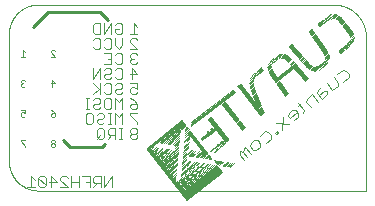
<source format=gbo>
G75*
%MOIN*%
%OFA0B0*%
%FSLAX25Y25*%
%IPPOS*%
%LPD*%
%AMOC8*
5,1,8,0,0,1.08239X$1,22.5*
%
%ADD10C,0.00000*%
%ADD11C,0.00300*%
%ADD12C,0.01000*%
%ADD13C,0.00200*%
%ADD14C,0.00400*%
%ADD15R,0.00044X0.00044*%
%ADD16R,0.15400X0.00044*%
%ADD17R,0.02168X0.00044*%
%ADD18R,0.15400X0.00044*%
%ADD19R,0.02169X0.00044*%
%ADD20R,0.02124X0.00044*%
%ADD21R,0.02124X0.00044*%
%ADD22R,0.02124X0.00044*%
%ADD23R,0.02169X0.00044*%
%ADD24R,0.02124X0.00044*%
%ADD25R,0.02168X0.00044*%
%ADD26R,0.17568X0.00044*%
%ADD27R,0.17524X0.00044*%
%ADD28R,0.15355X0.00044*%
%ADD29R,0.02080X0.00044*%
%ADD30R,0.15311X0.00044*%
%ADD31R,0.02035X0.00044*%
%ADD32R,0.15267X0.00044*%
%ADD33R,0.01991X0.00044*%
%ADD34R,0.15222X0.00044*%
%ADD35R,0.01947X0.00044*%
%ADD36R,0.15178X0.00044*%
%ADD37R,0.01903X0.00044*%
%ADD38R,0.15134X0.00044*%
%ADD39R,0.01859X0.00044*%
%ADD40R,0.15090X0.00044*%
%ADD41R,0.01814X0.00044*%
%ADD42R,0.15046X0.00044*%
%ADD43R,0.01770X0.00044*%
%ADD44R,0.15001X0.00044*%
%ADD45R,0.01726X0.00044*%
%ADD46R,0.14957X0.00044*%
%ADD47R,0.01681X0.00044*%
%ADD48R,0.14913X0.00044*%
%ADD49R,0.01637X0.00044*%
%ADD50R,0.14869X0.00044*%
%ADD51R,0.14824X0.00044*%
%ADD52R,0.01549X0.00044*%
%ADD53R,0.14780X0.00044*%
%ADD54R,0.01549X0.00044*%
%ADD55R,0.14736X0.00044*%
%ADD56R,0.01504X0.00044*%
%ADD57R,0.01460X0.00044*%
%ADD58R,0.14691X0.00044*%
%ADD59R,0.01416X0.00044*%
%ADD60R,0.14647X0.00044*%
%ADD61R,0.01372X0.00044*%
%ADD62R,0.14603X0.00044*%
%ADD63R,0.01328X0.00044*%
%ADD64R,0.14559X0.00044*%
%ADD65R,0.01283X0.00044*%
%ADD66R,0.14515X0.00044*%
%ADD67R,0.01239X0.00044*%
%ADD68R,0.14470X0.00044*%
%ADD69R,0.01195X0.00044*%
%ADD70R,0.14426X0.00044*%
%ADD71R,0.01150X0.00044*%
%ADD72R,0.14382X0.00044*%
%ADD73R,0.01106X0.00044*%
%ADD74R,0.14337X0.00044*%
%ADD75R,0.01062X0.00044*%
%ADD76R,0.14293X0.00044*%
%ADD77R,0.01018X0.00044*%
%ADD78R,0.14249X0.00044*%
%ADD79R,0.00974X0.00044*%
%ADD80R,0.14205X0.00044*%
%ADD81R,0.00974X0.00044*%
%ADD82R,0.14161X0.00044*%
%ADD83R,0.00929X0.00044*%
%ADD84R,0.14116X0.00044*%
%ADD85R,0.00885X0.00044*%
%ADD86R,0.14072X0.00044*%
%ADD87R,0.00841X0.00044*%
%ADD88R,0.00796X0.00044*%
%ADD89R,0.14028X0.00044*%
%ADD90R,0.00752X0.00044*%
%ADD91R,0.13983X0.00044*%
%ADD92R,0.00708X0.00044*%
%ADD93R,0.13939X0.00044*%
%ADD94R,0.00664X0.00044*%
%ADD95R,0.13895X0.00044*%
%ADD96R,0.00619X0.00044*%
%ADD97R,0.13851X0.00044*%
%ADD98R,0.00575X0.00044*%
%ADD99R,0.13806X0.00044*%
%ADD100R,0.00531X0.00044*%
%ADD101R,0.13762X0.00044*%
%ADD102R,0.00487X0.00044*%
%ADD103R,0.13718X0.00044*%
%ADD104R,0.00443X0.00044*%
%ADD105R,0.13674X0.00044*%
%ADD106R,0.00398X0.00044*%
%ADD107R,0.13630X0.00044*%
%ADD108R,0.00354X0.00044*%
%ADD109R,0.13585X0.00044*%
%ADD110R,0.00310X0.00044*%
%ADD111R,0.13541X0.00044*%
%ADD112R,0.00265X0.00044*%
%ADD113R,0.13497X0.00044*%
%ADD114R,0.13452X0.00044*%
%ADD115R,0.00221X0.00044*%
%ADD116R,0.13408X0.00044*%
%ADD117R,0.00133X0.00044*%
%ADD118R,0.13408X0.00044*%
%ADD119R,0.00133X0.00044*%
%ADD120R,0.13364X0.00044*%
%ADD121R,0.00089X0.00044*%
%ADD122R,0.13320X0.00044*%
%ADD123R,0.00044X0.00044*%
%ADD124R,0.13276X0.00044*%
%ADD125R,0.13231X0.00044*%
%ADD126R,0.13187X0.00044*%
%ADD127R,0.00089X0.00044*%
%ADD128R,0.13143X0.00044*%
%ADD129R,0.13098X0.00044*%
%ADD130R,0.00177X0.00044*%
%ADD131R,0.13054X0.00044*%
%ADD132R,0.13010X0.00044*%
%ADD133R,0.00266X0.00044*%
%ADD134R,0.12966X0.00044*%
%ADD135R,0.12921X0.00044*%
%ADD136R,0.12877X0.00044*%
%ADD137R,0.12833X0.00044*%
%ADD138R,0.00398X0.00044*%
%ADD139R,0.12789X0.00044*%
%ADD140R,0.12744X0.00044*%
%ADD141R,0.00487X0.00044*%
%ADD142R,0.12700X0.00044*%
%ADD143R,0.00531X0.00044*%
%ADD144R,0.12656X0.00044*%
%ADD145R,0.00620X0.00044*%
%ADD146R,0.12612X0.00044*%
%ADD147R,0.12567X0.00044*%
%ADD148R,0.00708X0.00044*%
%ADD149R,0.12523X0.00044*%
%ADD150R,0.00752X0.00044*%
%ADD151R,0.12479X0.00044*%
%ADD152R,0.12435X0.00044*%
%ADD153R,0.00841X0.00044*%
%ADD154R,0.12391X0.00044*%
%ADD155R,0.12346X0.00044*%
%ADD156R,0.00930X0.00044*%
%ADD157R,0.12302X0.00044*%
%ADD158R,0.12257X0.00044*%
%ADD159R,0.12213X0.00044*%
%ADD160R,0.01062X0.00044*%
%ADD161R,0.12169X0.00044*%
%ADD162R,0.12125X0.00044*%
%ADD163R,0.01106X0.00044*%
%ADD164R,0.12081X0.00044*%
%ADD165R,0.01151X0.00044*%
%ADD166R,0.11992X0.00044*%
%ADD167R,0.11948X0.00044*%
%ADD168R,0.01283X0.00044*%
%ADD169R,0.11948X0.00044*%
%ADD170R,0.01328X0.00044*%
%ADD171R,0.11904X0.00044*%
%ADD172R,0.01372X0.00044*%
%ADD173R,0.11859X0.00044*%
%ADD174R,0.11815X0.00044*%
%ADD175R,0.11771X0.00044*%
%ADD176R,0.01505X0.00044*%
%ADD177R,0.11727X0.00044*%
%ADD178R,0.11682X0.00044*%
%ADD179R,0.01593X0.00044*%
%ADD180R,0.11638X0.00044*%
%ADD181R,0.00973X0.00044*%
%ADD182R,0.10576X0.00044*%
%ADD183R,0.08452X0.00044*%
%ADD184R,0.01726X0.00044*%
%ADD185R,0.06594X0.00044*%
%ADD186R,0.02036X0.00044*%
%ADD187R,0.03717X0.00044*%
%ADD188R,0.00973X0.00044*%
%ADD189R,0.08364X0.00044*%
%ADD190R,0.06594X0.00044*%
%ADD191R,0.01637X0.00044*%
%ADD192R,0.01726X0.00044*%
%ADD193R,0.02743X0.00044*%
%ADD194R,0.04204X0.00044*%
%ADD195R,0.08275X0.00044*%
%ADD196R,0.01815X0.00044*%
%ADD197R,0.06638X0.00044*%
%ADD198R,0.01770X0.00044*%
%ADD199R,0.03275X0.00044*%
%ADD200R,0.04602X0.00044*%
%ADD201R,0.08231X0.00044*%
%ADD202R,0.06682X0.00044*%
%ADD203R,0.03761X0.00044*%
%ADD204R,0.04868X0.00044*%
%ADD205R,0.08142X0.00044*%
%ADD206R,0.06726X0.00044*%
%ADD207R,0.03983X0.00044*%
%ADD208R,0.05000X0.00044*%
%ADD209R,0.01150X0.00044*%
%ADD210R,0.08054X0.00044*%
%ADD211R,0.06770X0.00044*%
%ADD212R,0.04337X0.00044*%
%ADD213R,0.05266X0.00044*%
%ADD214R,0.01194X0.00044*%
%ADD215R,0.07965X0.00044*%
%ADD216R,0.01947X0.00044*%
%ADD217R,0.06770X0.00044*%
%ADD218R,0.01814X0.00044*%
%ADD219R,0.04602X0.00044*%
%ADD220R,0.05398X0.00044*%
%ADD221R,0.07921X0.00044*%
%ADD222R,0.01991X0.00044*%
%ADD223R,0.06859X0.00044*%
%ADD224R,0.04824X0.00044*%
%ADD225R,0.05531X0.00044*%
%ADD226R,0.07833X0.00044*%
%ADD227R,0.05045X0.00044*%
%ADD228R,0.05664X0.00044*%
%ADD229R,0.07744X0.00044*%
%ADD230R,0.06904X0.00044*%
%ADD231R,0.05222X0.00044*%
%ADD232R,0.05797X0.00044*%
%ADD233R,0.01372X0.00044*%
%ADD234R,0.07656X0.00044*%
%ADD235R,0.06948X0.00044*%
%ADD236R,0.01682X0.00044*%
%ADD237R,0.05398X0.00044*%
%ADD238R,0.05885X0.00044*%
%ADD239R,0.01416X0.00044*%
%ADD240R,0.07567X0.00044*%
%ADD241R,0.06992X0.00044*%
%ADD242R,0.01859X0.00044*%
%ADD243R,0.01682X0.00044*%
%ADD244R,0.05576X0.00044*%
%ADD245R,0.05974X0.00044*%
%ADD246R,0.07479X0.00044*%
%ADD247R,0.02213X0.00044*%
%ADD248R,0.07036X0.00044*%
%ADD249R,0.05753X0.00044*%
%ADD250R,0.06062X0.00044*%
%ADD251R,0.07390X0.00044*%
%ADD252R,0.02257X0.00044*%
%ADD253R,0.07080X0.00044*%
%ADD254R,0.06151X0.00044*%
%ADD255R,0.07302X0.00044*%
%ADD256R,0.02301X0.00044*%
%ADD257R,0.07125X0.00044*%
%ADD258R,0.06018X0.00044*%
%ADD259R,0.06239X0.00044*%
%ADD260R,0.07213X0.00044*%
%ADD261R,0.02345X0.00044*%
%ADD262R,0.01947X0.00044*%
%ADD263R,0.01637X0.00044*%
%ADD264R,0.06195X0.00044*%
%ADD265R,0.06328X0.00044*%
%ADD266R,0.01593X0.00044*%
%ADD267R,0.07124X0.00044*%
%ADD268R,0.02390X0.00044*%
%ADD269R,0.07169X0.00044*%
%ADD270R,0.01637X0.00044*%
%ADD271R,0.06283X0.00044*%
%ADD272R,0.06372X0.00044*%
%ADD273R,0.02434X0.00044*%
%ADD274R,0.06417X0.00044*%
%ADD275R,0.06461X0.00044*%
%ADD276R,0.02478X0.00044*%
%ADD277R,0.07257X0.00044*%
%ADD278R,0.06550X0.00044*%
%ADD279R,0.06505X0.00044*%
%ADD280R,0.06593X0.00044*%
%ADD281R,0.06815X0.00044*%
%ADD282R,0.02522X0.00044*%
%ADD283R,0.07346X0.00044*%
%ADD284R,0.06682X0.00044*%
%ADD285R,0.06726X0.00044*%
%ADD286R,0.02567X0.00044*%
%ADD287R,0.07390X0.00044*%
%ADD288R,0.06815X0.00044*%
%ADD289R,0.06682X0.00044*%
%ADD290R,0.01858X0.00044*%
%ADD291R,0.02611X0.00044*%
%ADD292R,0.07434X0.00044*%
%ADD293R,0.06903X0.00044*%
%ADD294R,0.06726X0.00044*%
%ADD295R,0.06549X0.00044*%
%ADD296R,0.02655X0.00044*%
%ADD297R,0.06992X0.00044*%
%ADD298R,0.06461X0.00044*%
%ADD299R,0.02700X0.00044*%
%ADD300R,0.02744X0.00044*%
%ADD301R,0.07523X0.00044*%
%ADD302R,0.07124X0.00044*%
%ADD303R,0.02035X0.00044*%
%ADD304R,0.06328X0.00044*%
%ADD305R,0.02788X0.00044*%
%ADD306R,0.07567X0.00044*%
%ADD307R,0.02080X0.00044*%
%ADD308R,0.07213X0.00044*%
%ADD309R,0.06903X0.00044*%
%ADD310R,0.02080X0.00044*%
%ADD311R,0.02832X0.00044*%
%ADD312R,0.07611X0.00044*%
%ADD313R,0.06947X0.00044*%
%ADD314R,0.06151X0.00044*%
%ADD315R,0.02876X0.00044*%
%ADD316R,0.07346X0.00044*%
%ADD317R,0.06992X0.00044*%
%ADD318R,0.06063X0.00044*%
%ADD319R,0.02921X0.00044*%
%ADD320R,0.07435X0.00044*%
%ADD321R,0.07036X0.00044*%
%ADD322R,0.05974X0.00044*%
%ADD323R,0.02965X0.00044*%
%ADD324R,0.07700X0.00044*%
%ADD325R,0.02257X0.00044*%
%ADD326R,0.05885X0.00044*%
%ADD327R,0.03009X0.00044*%
%ADD328R,0.07744X0.00044*%
%ADD329R,0.07523X0.00044*%
%ADD330R,0.07080X0.00044*%
%ADD331R,0.02301X0.00044*%
%ADD332R,0.03054X0.00044*%
%ADD333R,0.03407X0.00044*%
%ADD334R,0.03452X0.00044*%
%ADD335R,0.04293X0.00044*%
%ADD336R,0.05709X0.00044*%
%ADD337R,0.03098X0.00044*%
%ADD338R,0.03363X0.00044*%
%ADD339R,0.02389X0.00044*%
%ADD340R,0.05620X0.00044*%
%ADD341R,0.03142X0.00044*%
%ADD342R,0.02611X0.00044*%
%ADD343R,0.02567X0.00044*%
%ADD344R,0.02920X0.00044*%
%ADD345R,0.03186X0.00044*%
%ADD346R,0.02434X0.00044*%
%ADD347R,0.05487X0.00044*%
%ADD348R,0.03186X0.00044*%
%ADD349R,0.02213X0.00044*%
%ADD350R,0.02301X0.00044*%
%ADD351R,0.02522X0.00044*%
%ADD352R,0.02478X0.00044*%
%ADD353R,0.05399X0.00044*%
%ADD354R,0.03230X0.00044*%
%ADD355R,0.02522X0.00044*%
%ADD356R,0.05310X0.00044*%
%ADD357R,0.05266X0.00044*%
%ADD358R,0.03319X0.00044*%
%ADD359R,0.02257X0.00044*%
%ADD360R,0.05178X0.00044*%
%ADD361R,0.03363X0.00044*%
%ADD362R,0.02655X0.00044*%
%ADD363R,0.05089X0.00044*%
%ADD364R,0.03407X0.00044*%
%ADD365R,0.01947X0.00044*%
%ADD366R,0.02699X0.00044*%
%ADD367R,0.02743X0.00044*%
%ADD368R,0.04912X0.00044*%
%ADD369R,0.03496X0.00044*%
%ADD370R,0.02788X0.00044*%
%ADD371R,0.03540X0.00044*%
%ADD372R,0.02832X0.00044*%
%ADD373R,0.04735X0.00044*%
%ADD374R,0.03585X0.00044*%
%ADD375R,0.02876X0.00044*%
%ADD376R,0.04646X0.00044*%
%ADD377R,0.03629X0.00044*%
%ADD378R,0.02345X0.00044*%
%ADD379R,0.01815X0.00044*%
%ADD380R,0.04558X0.00044*%
%ADD381R,0.03673X0.00044*%
%ADD382R,0.02965X0.00044*%
%ADD383R,0.04469X0.00044*%
%ADD384R,0.03717X0.00044*%
%ADD385R,0.04381X0.00044*%
%ADD386R,0.02390X0.00044*%
%ADD387R,0.03009X0.00044*%
%ADD388R,0.03806X0.00044*%
%ADD389R,0.03053X0.00044*%
%ADD390R,0.03850X0.00044*%
%ADD391R,0.01681X0.00044*%
%ADD392R,0.04159X0.00044*%
%ADD393R,0.03894X0.00044*%
%ADD394R,0.03142X0.00044*%
%ADD395R,0.04071X0.00044*%
%ADD396R,0.03186X0.00044*%
%ADD397R,0.03939X0.00044*%
%ADD398R,0.03274X0.00044*%
%ADD399R,0.04027X0.00044*%
%ADD400R,0.02478X0.00044*%
%ADD401R,0.03629X0.00044*%
%ADD402R,0.04115X0.00044*%
%ADD403R,0.03584X0.00044*%
%ADD404R,0.04160X0.00044*%
%ADD405R,0.04204X0.00044*%
%ADD406R,0.03452X0.00044*%
%ADD407R,0.04248X0.00044*%
%ADD408R,0.04337X0.00044*%
%ADD409R,0.03628X0.00044*%
%ADD410R,0.04425X0.00044*%
%ADD411R,0.03673X0.00044*%
%ADD412R,0.02965X0.00044*%
%ADD413R,0.03142X0.00044*%
%ADD414R,0.01239X0.00044*%
%ADD415R,0.02611X0.00044*%
%ADD416R,0.03806X0.00044*%
%ADD417R,0.01593X0.00044*%
%ADD418R,0.03850X0.00044*%
%ADD419R,0.03894X0.00044*%
%ADD420R,0.03098X0.00044*%
%ADD421R,0.03938X0.00044*%
%ADD422R,0.04027X0.00044*%
%ADD423R,0.04071X0.00044*%
%ADD424R,0.04115X0.00044*%
%ADD425R,0.02744X0.00044*%
%ADD426R,0.04248X0.00044*%
%ADD427R,0.03053X0.00044*%
%ADD428R,0.04292X0.00044*%
%ADD429R,0.04292X0.00044*%
%ADD430R,0.04381X0.00044*%
%ADD431R,0.04513X0.00044*%
%ADD432R,0.02832X0.00044*%
%ADD433R,0.03009X0.00044*%
%ADD434R,0.04646X0.00044*%
%ADD435R,0.04691X0.00044*%
%ADD436R,0.04735X0.00044*%
%ADD437R,0.02920X0.00044*%
%ADD438R,0.04779X0.00044*%
%ADD439R,0.04823X0.00044*%
%ADD440R,0.04912X0.00044*%
%ADD441R,0.02921X0.00044*%
%ADD442R,0.05044X0.00044*%
%ADD443R,0.05089X0.00044*%
%ADD444R,0.05133X0.00044*%
%ADD445R,0.03009X0.00044*%
%ADD446R,0.05177X0.00044*%
%ADD447R,0.05222X0.00044*%
%ADD448R,0.04912X0.00044*%
%ADD449R,0.05354X0.00044*%
%ADD450R,0.04735X0.00044*%
%ADD451R,0.05443X0.00044*%
%ADD452R,0.05487X0.00044*%
%ADD453R,0.04470X0.00044*%
%ADD454R,0.04293X0.00044*%
%ADD455R,0.05620X0.00044*%
%ADD456R,0.05708X0.00044*%
%ADD457R,0.04027X0.00044*%
%ADD458R,0.05753X0.00044*%
%ADD459R,0.01593X0.00044*%
%ADD460R,0.01505X0.00044*%
%ADD461R,0.05841X0.00044*%
%ADD462R,0.05930X0.00044*%
%ADD463R,0.04691X0.00044*%
%ADD464R,0.00177X0.00044*%
%ADD465R,0.09470X0.00044*%
%ADD466R,0.06107X0.00044*%
%ADD467R,0.06195X0.00044*%
%ADD468R,0.07434X0.00044*%
%ADD469R,0.09381X0.00044*%
%ADD470R,0.09381X0.00044*%
%ADD471R,0.06283X0.00044*%
%ADD472R,0.06417X0.00044*%
%ADD473R,0.06593X0.00044*%
%ADD474R,0.07479X0.00044*%
%ADD475R,0.09337X0.00044*%
%ADD476R,0.06815X0.00044*%
%ADD477R,0.09337X0.00044*%
%ADD478R,0.09293X0.00044*%
%ADD479R,0.07036X0.00044*%
%ADD480R,0.02346X0.00044*%
%ADD481R,0.09293X0.00044*%
%ADD482R,0.07169X0.00044*%
%ADD483R,0.07257X0.00044*%
%ADD484R,0.05930X0.00044*%
%ADD485R,0.07390X0.00044*%
%ADD486R,0.07478X0.00044*%
%ADD487R,0.07567X0.00044*%
%ADD488R,0.07611X0.00044*%
%ADD489R,0.07656X0.00044*%
%ADD490R,0.07700X0.00044*%
%ADD491R,0.07832X0.00044*%
%ADD492R,0.07832X0.00044*%
%ADD493R,0.07877X0.00044*%
%ADD494R,0.07921X0.00044*%
%ADD495R,0.07965X0.00044*%
%ADD496R,0.08009X0.00044*%
%ADD497R,0.08054X0.00044*%
%ADD498R,0.02389X0.00044*%
%ADD499R,0.08098X0.00044*%
%ADD500R,0.08187X0.00044*%
%ADD501R,0.08231X0.00044*%
%ADD502R,0.08275X0.00044*%
%ADD503R,0.08319X0.00044*%
%ADD504R,0.08363X0.00044*%
%ADD505R,0.08408X0.00044*%
%ADD506R,0.08452X0.00044*%
%ADD507R,0.08496X0.00044*%
%ADD508R,0.08541X0.00044*%
%ADD509R,0.08585X0.00044*%
%ADD510R,0.08629X0.00044*%
%ADD511R,0.08673X0.00044*%
%ADD512R,0.08717X0.00044*%
%ADD513R,0.08762X0.00044*%
%ADD514R,0.08806X0.00044*%
%ADD515R,0.08850X0.00044*%
%ADD516R,0.08894X0.00044*%
%ADD517R,0.08939X0.00044*%
%ADD518R,0.08983X0.00044*%
%ADD519R,0.09027X0.00044*%
%ADD520R,0.09072X0.00044*%
%ADD521R,0.09072X0.00044*%
%ADD522R,0.09116X0.00044*%
%ADD523R,0.01726X0.00044*%
%ADD524R,0.03540X0.00044*%
%ADD525R,0.03407X0.00044*%
%ADD526R,0.06461X0.00044*%
%ADD527R,0.03319X0.00044*%
%ADD528R,0.06372X0.00044*%
%ADD529R,0.01504X0.00044*%
%ADD530R,0.06062X0.00044*%
%ADD531R,0.05841X0.00044*%
%ADD532R,0.02700X0.00044*%
%ADD533R,0.05664X0.00044*%
%ADD534R,0.01858X0.00044*%
%ADD535R,0.05576X0.00044*%
%ADD536R,0.05443X0.00044*%
%ADD537R,0.01903X0.00044*%
%ADD538R,0.03496X0.00044*%
%ADD539R,0.05354X0.00044*%
%ADD540R,0.05222X0.00044*%
%ADD541R,0.03761X0.00044*%
%ADD542R,0.03850X0.00044*%
%ADD543R,0.05133X0.00044*%
%ADD544R,0.02346X0.00044*%
%ADD545R,0.05044X0.00044*%
%ADD546R,0.02522X0.00044*%
%ADD547R,0.04956X0.00044*%
%ADD548R,0.19073X0.00044*%
%ADD549R,0.19028X0.00044*%
%ADD550R,0.06019X0.00044*%
%ADD551R,0.04823X0.00044*%
%ADD552R,0.18984X0.00044*%
%ADD553R,0.18940X0.00044*%
%ADD554R,0.04735X0.00044*%
%ADD555R,0.18896X0.00044*%
%ADD556R,0.18852X0.00044*%
%ADD557R,0.18807X0.00044*%
%ADD558R,0.05841X0.00044*%
%ADD559R,0.07169X0.00044*%
%ADD560R,0.04602X0.00044*%
%ADD561R,0.01460X0.00044*%
%ADD562R,0.18763X0.00044*%
%ADD563R,0.06859X0.00044*%
%ADD564R,0.18719X0.00044*%
%ADD565R,0.04513X0.00044*%
%ADD566R,0.18674X0.00044*%
%ADD567R,0.18630X0.00044*%
%ADD568R,0.05355X0.00044*%
%ADD569R,0.18586X0.00044*%
%ADD570R,0.04381X0.00044*%
%ADD571R,0.01283X0.00044*%
%ADD572R,0.18586X0.00044*%
%ADD573R,0.06638X0.00044*%
%ADD574R,0.18542X0.00044*%
%ADD575R,0.18497X0.00044*%
%ADD576R,0.18453X0.00044*%
%ADD577R,0.05487X0.00044*%
%ADD578R,0.05797X0.00044*%
%ADD579R,0.18409X0.00044*%
%ADD580R,0.01062X0.00044*%
%ADD581R,0.18365X0.00044*%
%ADD582R,0.05355X0.00044*%
%ADD583R,0.06107X0.00044*%
%ADD584R,0.18320X0.00044*%
%ADD585R,0.18276X0.00044*%
%ADD586R,0.00930X0.00044*%
%ADD587R,0.18232X0.00044*%
%ADD588R,0.06240X0.00044*%
%ADD589R,0.18188X0.00044*%
%ADD590R,0.03983X0.00044*%
%ADD591R,0.00841X0.00044*%
%ADD592R,0.18188X0.00044*%
%ADD593R,0.05000X0.00044*%
%ADD594R,0.18143X0.00044*%
%ADD595R,0.18055X0.00044*%
%ADD596R,0.04956X0.00044*%
%ADD597R,0.00708X0.00044*%
%ADD598R,0.18011X0.00044*%
%ADD599R,0.17967X0.00044*%
%ADD600R,0.04558X0.00044*%
%ADD601R,0.06682X0.00044*%
%ADD602R,0.00620X0.00044*%
%ADD603R,0.17922X0.00044*%
%ADD604R,0.04425X0.00044*%
%ADD605R,0.04159X0.00044*%
%ADD606R,0.17922X0.00044*%
%ADD607R,0.17878X0.00044*%
%ADD608R,0.00487X0.00044*%
%ADD609R,0.17833X0.00044*%
%ADD610R,0.17745X0.00044*%
%ADD611R,0.03584X0.00044*%
%ADD612R,0.07125X0.00044*%
%ADD613R,0.00443X0.00044*%
%ADD614R,0.17745X0.00044*%
%ADD615R,0.01416X0.00044*%
%ADD616R,0.03407X0.00044*%
%ADD617R,0.09735X0.00044*%
%ADD618R,0.09780X0.00044*%
%ADD619R,0.09824X0.00044*%
%ADD620R,0.09868X0.00044*%
%ADD621R,0.03363X0.00044*%
%ADD622R,0.09913X0.00044*%
%ADD623R,0.09957X0.00044*%
%ADD624R,0.03274X0.00044*%
%ADD625R,0.10001X0.00044*%
%ADD626R,0.10045X0.00044*%
%ADD627R,0.10089X0.00044*%
%ADD628R,0.03142X0.00044*%
%ADD629R,0.10134X0.00044*%
%ADD630R,0.10134X0.00044*%
%ADD631R,0.10178X0.00044*%
%ADD632R,0.10222X0.00044*%
%ADD633R,0.10267X0.00044*%
%ADD634R,0.02965X0.00044*%
%ADD635R,0.10311X0.00044*%
%ADD636R,0.10355X0.00044*%
%ADD637R,0.10399X0.00044*%
%ADD638R,0.10444X0.00044*%
%ADD639R,0.10488X0.00044*%
%ADD640R,0.10532X0.00044*%
%ADD641R,0.10576X0.00044*%
%ADD642R,0.10620X0.00044*%
%ADD643R,0.10665X0.00044*%
%ADD644R,0.10709X0.00044*%
%ADD645R,0.10753X0.00044*%
%ADD646R,0.10798X0.00044*%
%ADD647R,0.10842X0.00044*%
%ADD648R,0.10886X0.00044*%
D10*
X0011350Y0008680D02*
X0120500Y0008680D01*
X0120500Y0059915D01*
X0120497Y0060175D01*
X0120487Y0060435D01*
X0120472Y0060695D01*
X0120450Y0060954D01*
X0120422Y0061212D01*
X0120387Y0061470D01*
X0120346Y0061727D01*
X0120299Y0061983D01*
X0120246Y0062238D01*
X0120187Y0062491D01*
X0120122Y0062743D01*
X0120051Y0062993D01*
X0119973Y0063241D01*
X0119890Y0063488D01*
X0119801Y0063732D01*
X0119705Y0063974D01*
X0119604Y0064214D01*
X0119498Y0064451D01*
X0119385Y0064686D01*
X0119267Y0064917D01*
X0119143Y0065146D01*
X0119014Y0065372D01*
X0118880Y0065595D01*
X0118740Y0065814D01*
X0118595Y0066030D01*
X0118444Y0066242D01*
X0118289Y0066450D01*
X0118128Y0066655D01*
X0117963Y0066856D01*
X0117793Y0067053D01*
X0117618Y0067245D01*
X0117439Y0067434D01*
X0117255Y0067618D01*
X0117066Y0067797D01*
X0116874Y0067972D01*
X0116677Y0068142D01*
X0116476Y0068307D01*
X0116271Y0068468D01*
X0116063Y0068623D01*
X0115851Y0068774D01*
X0115635Y0068919D01*
X0115416Y0069059D01*
X0115193Y0069193D01*
X0114967Y0069322D01*
X0114738Y0069446D01*
X0114507Y0069564D01*
X0114272Y0069677D01*
X0114035Y0069783D01*
X0113795Y0069884D01*
X0113553Y0069980D01*
X0113309Y0070069D01*
X0113062Y0070152D01*
X0112814Y0070230D01*
X0112564Y0070301D01*
X0112312Y0070366D01*
X0112059Y0070425D01*
X0111804Y0070478D01*
X0111548Y0070525D01*
X0111291Y0070566D01*
X0111033Y0070601D01*
X0110775Y0070629D01*
X0110516Y0070651D01*
X0110256Y0070666D01*
X0109996Y0070676D01*
X0109736Y0070679D01*
X0109736Y0070680D02*
X0011312Y0070680D01*
X0011075Y0070677D01*
X0010838Y0070669D01*
X0010601Y0070654D01*
X0010365Y0070634D01*
X0010129Y0070608D01*
X0009894Y0070577D01*
X0009660Y0070540D01*
X0009427Y0070497D01*
X0009195Y0070449D01*
X0008964Y0070395D01*
X0008734Y0070335D01*
X0008506Y0070270D01*
X0008280Y0070200D01*
X0008055Y0070124D01*
X0007833Y0070042D01*
X0007612Y0069956D01*
X0007393Y0069864D01*
X0007177Y0069766D01*
X0006963Y0069664D01*
X0006752Y0069556D01*
X0006544Y0069443D01*
X0006338Y0069326D01*
X0006135Y0069203D01*
X0005935Y0069075D01*
X0005738Y0068943D01*
X0005545Y0068806D01*
X0005355Y0068664D01*
X0005168Y0068518D01*
X0004985Y0068367D01*
X0004805Y0068212D01*
X0004630Y0068053D01*
X0004458Y0067889D01*
X0004291Y0067722D01*
X0004127Y0067550D01*
X0003968Y0067375D01*
X0003813Y0067195D01*
X0003662Y0067012D01*
X0003516Y0066825D01*
X0003374Y0066635D01*
X0003237Y0066442D01*
X0003105Y0066245D01*
X0002977Y0066045D01*
X0002854Y0065842D01*
X0002737Y0065636D01*
X0002624Y0065428D01*
X0002516Y0065217D01*
X0002414Y0065003D01*
X0002316Y0064787D01*
X0002224Y0064568D01*
X0002138Y0064347D01*
X0002056Y0064125D01*
X0001980Y0063900D01*
X0001910Y0063674D01*
X0001845Y0063446D01*
X0001785Y0063216D01*
X0001731Y0062985D01*
X0001683Y0062753D01*
X0001640Y0062520D01*
X0001603Y0062286D01*
X0001572Y0062051D01*
X0001546Y0061815D01*
X0001526Y0061579D01*
X0001511Y0061342D01*
X0001503Y0061105D01*
X0001500Y0060868D01*
X0001500Y0018530D01*
X0001503Y0018292D01*
X0001512Y0018054D01*
X0001526Y0017817D01*
X0001546Y0017579D01*
X0001572Y0017343D01*
X0001603Y0017107D01*
X0001641Y0016872D01*
X0001684Y0016638D01*
X0001732Y0016405D01*
X0001786Y0016173D01*
X0001846Y0015942D01*
X0001911Y0015713D01*
X0001982Y0015486D01*
X0002058Y0015261D01*
X0002140Y0015037D01*
X0002227Y0014816D01*
X0002320Y0014596D01*
X0002417Y0014379D01*
X0002520Y0014165D01*
X0002628Y0013952D01*
X0002741Y0013743D01*
X0002860Y0013536D01*
X0002983Y0013333D01*
X0003111Y0013132D01*
X0003244Y0012935D01*
X0003381Y0012740D01*
X0003523Y0012549D01*
X0003670Y0012362D01*
X0003821Y0012178D01*
X0003977Y0011998D01*
X0004137Y0011822D01*
X0004301Y0011650D01*
X0004470Y0011481D01*
X0004642Y0011317D01*
X0004818Y0011157D01*
X0004998Y0011001D01*
X0005182Y0010850D01*
X0005369Y0010703D01*
X0005560Y0010561D01*
X0005755Y0010424D01*
X0005952Y0010291D01*
X0006153Y0010163D01*
X0006356Y0010040D01*
X0006563Y0009921D01*
X0006772Y0009808D01*
X0006985Y0009700D01*
X0007199Y0009597D01*
X0007416Y0009500D01*
X0007636Y0009407D01*
X0007857Y0009320D01*
X0008081Y0009238D01*
X0008306Y0009162D01*
X0008533Y0009091D01*
X0008762Y0009026D01*
X0008993Y0008966D01*
X0009225Y0008912D01*
X0009458Y0008864D01*
X0009692Y0008821D01*
X0009927Y0008783D01*
X0010163Y0008752D01*
X0010399Y0008726D01*
X0010637Y0008706D01*
X0010874Y0008692D01*
X0011112Y0008683D01*
X0011350Y0008680D01*
D11*
X0011865Y0009830D02*
X0013099Y0009830D01*
X0013716Y0010447D01*
X0011248Y0012916D01*
X0011248Y0010447D01*
X0011865Y0009830D01*
X0010033Y0009830D02*
X0007564Y0009830D01*
X0008799Y0009830D02*
X0008799Y0013533D01*
X0010033Y0012298D01*
X0011248Y0012916D02*
X0011865Y0013533D01*
X0013099Y0013533D01*
X0013716Y0012916D01*
X0013716Y0010447D01*
X0015548Y0009830D02*
X0015548Y0013533D01*
X0017399Y0011681D01*
X0014931Y0011681D01*
X0018614Y0012298D02*
X0018614Y0012916D01*
X0019231Y0013533D01*
X0020465Y0013533D01*
X0021083Y0012916D01*
X0022297Y0013533D02*
X0022297Y0009830D01*
X0021083Y0009830D02*
X0018614Y0012298D01*
X0022297Y0011681D02*
X0024766Y0011681D01*
X0024766Y0009830D02*
X0024766Y0013533D01*
X0025980Y0013533D02*
X0028449Y0013533D01*
X0028449Y0009830D01*
X0029663Y0009830D02*
X0030898Y0011064D01*
X0030280Y0011064D02*
X0029663Y0011681D01*
X0029663Y0012916D01*
X0030280Y0013533D01*
X0032132Y0013533D01*
X0032132Y0009830D01*
X0033346Y0009830D02*
X0033346Y0013533D01*
X0035815Y0013533D02*
X0033346Y0009830D01*
X0032132Y0011064D02*
X0030280Y0011064D01*
X0028449Y0011681D02*
X0027215Y0011681D01*
X0021083Y0009830D02*
X0018614Y0009830D01*
X0035815Y0009830D02*
X0035815Y0013533D01*
X0036895Y0025830D02*
X0036895Y0029533D01*
X0035043Y0029533D01*
X0034426Y0028916D01*
X0034426Y0027681D01*
X0035043Y0027064D01*
X0036895Y0027064D01*
X0035660Y0027064D02*
X0034426Y0025830D01*
X0033211Y0026447D02*
X0032594Y0025830D01*
X0031360Y0025830D01*
X0030743Y0026447D01*
X0030743Y0028916D01*
X0031360Y0029533D01*
X0032594Y0029533D01*
X0033211Y0028916D01*
X0033211Y0026447D01*
X0031977Y0027064D02*
X0030743Y0025830D01*
X0038116Y0025830D02*
X0039350Y0025830D01*
X0038733Y0025830D02*
X0038733Y0029533D01*
X0039350Y0029533D02*
X0038116Y0029533D01*
X0039350Y0030830D02*
X0039350Y0034533D01*
X0038116Y0033298D01*
X0036881Y0034533D01*
X0036881Y0030830D01*
X0035667Y0030830D02*
X0034432Y0030830D01*
X0035050Y0030830D02*
X0035050Y0034533D01*
X0035667Y0034533D02*
X0034432Y0034533D01*
X0033211Y0033916D02*
X0033211Y0033298D01*
X0032594Y0032681D01*
X0031360Y0032681D01*
X0030743Y0032064D01*
X0030743Y0031447D01*
X0031360Y0030830D01*
X0032594Y0030830D01*
X0033211Y0031447D01*
X0033211Y0033916D02*
X0032594Y0034533D01*
X0031360Y0034533D01*
X0030743Y0033916D01*
X0029528Y0033916D02*
X0028911Y0034533D01*
X0027677Y0034533D01*
X0027060Y0033916D01*
X0027060Y0031447D01*
X0027677Y0030830D01*
X0028911Y0030830D01*
X0029528Y0031447D01*
X0029528Y0033916D01*
X0030132Y0035830D02*
X0029515Y0036447D01*
X0029515Y0037064D01*
X0030132Y0037681D01*
X0031367Y0037681D01*
X0031984Y0038298D01*
X0031984Y0038916D01*
X0031367Y0039533D01*
X0030132Y0039533D01*
X0029515Y0038916D01*
X0028301Y0039533D02*
X0027066Y0039533D01*
X0027683Y0039533D02*
X0027683Y0035830D01*
X0027066Y0035830D02*
X0028301Y0035830D01*
X0030132Y0035830D02*
X0031367Y0035830D01*
X0031984Y0036447D01*
X0033198Y0036447D02*
X0033198Y0038916D01*
X0033815Y0039533D01*
X0035050Y0039533D01*
X0035667Y0038916D01*
X0035667Y0036447D01*
X0035050Y0035830D01*
X0033815Y0035830D01*
X0033198Y0036447D01*
X0036881Y0035830D02*
X0036881Y0039533D01*
X0038116Y0038298D01*
X0039350Y0039533D01*
X0039350Y0035830D01*
X0041881Y0036447D02*
X0041881Y0037064D01*
X0042498Y0037681D01*
X0044350Y0037681D01*
X0044350Y0036447D01*
X0043733Y0035830D01*
X0042498Y0035830D01*
X0041881Y0036447D01*
X0041881Y0034533D02*
X0041881Y0033916D01*
X0044350Y0031447D01*
X0044350Y0030830D01*
X0043733Y0029533D02*
X0042498Y0029533D01*
X0041881Y0028916D01*
X0041881Y0028298D01*
X0042498Y0027681D01*
X0043733Y0027681D01*
X0044350Y0028298D01*
X0044350Y0028916D01*
X0043733Y0029533D01*
X0043733Y0027681D02*
X0044350Y0027064D01*
X0044350Y0026447D01*
X0043733Y0025830D01*
X0042498Y0025830D01*
X0041881Y0026447D01*
X0041881Y0027064D01*
X0042498Y0027681D01*
X0041881Y0034533D02*
X0044350Y0034533D01*
X0044350Y0037681D02*
X0043116Y0038916D01*
X0041881Y0039533D01*
X0042498Y0040830D02*
X0043733Y0040830D01*
X0044350Y0041447D01*
X0042498Y0040830D02*
X0041881Y0041447D01*
X0041881Y0042681D01*
X0042498Y0043298D01*
X0043116Y0043298D01*
X0044350Y0042681D01*
X0044350Y0044533D01*
X0041881Y0044533D01*
X0042498Y0045830D02*
X0042498Y0049533D01*
X0044350Y0047681D01*
X0041881Y0047681D01*
X0039350Y0046447D02*
X0038733Y0045830D01*
X0037498Y0045830D01*
X0036881Y0046447D01*
X0035667Y0046447D02*
X0035050Y0045830D01*
X0033815Y0045830D01*
X0033198Y0046447D01*
X0033198Y0047064D01*
X0033815Y0047681D01*
X0035050Y0047681D01*
X0035667Y0048298D01*
X0035667Y0048916D01*
X0035050Y0049533D01*
X0033815Y0049533D01*
X0033198Y0048916D01*
X0031984Y0049533D02*
X0029515Y0045830D01*
X0029515Y0049533D01*
X0031984Y0049533D02*
X0031984Y0045830D01*
X0031984Y0044533D02*
X0031984Y0040830D01*
X0033198Y0041447D02*
X0033815Y0040830D01*
X0035050Y0040830D01*
X0035667Y0041447D01*
X0035667Y0043916D01*
X0035050Y0044533D01*
X0033815Y0044533D01*
X0033198Y0043916D01*
X0031367Y0042681D02*
X0029515Y0040830D01*
X0031984Y0042064D02*
X0029515Y0044533D01*
X0036881Y0043916D02*
X0037498Y0044533D01*
X0038733Y0044533D01*
X0039350Y0043916D01*
X0039350Y0043298D01*
X0038733Y0042681D01*
X0037498Y0042681D01*
X0036881Y0042064D01*
X0036881Y0041447D01*
X0037498Y0040830D01*
X0038733Y0040830D01*
X0039350Y0041447D01*
X0039350Y0046447D02*
X0039350Y0048916D01*
X0038733Y0049533D01*
X0037498Y0049533D01*
X0036881Y0048916D01*
X0037498Y0050830D02*
X0036881Y0051447D01*
X0037498Y0050830D02*
X0038733Y0050830D01*
X0039350Y0051447D01*
X0039350Y0053916D01*
X0038733Y0054533D01*
X0037498Y0054533D01*
X0036881Y0053916D01*
X0035667Y0054533D02*
X0035667Y0050830D01*
X0033198Y0050830D01*
X0034432Y0052681D02*
X0035667Y0052681D01*
X0035667Y0054533D02*
X0033198Y0054533D01*
X0033815Y0055830D02*
X0033198Y0056447D01*
X0033815Y0055830D02*
X0035050Y0055830D01*
X0035667Y0056447D01*
X0035667Y0058916D01*
X0035050Y0059533D01*
X0033815Y0059533D01*
X0033198Y0058916D01*
X0031984Y0058916D02*
X0031367Y0059533D01*
X0030132Y0059533D01*
X0029515Y0058916D01*
X0030132Y0060830D02*
X0029515Y0061447D01*
X0029515Y0063916D01*
X0030132Y0064533D01*
X0031984Y0064533D01*
X0031984Y0060830D01*
X0030132Y0060830D01*
X0031984Y0058916D02*
X0031984Y0056447D01*
X0031367Y0055830D01*
X0030132Y0055830D01*
X0029515Y0056447D01*
X0033198Y0060830D02*
X0033198Y0064533D01*
X0035667Y0064533D02*
X0033198Y0060830D01*
X0035667Y0060830D02*
X0035667Y0064533D01*
X0036881Y0063916D02*
X0037498Y0064533D01*
X0038733Y0064533D01*
X0039350Y0063916D01*
X0039350Y0061447D01*
X0038733Y0060830D01*
X0037498Y0060830D01*
X0036881Y0061447D01*
X0036881Y0062681D01*
X0038116Y0062681D01*
X0041881Y0060830D02*
X0044350Y0060830D01*
X0043116Y0060830D02*
X0043116Y0064533D01*
X0044350Y0063298D01*
X0043733Y0059533D02*
X0042498Y0059533D01*
X0041881Y0058916D01*
X0041881Y0058298D01*
X0044350Y0055830D01*
X0041881Y0055830D01*
X0042498Y0054533D02*
X0041881Y0053916D01*
X0041881Y0053298D01*
X0042498Y0052681D01*
X0041881Y0052064D01*
X0041881Y0051447D01*
X0042498Y0050830D01*
X0043733Y0050830D01*
X0044350Y0051447D01*
X0043116Y0052681D02*
X0042498Y0052681D01*
X0044350Y0053916D02*
X0043733Y0054533D01*
X0042498Y0054533D01*
X0039350Y0057064D02*
X0038116Y0055830D01*
X0036881Y0057064D01*
X0036881Y0059533D01*
X0039350Y0059533D02*
X0039350Y0057064D01*
X0043733Y0059533D02*
X0044350Y0058916D01*
D12*
X0034500Y0065680D02*
X0032000Y0068180D01*
X0014500Y0068180D01*
X0009500Y0063180D01*
X0019500Y0025680D02*
X0022000Y0023180D01*
X0032600Y0023180D01*
X0033500Y0024080D01*
D13*
X0016900Y0024014D02*
X0016533Y0024381D01*
X0015799Y0024381D01*
X0015432Y0024014D01*
X0015432Y0023647D01*
X0015799Y0023280D01*
X0016533Y0023280D01*
X0016900Y0023647D01*
X0016900Y0024014D01*
X0016533Y0024381D02*
X0016900Y0024748D01*
X0016900Y0025115D01*
X0016533Y0025482D01*
X0015799Y0025482D01*
X0015432Y0025115D01*
X0015432Y0024748D01*
X0015799Y0024381D01*
X0006900Y0023647D02*
X0006900Y0023280D01*
X0006900Y0023647D02*
X0005432Y0025115D01*
X0005432Y0025482D01*
X0006900Y0025482D01*
X0006533Y0033280D02*
X0005799Y0033280D01*
X0005432Y0033647D01*
X0005432Y0034381D01*
X0005799Y0034748D01*
X0006166Y0034748D01*
X0006900Y0034381D01*
X0006900Y0035482D01*
X0005432Y0035482D01*
X0006900Y0033647D02*
X0006533Y0033280D01*
X0015432Y0033647D02*
X0015799Y0033280D01*
X0016533Y0033280D01*
X0016900Y0033647D01*
X0016900Y0034381D01*
X0015799Y0034381D01*
X0015432Y0034014D01*
X0015432Y0033647D01*
X0016166Y0035115D02*
X0016900Y0034381D01*
X0016166Y0035115D02*
X0015432Y0035482D01*
X0015799Y0043280D02*
X0015799Y0045482D01*
X0016900Y0044381D01*
X0015432Y0044381D01*
X0006900Y0045115D02*
X0006533Y0045482D01*
X0005799Y0045482D01*
X0005432Y0045115D01*
X0005432Y0044748D01*
X0005799Y0044381D01*
X0005432Y0044014D01*
X0005432Y0043647D01*
X0005799Y0043280D01*
X0006533Y0043280D01*
X0006900Y0043647D01*
X0006166Y0044381D02*
X0005799Y0044381D01*
X0005432Y0053280D02*
X0006900Y0053280D01*
X0006166Y0053280D02*
X0006166Y0055482D01*
X0006900Y0054748D01*
X0015432Y0054748D02*
X0015432Y0055115D01*
X0015799Y0055482D01*
X0016533Y0055482D01*
X0016900Y0055115D01*
X0015432Y0054748D02*
X0016900Y0053280D01*
X0015432Y0053280D01*
D14*
X0078500Y0021722D02*
X0078374Y0020644D01*
X0079800Y0018837D01*
X0081005Y0019789D02*
X0079578Y0021595D01*
X0078500Y0021722D01*
X0079578Y0021595D02*
X0079705Y0022673D01*
X0080307Y0023148D01*
X0082209Y0020740D01*
X0082938Y0022293D02*
X0081987Y0023497D01*
X0082113Y0024575D01*
X0083318Y0025526D01*
X0084395Y0025400D01*
X0085347Y0024195D01*
X0085220Y0023118D01*
X0084016Y0022166D01*
X0082938Y0022293D01*
X0087026Y0024544D02*
X0088833Y0025971D01*
X0088960Y0027049D01*
X0088008Y0028253D01*
X0086931Y0028380D01*
X0085124Y0026953D01*
X0090164Y0028000D02*
X0090640Y0027398D01*
X0091242Y0027873D01*
X0090766Y0028475D01*
X0090164Y0028000D01*
X0092446Y0028824D02*
X0092952Y0033135D01*
X0094632Y0033484D02*
X0095108Y0032882D01*
X0097517Y0034784D01*
X0097992Y0034182D02*
X0097041Y0035387D01*
X0095963Y0035513D01*
X0094759Y0034562D01*
X0094632Y0033484D01*
X0096661Y0032153D02*
X0097866Y0033105D01*
X0097992Y0034182D01*
X0099672Y0034531D02*
X0099799Y0035609D01*
X0097896Y0038018D01*
X0098974Y0037891D02*
X0097770Y0036940D01*
X0100654Y0038240D02*
X0102081Y0036434D01*
X0100654Y0038240D02*
X0100781Y0039318D01*
X0102587Y0040744D01*
X0104489Y0038336D01*
X0105694Y0039287D02*
X0107500Y0040714D01*
X0107627Y0041791D01*
X0106549Y0041918D01*
X0104743Y0040491D01*
X0104267Y0041093D02*
X0105694Y0039287D01*
X0104267Y0041093D02*
X0104394Y0042171D01*
X0105598Y0043122D01*
X0107405Y0044549D02*
X0109307Y0042140D01*
X0111113Y0043567D01*
X0111240Y0044645D01*
X0109813Y0046451D01*
X0111018Y0047402D02*
X0112824Y0048829D01*
X0113902Y0048703D01*
X0114853Y0047498D01*
X0114726Y0046420D01*
X0112920Y0044994D01*
X0094855Y0030727D02*
X0090544Y0031233D01*
D15*
G36*
X0069685Y0018829D02*
X0069652Y0018802D01*
X0069625Y0018835D01*
X0069658Y0018862D01*
X0069685Y0018829D01*
G37*
G36*
X0076790Y0017642D02*
X0076757Y0017615D01*
X0076730Y0017648D01*
X0076763Y0017675D01*
X0076790Y0017642D01*
G37*
G36*
X0100355Y0044981D02*
X0100322Y0044954D01*
X0100295Y0044987D01*
X0100328Y0045014D01*
X0100355Y0044981D01*
G37*
D16*
G36*
X0059987Y0031243D02*
X0047852Y0021763D01*
X0047825Y0021797D01*
X0059960Y0031277D01*
X0059987Y0031243D01*
G37*
G36*
X0059850Y0031417D02*
X0047715Y0021937D01*
X0047688Y0021971D01*
X0059823Y0031451D01*
X0059850Y0031417D01*
G37*
G36*
X0059714Y0031591D02*
X0047579Y0022111D01*
X0047552Y0022145D01*
X0059687Y0031625D01*
X0059714Y0031591D01*
G37*
G36*
X0059578Y0031766D02*
X0047443Y0022286D01*
X0047416Y0022320D01*
X0059551Y0031800D01*
X0059578Y0031766D01*
G37*
G36*
X0059442Y0031940D02*
X0047307Y0022460D01*
X0047280Y0022494D01*
X0059415Y0031974D01*
X0059442Y0031940D01*
G37*
G36*
X0059306Y0032114D02*
X0047171Y0022634D01*
X0047144Y0022668D01*
X0059279Y0032148D01*
X0059306Y0032114D01*
G37*
G36*
X0071157Y0016945D02*
X0059022Y0007465D01*
X0058995Y0007499D01*
X0071130Y0016979D01*
X0071157Y0016945D01*
G37*
G36*
X0071293Y0016771D02*
X0059158Y0007291D01*
X0059131Y0007325D01*
X0071266Y0016805D01*
X0071293Y0016771D01*
G37*
G36*
X0071429Y0016597D02*
X0059294Y0007117D01*
X0059267Y0007151D01*
X0071402Y0016631D01*
X0071429Y0016597D01*
G37*
G36*
X0071566Y0016422D02*
X0059431Y0006942D01*
X0059404Y0006976D01*
X0071539Y0016456D01*
X0071566Y0016422D01*
G37*
G36*
X0071702Y0016248D02*
X0059567Y0006768D01*
X0059540Y0006802D01*
X0071675Y0016282D01*
X0071702Y0016248D01*
G37*
G36*
X0071838Y0016074D02*
X0059703Y0006594D01*
X0059676Y0006628D01*
X0071811Y0016108D01*
X0071838Y0016074D01*
G37*
G36*
X0071974Y0015899D02*
X0059839Y0006419D01*
X0059812Y0006453D01*
X0071947Y0015933D01*
X0071974Y0015899D01*
G37*
G36*
X0072110Y0015725D02*
X0059975Y0006245D01*
X0059948Y0006279D01*
X0072083Y0015759D01*
X0072110Y0015725D01*
G37*
G36*
X0072247Y0015551D02*
X0060112Y0006071D01*
X0060085Y0006105D01*
X0072220Y0015585D01*
X0072247Y0015551D01*
G37*
G36*
X0072383Y0015376D02*
X0060248Y0005896D01*
X0060221Y0005930D01*
X0072356Y0015410D01*
X0072383Y0015376D01*
G37*
G36*
X0072519Y0015202D02*
X0060384Y0005722D01*
X0060357Y0005756D01*
X0072492Y0015236D01*
X0072519Y0015202D01*
G37*
G36*
X0072655Y0015027D02*
X0060520Y0005547D01*
X0060493Y0005581D01*
X0072628Y0015061D01*
X0072655Y0015027D01*
G37*
G36*
X0072792Y0014853D02*
X0060657Y0005373D01*
X0060630Y0005407D01*
X0072765Y0014887D01*
X0072792Y0014853D01*
G37*
G36*
X0072928Y0014679D02*
X0060793Y0005199D01*
X0060766Y0005233D01*
X0072901Y0014713D01*
X0072928Y0014679D01*
G37*
D17*
G36*
X0074107Y0018128D02*
X0072400Y0016794D01*
X0072373Y0016828D01*
X0074080Y0018162D01*
X0074107Y0018128D01*
G37*
G36*
X0076798Y0017703D02*
X0075091Y0016369D01*
X0075064Y0016403D01*
X0076771Y0017737D01*
X0076798Y0017703D01*
G37*
G36*
X0058463Y0024998D02*
X0056756Y0023664D01*
X0056729Y0023698D01*
X0058436Y0025032D01*
X0058463Y0024998D01*
G37*
D18*
G36*
X0059959Y0031277D02*
X0047824Y0021797D01*
X0047797Y0021831D01*
X0059932Y0031311D01*
X0059959Y0031277D01*
G37*
G36*
X0059278Y0032149D02*
X0047143Y0022669D01*
X0047116Y0022703D01*
X0059251Y0032183D01*
X0059278Y0032149D01*
G37*
G36*
X0059333Y0032079D02*
X0047198Y0022599D01*
X0047171Y0022633D01*
X0059306Y0032113D01*
X0059333Y0032079D01*
G37*
G36*
X0059360Y0032045D02*
X0047225Y0022565D01*
X0047198Y0022599D01*
X0059333Y0032079D01*
X0059360Y0032045D01*
G37*
G36*
X0059387Y0032010D02*
X0047252Y0022530D01*
X0047225Y0022564D01*
X0059360Y0032044D01*
X0059387Y0032010D01*
G37*
G36*
X0059415Y0031975D02*
X0047280Y0022495D01*
X0047253Y0022529D01*
X0059388Y0032009D01*
X0059415Y0031975D01*
G37*
G36*
X0059469Y0031905D02*
X0047334Y0022425D01*
X0047307Y0022459D01*
X0059442Y0031939D01*
X0059469Y0031905D01*
G37*
G36*
X0059496Y0031870D02*
X0047361Y0022390D01*
X0047334Y0022424D01*
X0059469Y0031904D01*
X0059496Y0031870D01*
G37*
G36*
X0059524Y0031835D02*
X0047389Y0022355D01*
X0047362Y0022389D01*
X0059497Y0031869D01*
X0059524Y0031835D01*
G37*
G36*
X0059551Y0031800D02*
X0047416Y0022320D01*
X0047389Y0022354D01*
X0059524Y0031834D01*
X0059551Y0031800D01*
G37*
G36*
X0059605Y0031731D02*
X0047470Y0022251D01*
X0047443Y0022285D01*
X0059578Y0031765D01*
X0059605Y0031731D01*
G37*
G36*
X0059633Y0031696D02*
X0047498Y0022216D01*
X0047471Y0022250D01*
X0059606Y0031730D01*
X0059633Y0031696D01*
G37*
G36*
X0059660Y0031661D02*
X0047525Y0022181D01*
X0047498Y0022215D01*
X0059633Y0031695D01*
X0059660Y0031661D01*
G37*
G36*
X0059687Y0031626D02*
X0047552Y0022146D01*
X0047525Y0022180D01*
X0059660Y0031660D01*
X0059687Y0031626D01*
G37*
G36*
X0059742Y0031556D02*
X0047607Y0022076D01*
X0047580Y0022110D01*
X0059715Y0031590D01*
X0059742Y0031556D01*
G37*
G36*
X0059769Y0031521D02*
X0047634Y0022041D01*
X0047607Y0022075D01*
X0059742Y0031555D01*
X0059769Y0031521D01*
G37*
G36*
X0059796Y0031487D02*
X0047661Y0022007D01*
X0047634Y0022041D01*
X0059769Y0031521D01*
X0059796Y0031487D01*
G37*
G36*
X0059823Y0031452D02*
X0047688Y0021972D01*
X0047661Y0022006D01*
X0059796Y0031486D01*
X0059823Y0031452D01*
G37*
G36*
X0059878Y0031382D02*
X0047743Y0021902D01*
X0047716Y0021936D01*
X0059851Y0031416D01*
X0059878Y0031382D01*
G37*
G36*
X0059905Y0031347D02*
X0047770Y0021867D01*
X0047743Y0021901D01*
X0059878Y0031381D01*
X0059905Y0031347D01*
G37*
G36*
X0059932Y0031312D02*
X0047797Y0021832D01*
X0047770Y0021866D01*
X0059905Y0031346D01*
X0059932Y0031312D01*
G37*
G36*
X0071184Y0016911D02*
X0059049Y0007431D01*
X0059022Y0007465D01*
X0071157Y0016945D01*
X0071184Y0016911D01*
G37*
G36*
X0071211Y0016876D02*
X0059076Y0007396D01*
X0059049Y0007430D01*
X0071184Y0016910D01*
X0071211Y0016876D01*
G37*
G36*
X0071239Y0016841D02*
X0059104Y0007361D01*
X0059077Y0007395D01*
X0071212Y0016875D01*
X0071239Y0016841D01*
G37*
G36*
X0071266Y0016806D02*
X0059131Y0007326D01*
X0059104Y0007360D01*
X0071239Y0016840D01*
X0071266Y0016806D01*
G37*
G36*
X0071320Y0016736D02*
X0059185Y0007256D01*
X0059158Y0007290D01*
X0071293Y0016770D01*
X0071320Y0016736D01*
G37*
G36*
X0071348Y0016701D02*
X0059213Y0007221D01*
X0059186Y0007255D01*
X0071321Y0016735D01*
X0071348Y0016701D01*
G37*
G36*
X0071375Y0016666D02*
X0059240Y0007186D01*
X0059213Y0007220D01*
X0071348Y0016700D01*
X0071375Y0016666D01*
G37*
G36*
X0071402Y0016632D02*
X0059267Y0007152D01*
X0059240Y0007186D01*
X0071375Y0016666D01*
X0071402Y0016632D01*
G37*
G36*
X0071457Y0016562D02*
X0059322Y0007082D01*
X0059295Y0007116D01*
X0071430Y0016596D01*
X0071457Y0016562D01*
G37*
G36*
X0071484Y0016527D02*
X0059349Y0007047D01*
X0059322Y0007081D01*
X0071457Y0016561D01*
X0071484Y0016527D01*
G37*
G36*
X0071511Y0016492D02*
X0059376Y0007012D01*
X0059349Y0007046D01*
X0071484Y0016526D01*
X0071511Y0016492D01*
G37*
G36*
X0071538Y0016457D02*
X0059403Y0006977D01*
X0059376Y0007011D01*
X0071511Y0016491D01*
X0071538Y0016457D01*
G37*
G36*
X0071593Y0016387D02*
X0059458Y0006907D01*
X0059431Y0006941D01*
X0071566Y0016421D01*
X0071593Y0016387D01*
G37*
G36*
X0071620Y0016353D02*
X0059485Y0006873D01*
X0059458Y0006907D01*
X0071593Y0016387D01*
X0071620Y0016353D01*
G37*
G36*
X0071647Y0016318D02*
X0059512Y0006838D01*
X0059485Y0006872D01*
X0071620Y0016352D01*
X0071647Y0016318D01*
G37*
G36*
X0071674Y0016283D02*
X0059539Y0006803D01*
X0059512Y0006837D01*
X0071647Y0016317D01*
X0071674Y0016283D01*
G37*
G36*
X0071729Y0016213D02*
X0059594Y0006733D01*
X0059567Y0006767D01*
X0071702Y0016247D01*
X0071729Y0016213D01*
G37*
G36*
X0071756Y0016178D02*
X0059621Y0006698D01*
X0059594Y0006732D01*
X0071729Y0016212D01*
X0071756Y0016178D01*
G37*
G36*
X0071783Y0016143D02*
X0059648Y0006663D01*
X0059621Y0006697D01*
X0071756Y0016177D01*
X0071783Y0016143D01*
G37*
G36*
X0071811Y0016108D02*
X0059676Y0006628D01*
X0059649Y0006662D01*
X0071784Y0016142D01*
X0071811Y0016108D01*
G37*
G36*
X0071865Y0016039D02*
X0059730Y0006559D01*
X0059703Y0006593D01*
X0071838Y0016073D01*
X0071865Y0016039D01*
G37*
G36*
X0071892Y0016004D02*
X0059757Y0006524D01*
X0059730Y0006558D01*
X0071865Y0016038D01*
X0071892Y0016004D01*
G37*
G36*
X0071920Y0015969D02*
X0059785Y0006489D01*
X0059758Y0006523D01*
X0071893Y0016003D01*
X0071920Y0015969D01*
G37*
G36*
X0071947Y0015934D02*
X0059812Y0006454D01*
X0059785Y0006488D01*
X0071920Y0015968D01*
X0071947Y0015934D01*
G37*
G36*
X0072001Y0015864D02*
X0059866Y0006384D01*
X0059839Y0006418D01*
X0071974Y0015898D01*
X0072001Y0015864D01*
G37*
G36*
X0072029Y0015830D02*
X0059894Y0006350D01*
X0059867Y0006384D01*
X0072002Y0015864D01*
X0072029Y0015830D01*
G37*
G36*
X0072056Y0015795D02*
X0059921Y0006315D01*
X0059894Y0006349D01*
X0072029Y0015829D01*
X0072056Y0015795D01*
G37*
G36*
X0072083Y0015760D02*
X0059948Y0006280D01*
X0059921Y0006314D01*
X0072056Y0015794D01*
X0072083Y0015760D01*
G37*
G36*
X0072138Y0015690D02*
X0060003Y0006210D01*
X0059976Y0006244D01*
X0072111Y0015724D01*
X0072138Y0015690D01*
G37*
G36*
X0072165Y0015655D02*
X0060030Y0006175D01*
X0060003Y0006209D01*
X0072138Y0015689D01*
X0072165Y0015655D01*
G37*
G36*
X0072192Y0015620D02*
X0060057Y0006140D01*
X0060030Y0006174D01*
X0072165Y0015654D01*
X0072192Y0015620D01*
G37*
G36*
X0072219Y0015585D02*
X0060084Y0006105D01*
X0060057Y0006139D01*
X0072192Y0015619D01*
X0072219Y0015585D01*
G37*
G36*
X0072274Y0015516D02*
X0060139Y0006036D01*
X0060112Y0006070D01*
X0072247Y0015550D01*
X0072274Y0015516D01*
G37*
G36*
X0072301Y0015481D02*
X0060166Y0006001D01*
X0060139Y0006035D01*
X0072274Y0015515D01*
X0072301Y0015481D01*
G37*
G36*
X0072328Y0015446D02*
X0060193Y0005966D01*
X0060166Y0006000D01*
X0072301Y0015480D01*
X0072328Y0015446D01*
G37*
G36*
X0072356Y0015411D02*
X0060221Y0005931D01*
X0060194Y0005965D01*
X0072329Y0015445D01*
X0072356Y0015411D01*
G37*
G36*
X0072410Y0015341D02*
X0060275Y0005861D01*
X0060248Y0005895D01*
X0072383Y0015375D01*
X0072410Y0015341D01*
G37*
G36*
X0072437Y0015306D02*
X0060302Y0005826D01*
X0060275Y0005860D01*
X0072410Y0015340D01*
X0072437Y0015306D01*
G37*
G36*
X0072465Y0015272D02*
X0060330Y0005792D01*
X0060303Y0005826D01*
X0072438Y0015306D01*
X0072465Y0015272D01*
G37*
G36*
X0072492Y0015237D02*
X0060357Y0005757D01*
X0060330Y0005791D01*
X0072465Y0015271D01*
X0072492Y0015237D01*
G37*
G36*
X0072546Y0015167D02*
X0060411Y0005687D01*
X0060384Y0005721D01*
X0072519Y0015201D01*
X0072546Y0015167D01*
G37*
G36*
X0072574Y0015132D02*
X0060439Y0005652D01*
X0060412Y0005686D01*
X0072547Y0015166D01*
X0072574Y0015132D01*
G37*
G36*
X0072601Y0015097D02*
X0060466Y0005617D01*
X0060439Y0005651D01*
X0072574Y0015131D01*
X0072601Y0015097D01*
G37*
G36*
X0072628Y0015062D02*
X0060493Y0005582D01*
X0060466Y0005616D01*
X0072601Y0015096D01*
X0072628Y0015062D01*
G37*
G36*
X0072683Y0014993D02*
X0060548Y0005513D01*
X0060521Y0005547D01*
X0072656Y0015027D01*
X0072683Y0014993D01*
G37*
G36*
X0072710Y0014958D02*
X0060575Y0005478D01*
X0060548Y0005512D01*
X0072683Y0014992D01*
X0072710Y0014958D01*
G37*
G36*
X0072737Y0014923D02*
X0060602Y0005443D01*
X0060575Y0005477D01*
X0072710Y0014957D01*
X0072737Y0014923D01*
G37*
G36*
X0072764Y0014888D02*
X0060629Y0005408D01*
X0060602Y0005442D01*
X0072737Y0014922D01*
X0072764Y0014888D01*
G37*
G36*
X0072819Y0014818D02*
X0060684Y0005338D01*
X0060657Y0005372D01*
X0072792Y0014852D01*
X0072819Y0014818D01*
G37*
G36*
X0072846Y0014783D02*
X0060711Y0005303D01*
X0060684Y0005337D01*
X0072819Y0014817D01*
X0072846Y0014783D01*
G37*
G36*
X0072873Y0014749D02*
X0060738Y0005269D01*
X0060711Y0005303D01*
X0072846Y0014783D01*
X0072873Y0014749D01*
G37*
G36*
X0072900Y0014714D02*
X0060765Y0005234D01*
X0060738Y0005268D01*
X0072873Y0014748D01*
X0072900Y0014714D01*
G37*
D19*
G36*
X0074169Y0018120D02*
X0072462Y0016786D01*
X0072435Y0016820D01*
X0074142Y0018154D01*
X0074169Y0018120D01*
G37*
G36*
X0074942Y0017994D02*
X0073235Y0016660D01*
X0073208Y0016694D01*
X0074915Y0018028D01*
X0074942Y0017994D01*
G37*
G36*
X0075963Y0017837D02*
X0074256Y0016503D01*
X0074229Y0016537D01*
X0075936Y0017871D01*
X0075963Y0017837D01*
G37*
G36*
X0076735Y0017710D02*
X0075028Y0016376D01*
X0075001Y0016410D01*
X0076708Y0017744D01*
X0076735Y0017710D01*
G37*
G36*
X0075128Y0017971D02*
X0073421Y0016637D01*
X0073394Y0016671D01*
X0075101Y0018005D01*
X0075128Y0017971D01*
G37*
G36*
X0074817Y0018009D02*
X0073110Y0016675D01*
X0073083Y0016709D01*
X0074790Y0018043D01*
X0074817Y0018009D01*
G37*
G36*
X0073983Y0018143D02*
X0072276Y0016809D01*
X0072249Y0016843D01*
X0073956Y0018177D01*
X0073983Y0018143D01*
G37*
G36*
X0073672Y0018181D02*
X0071965Y0016847D01*
X0071938Y0016881D01*
X0073645Y0018215D01*
X0073672Y0018181D01*
G37*
G36*
X0073086Y0018285D02*
X0071379Y0016951D01*
X0071352Y0016985D01*
X0073059Y0018319D01*
X0073086Y0018285D01*
G37*
G36*
X0073024Y0018292D02*
X0071317Y0016958D01*
X0071290Y0016992D01*
X0072997Y0018326D01*
X0073024Y0018292D01*
G37*
G36*
X0061947Y0028732D02*
X0060240Y0027398D01*
X0060213Y0027432D01*
X0061920Y0028766D01*
X0061947Y0028732D01*
G37*
G36*
X0086247Y0035868D02*
X0084540Y0034534D01*
X0084513Y0034568D01*
X0086220Y0035902D01*
X0086247Y0035868D01*
G37*
G36*
X0103957Y0049929D02*
X0102250Y0048595D01*
X0102223Y0048629D01*
X0103930Y0049963D01*
X0103957Y0049929D01*
G37*
G36*
X0116770Y0060052D02*
X0115063Y0058718D01*
X0115036Y0058752D01*
X0116743Y0060086D01*
X0116770Y0060052D01*
G37*
D20*
G36*
X0116778Y0060114D02*
X0115105Y0058807D01*
X0115078Y0058842D01*
X0116751Y0060149D01*
X0116778Y0060114D01*
G37*
G36*
X0093955Y0053963D02*
X0092282Y0052656D01*
X0092255Y0052691D01*
X0093928Y0053998D01*
X0093955Y0053963D01*
G37*
G36*
X0089422Y0050421D02*
X0087749Y0049114D01*
X0087722Y0049149D01*
X0089395Y0050456D01*
X0089422Y0050421D01*
G37*
G36*
X0086240Y0035805D02*
X0084567Y0034498D01*
X0084540Y0034533D01*
X0086213Y0035840D01*
X0086240Y0035805D01*
G37*
G36*
X0086295Y0035736D02*
X0084622Y0034429D01*
X0084595Y0034464D01*
X0086268Y0035771D01*
X0086295Y0035736D01*
G37*
G36*
X0086322Y0035701D02*
X0084649Y0034394D01*
X0084622Y0034429D01*
X0086295Y0035736D01*
X0086322Y0035701D01*
G37*
G36*
X0068323Y0020572D02*
X0066650Y0019265D01*
X0066623Y0019300D01*
X0068296Y0020607D01*
X0068323Y0020572D01*
G37*
G36*
X0073238Y0018234D02*
X0071565Y0016927D01*
X0071538Y0016962D01*
X0073211Y0018269D01*
X0073238Y0018234D01*
G37*
G36*
X0073859Y0018158D02*
X0072186Y0016851D01*
X0072159Y0016886D01*
X0073832Y0018193D01*
X0073859Y0018158D01*
G37*
G36*
X0074569Y0018039D02*
X0072896Y0016732D01*
X0072869Y0016767D01*
X0074542Y0018074D01*
X0074569Y0018039D01*
G37*
G36*
X0075342Y0017913D02*
X0073669Y0016606D01*
X0073642Y0016641D01*
X0075315Y0017948D01*
X0075342Y0017913D01*
G37*
G36*
X0076115Y0017786D02*
X0074442Y0016479D01*
X0074415Y0016514D01*
X0076088Y0017821D01*
X0076115Y0017786D01*
G37*
G36*
X0076674Y0017718D02*
X0075001Y0016411D01*
X0074974Y0016446D01*
X0076647Y0017753D01*
X0076674Y0017718D01*
G37*
G36*
X0076612Y0017725D02*
X0074939Y0016418D01*
X0074912Y0016453D01*
X0076585Y0017760D01*
X0076612Y0017725D01*
G37*
G36*
X0076425Y0017748D02*
X0074752Y0016441D01*
X0074725Y0016476D01*
X0076398Y0017783D01*
X0076425Y0017748D01*
G37*
G36*
X0076363Y0017756D02*
X0074690Y0016449D01*
X0074663Y0016484D01*
X0076336Y0017791D01*
X0076363Y0017756D01*
G37*
G36*
X0076301Y0017763D02*
X0074628Y0016456D01*
X0074601Y0016491D01*
X0076274Y0017798D01*
X0076301Y0017763D01*
G37*
G36*
X0076052Y0017794D02*
X0074379Y0016487D01*
X0074352Y0016522D01*
X0076025Y0017829D01*
X0076052Y0017794D01*
G37*
G36*
X0075991Y0017802D02*
X0074318Y0016495D01*
X0074291Y0016530D01*
X0075964Y0017837D01*
X0075991Y0017802D01*
G37*
G36*
X0075839Y0017852D02*
X0074166Y0016545D01*
X0074139Y0016580D01*
X0075812Y0017887D01*
X0075839Y0017852D01*
G37*
G36*
X0075777Y0017859D02*
X0074104Y0016552D01*
X0074077Y0016587D01*
X0075750Y0017894D01*
X0075777Y0017859D01*
G37*
G36*
X0075715Y0017867D02*
X0074042Y0016560D01*
X0074015Y0016595D01*
X0075688Y0017902D01*
X0075715Y0017867D01*
G37*
G36*
X0075653Y0017875D02*
X0073980Y0016568D01*
X0073953Y0016603D01*
X0075626Y0017910D01*
X0075653Y0017875D01*
G37*
G36*
X0075528Y0017890D02*
X0073855Y0016583D01*
X0073828Y0016618D01*
X0075501Y0017925D01*
X0075528Y0017890D01*
G37*
G36*
X0075466Y0017898D02*
X0073793Y0016591D01*
X0073766Y0016626D01*
X0075439Y0017933D01*
X0075466Y0017898D01*
G37*
G36*
X0075404Y0017905D02*
X0073731Y0016598D01*
X0073704Y0016633D01*
X0075377Y0017940D01*
X0075404Y0017905D01*
G37*
G36*
X0075218Y0017928D02*
X0073545Y0016621D01*
X0073518Y0016656D01*
X0075191Y0017963D01*
X0075218Y0017928D01*
G37*
G36*
X0075156Y0017936D02*
X0073483Y0016629D01*
X0073456Y0016664D01*
X0075129Y0017971D01*
X0075156Y0017936D01*
G37*
G36*
X0075032Y0017951D02*
X0073359Y0016644D01*
X0073332Y0016679D01*
X0075005Y0017986D01*
X0075032Y0017951D01*
G37*
G36*
X0074507Y0018047D02*
X0072834Y0016740D01*
X0072807Y0016775D01*
X0074480Y0018082D01*
X0074507Y0018047D01*
G37*
G36*
X0074445Y0018054D02*
X0072772Y0016747D01*
X0072745Y0016782D01*
X0074418Y0018089D01*
X0074445Y0018054D01*
G37*
G36*
X0074259Y0018077D02*
X0072586Y0016770D01*
X0072559Y0016805D01*
X0074232Y0018112D01*
X0074259Y0018077D01*
G37*
G36*
X0074197Y0018085D02*
X0072524Y0016778D01*
X0072497Y0016813D01*
X0074170Y0018120D01*
X0074197Y0018085D01*
G37*
G36*
X0073735Y0018173D02*
X0072062Y0016866D01*
X0072035Y0016901D01*
X0073708Y0018208D01*
X0073735Y0018173D01*
G37*
G36*
X0073610Y0018188D02*
X0071937Y0016881D01*
X0071910Y0016916D01*
X0073583Y0018223D01*
X0073610Y0018188D01*
G37*
G36*
X0073548Y0018196D02*
X0071875Y0016889D01*
X0071848Y0016924D01*
X0073521Y0018231D01*
X0073548Y0018196D01*
G37*
G36*
X0073424Y0018211D02*
X0071751Y0016904D01*
X0071724Y0016939D01*
X0073397Y0018246D01*
X0073424Y0018211D01*
G37*
G36*
X0073300Y0018227D02*
X0071627Y0016920D01*
X0071600Y0016955D01*
X0073273Y0018262D01*
X0073300Y0018227D01*
G37*
G36*
X0061921Y0028766D02*
X0060248Y0027459D01*
X0060221Y0027494D01*
X0061894Y0028801D01*
X0061921Y0028766D01*
G37*
G36*
X0057371Y0013026D02*
X0055698Y0011719D01*
X0055671Y0011754D01*
X0057344Y0013061D01*
X0057371Y0013026D01*
G37*
D21*
G36*
X0073362Y0018219D02*
X0071689Y0016912D01*
X0071662Y0016947D01*
X0073335Y0018254D01*
X0073362Y0018219D01*
G37*
G36*
X0074010Y0018108D02*
X0072337Y0016801D01*
X0072310Y0016836D01*
X0073983Y0018143D01*
X0074010Y0018108D01*
G37*
G36*
X0074632Y0018031D02*
X0072959Y0016724D01*
X0072932Y0016759D01*
X0074605Y0018066D01*
X0074632Y0018031D01*
G37*
G36*
X0076239Y0017771D02*
X0074566Y0016464D01*
X0074539Y0016499D01*
X0076212Y0017806D01*
X0076239Y0017771D01*
G37*
G36*
X0076550Y0017733D02*
X0074877Y0016426D01*
X0074850Y0016461D01*
X0076523Y0017768D01*
X0076550Y0017733D01*
G37*
G36*
X0074321Y0018070D02*
X0072648Y0016763D01*
X0072621Y0016798D01*
X0074294Y0018105D01*
X0074321Y0018070D01*
G37*
G36*
X0083382Y0045646D02*
X0081709Y0044339D01*
X0081682Y0044374D01*
X0083355Y0045681D01*
X0083382Y0045646D01*
G37*
D22*
G36*
X0086267Y0035771D02*
X0084594Y0034464D01*
X0084567Y0034499D01*
X0086240Y0035806D01*
X0086267Y0035771D01*
G37*
G36*
X0073797Y0018165D02*
X0072124Y0016858D01*
X0072097Y0016893D01*
X0073770Y0018200D01*
X0073797Y0018165D01*
G37*
G36*
X0074694Y0018024D02*
X0073021Y0016717D01*
X0072994Y0016752D01*
X0074667Y0018059D01*
X0074694Y0018024D01*
G37*
G36*
X0076177Y0017779D02*
X0074504Y0016472D01*
X0074477Y0016507D01*
X0076150Y0017814D01*
X0076177Y0017779D01*
G37*
G36*
X0076487Y0017741D02*
X0074814Y0016434D01*
X0074787Y0016469D01*
X0076460Y0017776D01*
X0076487Y0017741D01*
G37*
G36*
X0074383Y0018062D02*
X0072710Y0016755D01*
X0072683Y0016790D01*
X0074356Y0018097D01*
X0074383Y0018062D01*
G37*
G36*
X0073486Y0018204D02*
X0071813Y0016897D01*
X0071786Y0016932D01*
X0073459Y0018239D01*
X0073486Y0018204D01*
G37*
G36*
X0073176Y0018242D02*
X0071503Y0016935D01*
X0071476Y0016970D01*
X0073149Y0018277D01*
X0073176Y0018242D01*
G37*
G36*
X0111166Y0067297D02*
X0109493Y0065990D01*
X0109466Y0066025D01*
X0111139Y0067332D01*
X0111166Y0067297D01*
G37*
D23*
G36*
X0068295Y0020607D02*
X0066588Y0019273D01*
X0066561Y0019307D01*
X0068268Y0020641D01*
X0068295Y0020607D01*
G37*
G36*
X0072900Y0018308D02*
X0071193Y0016974D01*
X0071166Y0017008D01*
X0072873Y0018342D01*
X0072900Y0018308D01*
G37*
G36*
X0075901Y0017845D02*
X0074194Y0016511D01*
X0074167Y0016545D01*
X0075874Y0017879D01*
X0075901Y0017845D01*
G37*
G36*
X0061015Y0018569D02*
X0059308Y0017235D01*
X0059281Y0017269D01*
X0060988Y0018603D01*
X0061015Y0018569D01*
G37*
D24*
G36*
X0074969Y0017959D02*
X0073296Y0016652D01*
X0073269Y0016687D01*
X0074942Y0017994D01*
X0074969Y0017959D01*
G37*
G36*
X0075591Y0017882D02*
X0073918Y0016575D01*
X0073891Y0016610D01*
X0075564Y0017917D01*
X0075591Y0017882D01*
G37*
G36*
X0075280Y0017920D02*
X0073607Y0016613D01*
X0073580Y0016648D01*
X0075253Y0017955D01*
X0075280Y0017920D01*
G37*
D25*
G36*
X0074880Y0018001D02*
X0073173Y0016667D01*
X0073146Y0016701D01*
X0074853Y0018035D01*
X0074880Y0018001D01*
G37*
G36*
X0074755Y0018017D02*
X0073048Y0016683D01*
X0073021Y0016717D01*
X0074728Y0018051D01*
X0074755Y0018017D01*
G37*
G36*
X0073921Y0018151D02*
X0072214Y0016817D01*
X0072187Y0016851D01*
X0073894Y0018185D01*
X0073921Y0018151D01*
G37*
G36*
X0073148Y0018277D02*
X0071441Y0016943D01*
X0071414Y0016977D01*
X0073121Y0018311D01*
X0073148Y0018277D01*
G37*
G36*
X0072962Y0018300D02*
X0071255Y0016966D01*
X0071228Y0017000D01*
X0072935Y0018334D01*
X0072962Y0018300D01*
G37*
G36*
X0057379Y0013088D02*
X0055672Y0011754D01*
X0055645Y0011788D01*
X0057352Y0013122D01*
X0057379Y0013088D01*
G37*
G36*
X0083424Y0045735D02*
X0081717Y0044401D01*
X0081690Y0044435D01*
X0083397Y0045769D01*
X0083424Y0045735D01*
G37*
G36*
X0108421Y0053416D02*
X0106714Y0052082D01*
X0106687Y0052116D01*
X0108394Y0053450D01*
X0108421Y0053416D01*
G37*
D26*
G36*
X0072838Y0018315D02*
X0058995Y0007500D01*
X0058968Y0007535D01*
X0072811Y0018350D01*
X0072838Y0018315D01*
G37*
D27*
G36*
X0072776Y0018323D02*
X0058967Y0007535D01*
X0058940Y0007569D01*
X0072749Y0018357D01*
X0072776Y0018323D01*
G37*
D28*
G36*
X0071040Y0017022D02*
X0058941Y0007570D01*
X0058914Y0007604D01*
X0071013Y0017056D01*
X0071040Y0017022D01*
G37*
D29*
G36*
X0072714Y0018330D02*
X0071076Y0017051D01*
X0071048Y0017086D01*
X0072686Y0018365D01*
X0072714Y0018330D01*
G37*
G36*
X0068351Y0020536D02*
X0066713Y0019257D01*
X0066685Y0019292D01*
X0068323Y0020571D01*
X0068351Y0020536D01*
G37*
G36*
X0060953Y0018576D02*
X0059315Y0017297D01*
X0059287Y0017332D01*
X0060925Y0018611D01*
X0060953Y0018576D01*
G37*
G36*
X0058456Y0024935D02*
X0056818Y0023656D01*
X0056790Y0023691D01*
X0058428Y0024970D01*
X0058456Y0024935D01*
G37*
G36*
X0086315Y0035638D02*
X0084677Y0034359D01*
X0084649Y0034394D01*
X0086287Y0035673D01*
X0086315Y0035638D01*
G37*
G36*
X0086342Y0035603D02*
X0084704Y0034324D01*
X0084676Y0034359D01*
X0086314Y0035638D01*
X0086342Y0035603D01*
G37*
G36*
X0086396Y0035534D02*
X0084758Y0034255D01*
X0084730Y0034290D01*
X0086368Y0035569D01*
X0086396Y0035534D01*
G37*
G36*
X0103861Y0049909D02*
X0102223Y0048630D01*
X0102195Y0048665D01*
X0103833Y0049944D01*
X0103861Y0049909D01*
G37*
G36*
X0108430Y0053478D02*
X0106792Y0052199D01*
X0106764Y0052234D01*
X0108402Y0053513D01*
X0108430Y0053478D01*
G37*
G36*
X0094018Y0053955D02*
X0092380Y0052676D01*
X0092352Y0052711D01*
X0093990Y0053990D01*
X0094018Y0053955D01*
G37*
D30*
G36*
X0070977Y0017030D02*
X0058914Y0007605D01*
X0058887Y0007640D01*
X0070950Y0017065D01*
X0070977Y0017030D01*
G37*
D31*
G36*
X0072650Y0018337D02*
X0071049Y0017086D01*
X0071022Y0017121D01*
X0072623Y0018372D01*
X0072650Y0018337D01*
G37*
G36*
X0086442Y0035401D02*
X0084841Y0034150D01*
X0084814Y0034185D01*
X0086415Y0035436D01*
X0086442Y0035401D01*
G37*
G36*
X0086414Y0035436D02*
X0084813Y0034185D01*
X0084786Y0034220D01*
X0086387Y0035471D01*
X0086414Y0035436D01*
G37*
G36*
X0086387Y0035471D02*
X0084786Y0034220D01*
X0084759Y0034255D01*
X0086360Y0035506D01*
X0086387Y0035471D01*
G37*
G36*
X0103763Y0049889D02*
X0102162Y0048638D01*
X0102135Y0048673D01*
X0103736Y0049924D01*
X0103763Y0049889D01*
G37*
G36*
X0108436Y0053540D02*
X0106835Y0052289D01*
X0106808Y0052324D01*
X0108409Y0053575D01*
X0108436Y0053540D01*
G37*
G36*
X0089378Y0050331D02*
X0087777Y0049080D01*
X0087750Y0049115D01*
X0089351Y0050366D01*
X0089378Y0050331D01*
G37*
G36*
X0111192Y0067262D02*
X0109591Y0066011D01*
X0109564Y0066046D01*
X0111165Y0067297D01*
X0111192Y0067262D01*
G37*
G36*
X0111254Y0067254D02*
X0109653Y0066003D01*
X0109626Y0066038D01*
X0111227Y0067289D01*
X0111254Y0067254D01*
G37*
D32*
G36*
X0070915Y0017038D02*
X0058886Y0007640D01*
X0058859Y0007674D01*
X0070888Y0017072D01*
X0070915Y0017038D01*
G37*
D33*
G36*
X0072589Y0018345D02*
X0071022Y0017121D01*
X0070995Y0017155D01*
X0072562Y0018379D01*
X0072589Y0018345D01*
G37*
G36*
X0060996Y0019958D02*
X0059429Y0018734D01*
X0059402Y0018768D01*
X0060969Y0019992D01*
X0060996Y0019958D01*
G37*
G36*
X0086435Y0035340D02*
X0084868Y0034116D01*
X0084841Y0034150D01*
X0086408Y0035374D01*
X0086435Y0035340D01*
G37*
G36*
X0089336Y0050242D02*
X0087769Y0049018D01*
X0087742Y0049052D01*
X0089309Y0050276D01*
X0089336Y0050242D01*
G37*
G36*
X0094044Y0053920D02*
X0092477Y0052696D01*
X0092450Y0052730D01*
X0094017Y0053954D01*
X0094044Y0053920D01*
G37*
D34*
G36*
X0070854Y0017045D02*
X0058859Y0007674D01*
X0058832Y0007709D01*
X0070827Y0017080D01*
X0070854Y0017045D01*
G37*
D35*
G36*
X0072527Y0018352D02*
X0070994Y0017155D01*
X0070967Y0017190D01*
X0072500Y0018387D01*
X0072527Y0018352D01*
G37*
G36*
X0060981Y0019833D02*
X0059448Y0018636D01*
X0059421Y0018671D01*
X0060954Y0019868D01*
X0060981Y0019833D01*
G37*
G36*
X0060943Y0019523D02*
X0059410Y0018326D01*
X0059383Y0018361D01*
X0060916Y0019558D01*
X0060943Y0019523D01*
G37*
G36*
X0060905Y0019212D02*
X0059372Y0018015D01*
X0059345Y0018050D01*
X0060878Y0019247D01*
X0060905Y0019212D01*
G37*
G36*
X0060909Y0018991D02*
X0059376Y0017794D01*
X0059349Y0017829D01*
X0060882Y0019026D01*
X0060909Y0018991D01*
G37*
G36*
X0060894Y0018866D02*
X0059361Y0017669D01*
X0059334Y0017704D01*
X0060867Y0018901D01*
X0060894Y0018866D01*
G37*
G36*
X0060871Y0018680D02*
X0059338Y0017483D01*
X0059311Y0017518D01*
X0060844Y0018715D01*
X0060871Y0018680D01*
G37*
G36*
X0057341Y0012777D02*
X0055808Y0011580D01*
X0055781Y0011615D01*
X0057314Y0012812D01*
X0057341Y0012777D01*
G37*
G36*
X0083281Y0045342D02*
X0081748Y0044145D01*
X0081721Y0044180D01*
X0083254Y0045377D01*
X0083281Y0045342D01*
G37*
G36*
X0083254Y0045377D02*
X0081721Y0044180D01*
X0081694Y0044215D01*
X0083227Y0045412D01*
X0083254Y0045377D01*
G37*
G36*
X0089329Y0050180D02*
X0087796Y0048983D01*
X0087769Y0049018D01*
X0089302Y0050215D01*
X0089329Y0050180D01*
G37*
G36*
X0116731Y0060245D02*
X0115198Y0059048D01*
X0115171Y0059083D01*
X0116704Y0060280D01*
X0116731Y0060245D01*
G37*
G36*
X0111282Y0067219D02*
X0109749Y0066022D01*
X0109722Y0066057D01*
X0111255Y0067254D01*
X0111282Y0067219D01*
G37*
D36*
G36*
X0070791Y0017052D02*
X0058832Y0007709D01*
X0058805Y0007744D01*
X0070764Y0017087D01*
X0070791Y0017052D01*
G37*
D37*
G36*
X0072464Y0018361D02*
X0070967Y0017191D01*
X0070940Y0017225D01*
X0072437Y0018395D01*
X0072464Y0018361D01*
G37*
G36*
X0068459Y0020397D02*
X0066962Y0019227D01*
X0066935Y0019261D01*
X0068432Y0020431D01*
X0068459Y0020397D01*
G37*
G36*
X0058360Y0023907D02*
X0056863Y0022737D01*
X0056836Y0022771D01*
X0058333Y0023941D01*
X0058360Y0023907D01*
G37*
G36*
X0058409Y0024563D02*
X0056912Y0023393D01*
X0056885Y0023427D01*
X0058382Y0024597D01*
X0058409Y0024563D01*
G37*
G36*
X0058439Y0024812D02*
X0056942Y0023642D01*
X0056915Y0023676D01*
X0058412Y0024846D01*
X0058439Y0024812D01*
G37*
G36*
X0058367Y0023969D02*
X0056870Y0022799D01*
X0056843Y0022833D01*
X0058340Y0024003D01*
X0058367Y0023969D01*
G37*
G36*
X0061784Y0028941D02*
X0060287Y0027771D01*
X0060260Y0027805D01*
X0061757Y0028975D01*
X0061784Y0028941D01*
G37*
G36*
X0086555Y0035042D02*
X0085058Y0033872D01*
X0085031Y0033906D01*
X0086528Y0035076D01*
X0086555Y0035042D01*
G37*
G36*
X0086583Y0035007D02*
X0085086Y0033837D01*
X0085059Y0033871D01*
X0086556Y0035041D01*
X0086583Y0035007D01*
G37*
G36*
X0086610Y0034972D02*
X0085113Y0033802D01*
X0085086Y0033836D01*
X0086583Y0035006D01*
X0086610Y0034972D01*
G37*
G36*
X0083238Y0045253D02*
X0081741Y0044083D01*
X0081714Y0044117D01*
X0083211Y0045287D01*
X0083238Y0045253D01*
G37*
G36*
X0089286Y0050091D02*
X0087789Y0048921D01*
X0087762Y0048955D01*
X0089259Y0050125D01*
X0089286Y0050091D01*
G37*
G36*
X0094133Y0053878D02*
X0092636Y0052708D01*
X0092609Y0052742D01*
X0094106Y0053912D01*
X0094133Y0053878D01*
G37*
G36*
X0103542Y0049885D02*
X0102045Y0048715D01*
X0102018Y0048749D01*
X0103515Y0049919D01*
X0103542Y0049885D01*
G37*
G36*
X0108389Y0053672D02*
X0106892Y0052502D01*
X0106865Y0052536D01*
X0108362Y0053706D01*
X0108389Y0053672D01*
G37*
G36*
X0111309Y0067185D02*
X0109812Y0066015D01*
X0109785Y0066049D01*
X0111282Y0067219D01*
X0111309Y0067185D01*
G37*
G36*
X0057332Y0012716D02*
X0055835Y0011546D01*
X0055808Y0011580D01*
X0057305Y0012750D01*
X0057332Y0012716D01*
G37*
D38*
G36*
X0070729Y0017061D02*
X0058804Y0007744D01*
X0058777Y0007779D01*
X0070702Y0017096D01*
X0070729Y0017061D01*
G37*
D39*
G36*
X0072403Y0018368D02*
X0070940Y0017225D01*
X0070913Y0017260D01*
X0072376Y0018403D01*
X0072403Y0018368D01*
G37*
G36*
X0068513Y0020327D02*
X0067050Y0019184D01*
X0067023Y0019219D01*
X0068486Y0020362D01*
X0068513Y0020327D01*
G37*
G36*
X0068486Y0020362D02*
X0067023Y0019219D01*
X0066996Y0019254D01*
X0068459Y0020397D01*
X0068486Y0020362D01*
G37*
G36*
X0058292Y0023348D02*
X0056829Y0022205D01*
X0056802Y0022240D01*
X0058265Y0023383D01*
X0058292Y0023348D01*
G37*
G36*
X0058375Y0024031D02*
X0056912Y0022888D01*
X0056885Y0022923D01*
X0058348Y0024066D01*
X0058375Y0024031D01*
G37*
G36*
X0058417Y0024625D02*
X0056954Y0023482D01*
X0056927Y0023517D01*
X0058390Y0024660D01*
X0058417Y0024625D01*
G37*
G36*
X0058432Y0024749D02*
X0056969Y0023606D01*
X0056942Y0023641D01*
X0058405Y0024784D01*
X0058432Y0024749D01*
G37*
G36*
X0058402Y0024501D02*
X0056939Y0023358D01*
X0056912Y0023393D01*
X0058375Y0024536D01*
X0058402Y0024501D01*
G37*
G36*
X0058394Y0024439D02*
X0056931Y0023296D01*
X0056904Y0023331D01*
X0058367Y0024474D01*
X0058394Y0024439D01*
G37*
G36*
X0058379Y0024314D02*
X0056916Y0023171D01*
X0056889Y0023206D01*
X0058352Y0024349D01*
X0058379Y0024314D01*
G37*
G36*
X0058363Y0024190D02*
X0056900Y0023047D01*
X0056873Y0023082D01*
X0058336Y0024225D01*
X0058363Y0024190D01*
G37*
G36*
X0058356Y0024128D02*
X0056893Y0022985D01*
X0056866Y0023020D01*
X0058329Y0024163D01*
X0058356Y0024128D01*
G37*
G36*
X0058353Y0023845D02*
X0056890Y0022702D01*
X0056863Y0022737D01*
X0058326Y0023880D01*
X0058353Y0023845D01*
G37*
G36*
X0058337Y0023720D02*
X0056874Y0022577D01*
X0056847Y0022612D01*
X0058310Y0023755D01*
X0058337Y0023720D01*
G37*
G36*
X0058330Y0023658D02*
X0056867Y0022515D01*
X0056840Y0022550D01*
X0058303Y0023693D01*
X0058330Y0023658D01*
G37*
G36*
X0058314Y0023534D02*
X0056851Y0022391D01*
X0056824Y0022426D01*
X0058287Y0023569D01*
X0058314Y0023534D01*
G37*
G36*
X0058299Y0023410D02*
X0056836Y0022267D01*
X0056809Y0022302D01*
X0058272Y0023445D01*
X0058299Y0023410D01*
G37*
G36*
X0061730Y0029010D02*
X0060267Y0027867D01*
X0060240Y0027902D01*
X0061703Y0029045D01*
X0061730Y0029010D01*
G37*
G36*
X0086630Y0034875D02*
X0085167Y0033732D01*
X0085140Y0033767D01*
X0086603Y0034910D01*
X0086630Y0034875D01*
G37*
G36*
X0086657Y0034840D02*
X0085194Y0033697D01*
X0085167Y0033732D01*
X0086630Y0034875D01*
X0086657Y0034840D01*
G37*
G36*
X0086684Y0034805D02*
X0085221Y0033662D01*
X0085194Y0033697D01*
X0086657Y0034840D01*
X0086684Y0034805D01*
G37*
G36*
X0083208Y0045005D02*
X0081745Y0043862D01*
X0081718Y0043897D01*
X0083181Y0045040D01*
X0083208Y0045005D01*
G37*
G36*
X0083223Y0045129D02*
X0081760Y0043986D01*
X0081733Y0044021D01*
X0083196Y0045164D01*
X0083223Y0045129D01*
G37*
G36*
X0083215Y0045067D02*
X0081752Y0043924D01*
X0081725Y0043959D01*
X0083188Y0045102D01*
X0083215Y0045067D01*
G37*
G36*
X0089271Y0049966D02*
X0087808Y0048823D01*
X0087781Y0048858D01*
X0089244Y0050001D01*
X0089271Y0049966D01*
G37*
G36*
X0089279Y0050028D02*
X0087816Y0048885D01*
X0087789Y0048920D01*
X0089252Y0050063D01*
X0089279Y0050028D01*
G37*
G36*
X0094161Y0053843D02*
X0092698Y0052700D01*
X0092671Y0052735D01*
X0094134Y0053878D01*
X0094161Y0053843D01*
G37*
G36*
X0103356Y0049908D02*
X0101893Y0048765D01*
X0101866Y0048800D01*
X0103329Y0049943D01*
X0103356Y0049908D01*
G37*
G36*
X0103418Y0049900D02*
X0101955Y0048757D01*
X0101928Y0048792D01*
X0103391Y0049935D01*
X0103418Y0049900D01*
G37*
G36*
X0103445Y0049865D02*
X0101982Y0048722D01*
X0101955Y0048757D01*
X0103418Y0049900D01*
X0103445Y0049865D01*
G37*
G36*
X0108370Y0053769D02*
X0106907Y0052626D01*
X0106880Y0052661D01*
X0108343Y0053804D01*
X0108370Y0053769D01*
G37*
G36*
X0116712Y0060342D02*
X0115249Y0059199D01*
X0115222Y0059234D01*
X0116685Y0060377D01*
X0116712Y0060342D01*
G37*
G36*
X0111461Y0067134D02*
X0109998Y0065991D01*
X0109971Y0066026D01*
X0111434Y0067169D01*
X0111461Y0067134D01*
G37*
G36*
X0111399Y0067142D02*
X0109936Y0065999D01*
X0109909Y0066034D01*
X0111372Y0067177D01*
X0111399Y0067142D01*
G37*
D40*
G36*
X0070668Y0017068D02*
X0058778Y0007779D01*
X0058750Y0007814D01*
X0070640Y0017103D01*
X0070668Y0017068D01*
G37*
D41*
G36*
X0072341Y0018376D02*
X0070912Y0017260D01*
X0070885Y0017294D01*
X0072314Y0018410D01*
X0072341Y0018376D01*
G37*
G36*
X0086732Y0034673D02*
X0085303Y0033557D01*
X0085276Y0033591D01*
X0086705Y0034707D01*
X0086732Y0034673D01*
G37*
G36*
X0086677Y0034743D02*
X0085248Y0033627D01*
X0085221Y0033661D01*
X0086650Y0034777D01*
X0086677Y0034743D01*
G37*
G36*
X0083205Y0044722D02*
X0081776Y0043606D01*
X0081749Y0043640D01*
X0083178Y0044756D01*
X0083205Y0044722D01*
G37*
G36*
X0083201Y0044943D02*
X0081772Y0043827D01*
X0081745Y0043861D01*
X0083174Y0044977D01*
X0083201Y0044943D01*
G37*
G36*
X0083220Y0044846D02*
X0081791Y0043730D01*
X0081764Y0043764D01*
X0083193Y0044880D01*
X0083220Y0044846D01*
G37*
G36*
X0094402Y0053751D02*
X0092973Y0052635D01*
X0092946Y0052669D01*
X0094375Y0053785D01*
X0094402Y0053751D01*
G37*
G36*
X0111489Y0067100D02*
X0110060Y0065984D01*
X0110033Y0066018D01*
X0111462Y0067134D01*
X0111489Y0067100D01*
G37*
G36*
X0116692Y0060440D02*
X0115263Y0059324D01*
X0115236Y0059358D01*
X0116665Y0060474D01*
X0116692Y0060440D01*
G37*
D42*
G36*
X0070605Y0017076D02*
X0058750Y0007814D01*
X0058723Y0007848D01*
X0070578Y0017110D01*
X0070605Y0017076D01*
G37*
D43*
G36*
X0072278Y0018383D02*
X0070885Y0017294D01*
X0070858Y0017329D01*
X0072251Y0018418D01*
X0072278Y0018383D01*
G37*
G36*
X0068568Y0020258D02*
X0067175Y0019169D01*
X0067148Y0019204D01*
X0068541Y0020293D01*
X0068568Y0020258D01*
G37*
G36*
X0083256Y0044369D02*
X0081863Y0043280D01*
X0081836Y0043315D01*
X0083229Y0044404D01*
X0083256Y0044369D01*
G37*
G36*
X0083189Y0044597D02*
X0081796Y0043508D01*
X0081769Y0043543D01*
X0083162Y0044632D01*
X0083189Y0044597D01*
G37*
G36*
X0089295Y0049648D02*
X0087902Y0048559D01*
X0087875Y0048594D01*
X0089268Y0049683D01*
X0089295Y0049648D01*
G37*
G36*
X0108284Y0054095D02*
X0106891Y0053006D01*
X0106864Y0053041D01*
X0108257Y0054130D01*
X0108284Y0054095D01*
G37*
G36*
X0111578Y0067058D02*
X0110185Y0065969D01*
X0110158Y0066004D01*
X0111551Y0067093D01*
X0111578Y0067058D01*
G37*
D44*
G36*
X0070542Y0017083D02*
X0058723Y0007849D01*
X0058696Y0007883D01*
X0070515Y0017117D01*
X0070542Y0017083D01*
G37*
D45*
G36*
X0072217Y0018391D02*
X0070858Y0017330D01*
X0070831Y0017365D01*
X0072190Y0018426D01*
X0072217Y0018391D01*
G37*
G36*
X0057303Y0012467D02*
X0055944Y0011406D01*
X0055917Y0011441D01*
X0057276Y0012502D01*
X0057303Y0012467D01*
G37*
G36*
X0083331Y0043697D02*
X0081972Y0042636D01*
X0081945Y0042671D01*
X0083304Y0043732D01*
X0083331Y0043697D01*
G37*
G36*
X0083261Y0044147D02*
X0081902Y0043086D01*
X0081875Y0043121D01*
X0083234Y0044182D01*
X0083261Y0044147D01*
G37*
G36*
X0083233Y0044182D02*
X0081874Y0043121D01*
X0081847Y0043156D01*
X0083206Y0044217D01*
X0083233Y0044182D01*
G37*
G36*
X0083292Y0043891D02*
X0081933Y0042830D01*
X0081906Y0042865D01*
X0083265Y0043926D01*
X0083292Y0043891D01*
G37*
G36*
X0089374Y0049260D02*
X0088015Y0048199D01*
X0087988Y0048234D01*
X0089347Y0049295D01*
X0089374Y0049260D01*
G37*
G36*
X0089307Y0049489D02*
X0087948Y0048428D01*
X0087921Y0048463D01*
X0089280Y0049524D01*
X0089307Y0049489D01*
G37*
G36*
X0089280Y0049524D02*
X0087921Y0048463D01*
X0087894Y0048498D01*
X0089253Y0049559D01*
X0089280Y0049524D01*
G37*
G36*
X0094752Y0053518D02*
X0093393Y0052457D01*
X0093366Y0052492D01*
X0094725Y0053553D01*
X0094752Y0053518D01*
G37*
G36*
X0102902Y0050058D02*
X0101543Y0048997D01*
X0101516Y0049032D01*
X0102875Y0050093D01*
X0102902Y0050058D01*
G37*
G36*
X0108210Y0054261D02*
X0106851Y0053200D01*
X0106824Y0053235D01*
X0108183Y0054296D01*
X0108210Y0054261D01*
G37*
D46*
G36*
X0070481Y0017091D02*
X0058696Y0007884D01*
X0058669Y0007919D01*
X0070454Y0017126D01*
X0070481Y0017091D01*
G37*
D47*
G36*
X0072154Y0018398D02*
X0070831Y0017365D01*
X0070804Y0017400D01*
X0072127Y0018433D01*
X0072154Y0018398D01*
G37*
G36*
X0068622Y0020187D02*
X0067299Y0019154D01*
X0067272Y0019189D01*
X0068595Y0020222D01*
X0068622Y0020187D01*
G37*
G36*
X0057294Y0012404D02*
X0055971Y0011371D01*
X0055944Y0011406D01*
X0057267Y0012439D01*
X0057294Y0012404D01*
G37*
G36*
X0084784Y0039609D02*
X0083461Y0038576D01*
X0083434Y0038611D01*
X0084757Y0039644D01*
X0084784Y0039609D01*
G37*
G36*
X0084663Y0039908D02*
X0083340Y0038875D01*
X0083313Y0038910D01*
X0084636Y0039943D01*
X0084663Y0039908D01*
G37*
G36*
X0084616Y0040039D02*
X0083293Y0039006D01*
X0083266Y0039041D01*
X0084589Y0040074D01*
X0084616Y0040039D01*
G37*
G36*
X0084495Y0040338D02*
X0083172Y0039305D01*
X0083145Y0039340D01*
X0084468Y0040373D01*
X0084495Y0040338D01*
G37*
G36*
X0084401Y0040602D02*
X0083078Y0039569D01*
X0083051Y0039604D01*
X0084374Y0040637D01*
X0084401Y0040602D01*
G37*
G36*
X0084327Y0040768D02*
X0083004Y0039735D01*
X0082977Y0039770D01*
X0084300Y0040803D01*
X0084327Y0040768D01*
G37*
G36*
X0084206Y0041067D02*
X0082883Y0040034D01*
X0082856Y0040069D01*
X0084179Y0041102D01*
X0084206Y0041067D01*
G37*
G36*
X0084132Y0041234D02*
X0082809Y0040201D01*
X0082782Y0040236D01*
X0084105Y0041269D01*
X0084132Y0041234D01*
G37*
G36*
X0084011Y0041532D02*
X0082688Y0040499D01*
X0082661Y0040534D01*
X0083984Y0041567D01*
X0084011Y0041532D01*
G37*
G36*
X0083843Y0041963D02*
X0082520Y0040930D01*
X0082493Y0040965D01*
X0083816Y0041998D01*
X0083843Y0041963D01*
G37*
G36*
X0083796Y0042095D02*
X0082473Y0041062D01*
X0082446Y0041097D01*
X0083769Y0042130D01*
X0083796Y0042095D01*
G37*
G36*
X0083722Y0042261D02*
X0082399Y0041228D01*
X0082372Y0041263D01*
X0083695Y0042296D01*
X0083722Y0042261D01*
G37*
G36*
X0083656Y0042490D02*
X0082333Y0041457D01*
X0082306Y0041492D01*
X0083629Y0042525D01*
X0083656Y0042490D01*
G37*
G36*
X0083569Y0042816D02*
X0082246Y0041783D01*
X0082219Y0041818D01*
X0083542Y0042851D01*
X0083569Y0042816D01*
G37*
G36*
X0083456Y0043177D02*
X0082133Y0042144D01*
X0082106Y0042179D01*
X0083429Y0043212D01*
X0083456Y0043177D01*
G37*
G36*
X0083390Y0043405D02*
X0082067Y0042372D01*
X0082040Y0042407D01*
X0083363Y0043440D01*
X0083390Y0043405D01*
G37*
G36*
X0083311Y0043794D02*
X0081988Y0042761D01*
X0081961Y0042796D01*
X0083284Y0043829D01*
X0083311Y0043794D01*
G37*
G36*
X0083303Y0043731D02*
X0081980Y0042698D01*
X0081953Y0042733D01*
X0083276Y0043766D01*
X0083303Y0043731D01*
G37*
G36*
X0083323Y0043634D02*
X0082000Y0042601D01*
X0081973Y0042636D01*
X0083296Y0043669D01*
X0083323Y0043634D01*
G37*
G36*
X0083409Y0043309D02*
X0082086Y0042276D01*
X0082059Y0042311D01*
X0083382Y0043344D01*
X0083409Y0043309D01*
G37*
G36*
X0083437Y0043274D02*
X0082114Y0042241D01*
X0082087Y0042276D01*
X0083410Y0043309D01*
X0083437Y0043274D01*
G37*
G36*
X0083429Y0043211D02*
X0082106Y0042178D01*
X0082079Y0042213D01*
X0083402Y0043246D01*
X0083429Y0043211D01*
G37*
G36*
X0083476Y0043080D02*
X0082153Y0042047D01*
X0082126Y0042082D01*
X0083449Y0043115D01*
X0083476Y0043080D01*
G37*
G36*
X0083542Y0042851D02*
X0082219Y0041818D01*
X0082192Y0041853D01*
X0083515Y0042886D01*
X0083542Y0042851D01*
G37*
G36*
X0083562Y0042754D02*
X0082239Y0041721D01*
X0082212Y0041756D01*
X0083535Y0042789D01*
X0083562Y0042754D01*
G37*
G36*
X0083589Y0042719D02*
X0082266Y0041686D01*
X0082239Y0041721D01*
X0083562Y0042754D01*
X0083589Y0042719D01*
G37*
G36*
X0083609Y0042622D02*
X0082286Y0041589D01*
X0082259Y0041624D01*
X0083582Y0042657D01*
X0083609Y0042622D01*
G37*
G36*
X0084179Y0041102D02*
X0082856Y0040069D01*
X0082829Y0040104D01*
X0084152Y0041137D01*
X0084179Y0041102D01*
G37*
G36*
X0084300Y0040803D02*
X0082977Y0039770D01*
X0082950Y0039805D01*
X0084273Y0040838D01*
X0084300Y0040803D01*
G37*
G36*
X0084374Y0040637D02*
X0083051Y0039604D01*
X0083024Y0039639D01*
X0084347Y0040672D01*
X0084374Y0040637D01*
G37*
G36*
X0091878Y0045264D02*
X0090555Y0044231D01*
X0090528Y0044266D01*
X0091851Y0045299D01*
X0091878Y0045264D01*
G37*
G36*
X0090994Y0046539D02*
X0089671Y0045506D01*
X0089644Y0045541D01*
X0090967Y0046574D01*
X0090994Y0046539D01*
G37*
G36*
X0090967Y0046574D02*
X0089644Y0045541D01*
X0089617Y0045576D01*
X0090940Y0046609D01*
X0090967Y0046574D01*
G37*
G36*
X0090939Y0046608D02*
X0089616Y0045575D01*
X0089589Y0045610D01*
X0090912Y0046643D01*
X0090939Y0046608D01*
G37*
G36*
X0090565Y0047159D02*
X0089242Y0046126D01*
X0089215Y0046161D01*
X0090538Y0047194D01*
X0090565Y0047159D01*
G37*
G36*
X0089744Y0048426D02*
X0088421Y0047393D01*
X0088394Y0047428D01*
X0089717Y0048461D01*
X0089744Y0048426D01*
G37*
G36*
X0089643Y0048628D02*
X0088320Y0047595D01*
X0088293Y0047630D01*
X0089616Y0048663D01*
X0089643Y0048628D01*
G37*
G36*
X0089541Y0048829D02*
X0088218Y0047796D01*
X0088191Y0047831D01*
X0089514Y0048864D01*
X0089541Y0048829D01*
G37*
G36*
X0089420Y0049128D02*
X0088097Y0048095D01*
X0088070Y0048130D01*
X0089393Y0049163D01*
X0089420Y0049128D01*
G37*
G36*
X0089346Y0049294D02*
X0088023Y0048261D01*
X0087996Y0048296D01*
X0089319Y0049329D01*
X0089346Y0049294D01*
G37*
G36*
X0089299Y0049426D02*
X0087976Y0048393D01*
X0087949Y0048428D01*
X0089272Y0049461D01*
X0089299Y0049426D01*
G37*
G36*
X0089319Y0049329D02*
X0087996Y0048296D01*
X0087969Y0048331D01*
X0089292Y0049364D01*
X0089319Y0049329D01*
G37*
G36*
X0089366Y0049198D02*
X0088043Y0048165D01*
X0088016Y0048200D01*
X0089339Y0049233D01*
X0089366Y0049198D01*
G37*
G36*
X0089514Y0048864D02*
X0088191Y0047831D01*
X0088164Y0047866D01*
X0089487Y0048899D01*
X0089514Y0048864D01*
G37*
G36*
X0089615Y0048663D02*
X0088292Y0047630D01*
X0088265Y0047665D01*
X0089588Y0048698D01*
X0089615Y0048663D01*
G37*
G36*
X0089716Y0048461D02*
X0088393Y0047428D01*
X0088366Y0047463D01*
X0089689Y0048496D01*
X0089716Y0048461D01*
G37*
G36*
X0095435Y0052929D02*
X0094112Y0051896D01*
X0094085Y0051931D01*
X0095408Y0052964D01*
X0095435Y0052929D01*
G37*
G36*
X0095463Y0052894D02*
X0094140Y0051861D01*
X0094113Y0051896D01*
X0095436Y0052929D01*
X0095463Y0052894D01*
G37*
G36*
X0095661Y0052712D02*
X0094338Y0051679D01*
X0094311Y0051714D01*
X0095634Y0052747D01*
X0095661Y0052712D01*
G37*
G36*
X0095968Y0052391D02*
X0094645Y0051358D01*
X0094618Y0051393D01*
X0095941Y0052426D01*
X0095968Y0052391D01*
G37*
G36*
X0095408Y0052964D02*
X0094085Y0051931D01*
X0094058Y0051966D01*
X0095381Y0052999D01*
X0095408Y0052964D01*
G37*
G36*
X0095120Y0053188D02*
X0093797Y0052155D01*
X0093770Y0052190D01*
X0095093Y0053223D01*
X0095120Y0053188D01*
G37*
G36*
X0095093Y0053223D02*
X0093770Y0052190D01*
X0093743Y0052225D01*
X0095066Y0053258D01*
X0095093Y0053223D01*
G37*
G36*
X0095066Y0053258D02*
X0093743Y0052225D01*
X0093716Y0052260D01*
X0095039Y0053293D01*
X0095066Y0053258D01*
G37*
G36*
X0094977Y0053301D02*
X0093654Y0052268D01*
X0093627Y0052303D01*
X0094950Y0053336D01*
X0094977Y0053301D01*
G37*
G36*
X0094949Y0053336D02*
X0093626Y0052303D01*
X0093599Y0052338D01*
X0094922Y0053371D01*
X0094949Y0053336D01*
G37*
G36*
X0094922Y0053370D02*
X0093599Y0052337D01*
X0093572Y0052372D01*
X0094895Y0053405D01*
X0094922Y0053370D01*
G37*
G36*
X0094805Y0053448D02*
X0093482Y0052415D01*
X0093455Y0052450D01*
X0094778Y0053483D01*
X0094805Y0053448D01*
G37*
G36*
X0094778Y0053482D02*
X0093455Y0052449D01*
X0093428Y0052484D01*
X0094751Y0053517D01*
X0094778Y0053482D01*
G37*
G36*
X0094689Y0053525D02*
X0093366Y0052492D01*
X0093339Y0052527D01*
X0094662Y0053560D01*
X0094689Y0053525D01*
G37*
G36*
X0097494Y0055829D02*
X0096171Y0054796D01*
X0096144Y0054831D01*
X0097467Y0055864D01*
X0097494Y0055829D01*
G37*
G36*
X0097467Y0055864D02*
X0096144Y0054831D01*
X0096117Y0054866D01*
X0097440Y0055899D01*
X0097467Y0055864D01*
G37*
G36*
X0096969Y0056429D02*
X0095646Y0055396D01*
X0095619Y0055431D01*
X0096942Y0056464D01*
X0096969Y0056429D01*
G37*
G36*
X0097992Y0055263D02*
X0096669Y0054230D01*
X0096642Y0054265D01*
X0097965Y0055298D01*
X0097992Y0055263D01*
G37*
G36*
X0098019Y0055228D02*
X0096696Y0054195D01*
X0096669Y0054230D01*
X0097992Y0055263D01*
X0098019Y0055228D01*
G37*
G36*
X0098046Y0055193D02*
X0096723Y0054160D01*
X0096696Y0054195D01*
X0098019Y0055228D01*
X0098046Y0055193D01*
G37*
G36*
X0098074Y0055159D02*
X0096751Y0054126D01*
X0096724Y0054161D01*
X0098047Y0055194D01*
X0098074Y0055159D01*
G37*
G36*
X0098961Y0054167D02*
X0097638Y0053134D01*
X0097611Y0053169D01*
X0098934Y0054202D01*
X0098961Y0054167D01*
G37*
G36*
X0099015Y0054097D02*
X0097692Y0053064D01*
X0097665Y0053099D01*
X0098988Y0054132D01*
X0099015Y0054097D01*
G37*
G36*
X0099042Y0054062D02*
X0097719Y0053029D01*
X0097692Y0053064D01*
X0099015Y0054097D01*
X0099042Y0054062D01*
G37*
G36*
X0099070Y0054028D02*
X0097747Y0052995D01*
X0097720Y0053030D01*
X0099043Y0054063D01*
X0099070Y0054028D01*
G37*
G36*
X0099097Y0053993D02*
X0097774Y0052960D01*
X0097747Y0052995D01*
X0099070Y0054028D01*
X0099097Y0053993D01*
G37*
G36*
X0099622Y0053392D02*
X0098299Y0052359D01*
X0098272Y0052394D01*
X0099595Y0053427D01*
X0099622Y0053392D01*
G37*
G36*
X0099649Y0053357D02*
X0098326Y0052324D01*
X0098299Y0052359D01*
X0099622Y0053392D01*
X0099649Y0053357D01*
G37*
G36*
X0100120Y0052827D02*
X0098797Y0051794D01*
X0098770Y0051829D01*
X0100093Y0052862D01*
X0100120Y0052827D01*
G37*
G36*
X0100175Y0052757D02*
X0098852Y0051724D01*
X0098825Y0051759D01*
X0100148Y0052792D01*
X0100175Y0052757D01*
G37*
G36*
X0101840Y0050913D02*
X0100517Y0049880D01*
X0100490Y0049915D01*
X0101813Y0050948D01*
X0101840Y0050913D01*
G37*
G36*
X0101867Y0050878D02*
X0100544Y0049845D01*
X0100517Y0049880D01*
X0101840Y0050913D01*
X0101867Y0050878D01*
G37*
G36*
X0101894Y0050843D02*
X0100571Y0049810D01*
X0100544Y0049845D01*
X0101867Y0050878D01*
X0101894Y0050843D01*
G37*
G36*
X0102120Y0050627D02*
X0100797Y0049594D01*
X0100770Y0049629D01*
X0102093Y0050662D01*
X0102120Y0050627D01*
G37*
G36*
X0102291Y0050479D02*
X0100968Y0049446D01*
X0100941Y0049481D01*
X0102264Y0050514D01*
X0102291Y0050479D01*
G37*
G36*
X0102552Y0050290D02*
X0101229Y0049257D01*
X0101202Y0049292D01*
X0102525Y0050325D01*
X0102552Y0050290D01*
G37*
G36*
X0102695Y0050177D02*
X0101372Y0049144D01*
X0101345Y0049179D01*
X0102668Y0050212D01*
X0102695Y0050177D01*
G37*
G36*
X0102839Y0050065D02*
X0101516Y0049032D01*
X0101489Y0049067D01*
X0102812Y0050100D01*
X0102839Y0050065D01*
G37*
G36*
X0102750Y0050108D02*
X0101427Y0049075D01*
X0101400Y0049110D01*
X0102723Y0050143D01*
X0102750Y0050108D01*
G37*
G36*
X0102722Y0050143D02*
X0101399Y0049110D01*
X0101372Y0049145D01*
X0102695Y0050178D01*
X0102722Y0050143D01*
G37*
G36*
X0102579Y0050255D02*
X0101256Y0049222D01*
X0101229Y0049257D01*
X0102552Y0050290D01*
X0102579Y0050255D01*
G37*
G36*
X0099038Y0048893D02*
X0097715Y0047860D01*
X0097688Y0047895D01*
X0099011Y0048928D01*
X0099038Y0048893D01*
G37*
G36*
X0098015Y0050059D02*
X0096692Y0049026D01*
X0096665Y0049061D01*
X0097988Y0050094D01*
X0098015Y0050059D01*
G37*
G36*
X0100116Y0047657D02*
X0098793Y0046624D01*
X0098766Y0046659D01*
X0100089Y0047692D01*
X0100116Y0047657D01*
G37*
G36*
X0101167Y0046456D02*
X0099844Y0045423D01*
X0099817Y0045458D01*
X0101140Y0046491D01*
X0101167Y0046456D01*
G37*
G36*
X0101583Y0045995D02*
X0100260Y0044962D01*
X0100233Y0044997D01*
X0101556Y0046030D01*
X0101583Y0045995D01*
G37*
G36*
X0094237Y0041884D02*
X0092914Y0040851D01*
X0092887Y0040886D01*
X0094210Y0041919D01*
X0094237Y0041884D01*
G37*
G36*
X0093754Y0042574D02*
X0092431Y0041541D01*
X0092404Y0041576D01*
X0093727Y0042609D01*
X0093754Y0042574D01*
G37*
G36*
X0093326Y0043194D02*
X0092003Y0042161D01*
X0091976Y0042196D01*
X0093299Y0043229D01*
X0093326Y0043194D01*
G37*
G36*
X0092761Y0043989D02*
X0091438Y0042956D01*
X0091411Y0042991D01*
X0092734Y0044024D01*
X0092761Y0043989D01*
G37*
G36*
X0092734Y0044024D02*
X0091411Y0042991D01*
X0091384Y0043026D01*
X0092707Y0044059D01*
X0092734Y0044024D01*
G37*
G36*
X0092707Y0044058D02*
X0091384Y0043025D01*
X0091357Y0043060D01*
X0092680Y0044093D01*
X0092707Y0044058D01*
G37*
G36*
X0092680Y0044093D02*
X0091357Y0043060D01*
X0091330Y0043095D01*
X0092653Y0044128D01*
X0092680Y0044093D01*
G37*
G36*
X0108155Y0054331D02*
X0106832Y0053298D01*
X0106805Y0053333D01*
X0108128Y0054366D01*
X0108155Y0054331D01*
G37*
G36*
X0108088Y0054559D02*
X0106765Y0053526D01*
X0106738Y0053561D01*
X0108061Y0054594D01*
X0108088Y0054559D01*
G37*
G36*
X0108061Y0054594D02*
X0106738Y0053561D01*
X0106711Y0053596D01*
X0108034Y0054629D01*
X0108061Y0054594D01*
G37*
G36*
X0108034Y0054629D02*
X0106711Y0053596D01*
X0106684Y0053631D01*
X0108007Y0054664D01*
X0108034Y0054629D01*
G37*
G36*
X0107886Y0054963D02*
X0106563Y0053930D01*
X0106536Y0053965D01*
X0107859Y0054998D01*
X0107886Y0054963D01*
G37*
G36*
X0107858Y0054998D02*
X0106535Y0053965D01*
X0106508Y0054000D01*
X0107831Y0055033D01*
X0107858Y0054998D01*
G37*
G36*
X0107730Y0055234D02*
X0106407Y0054201D01*
X0106380Y0054236D01*
X0107703Y0055269D01*
X0107730Y0055234D01*
G37*
G36*
X0107702Y0055269D02*
X0106379Y0054236D01*
X0106352Y0054271D01*
X0107675Y0055304D01*
X0107702Y0055269D01*
G37*
G36*
X0107547Y0055540D02*
X0106224Y0054507D01*
X0106197Y0054542D01*
X0107520Y0055575D01*
X0107547Y0055540D01*
G37*
G36*
X0107364Y0055846D02*
X0106041Y0054813D01*
X0106014Y0054848D01*
X0107337Y0055881D01*
X0107364Y0055846D01*
G37*
G36*
X0107309Y0055916D02*
X0105986Y0054883D01*
X0105959Y0054918D01*
X0107282Y0055951D01*
X0107309Y0055916D01*
G37*
G36*
X0106133Y0057637D02*
X0104810Y0056604D01*
X0104783Y0056639D01*
X0106106Y0057672D01*
X0106133Y0057637D01*
G37*
G36*
X0106106Y0057672D02*
X0104783Y0056639D01*
X0104756Y0056674D01*
X0106079Y0057707D01*
X0106106Y0057672D01*
G37*
G36*
X0106051Y0057741D02*
X0104728Y0056708D01*
X0104701Y0056743D01*
X0106024Y0057776D01*
X0106051Y0057741D01*
G37*
G36*
X0106024Y0057776D02*
X0104701Y0056743D01*
X0104674Y0056778D01*
X0105997Y0057811D01*
X0106024Y0057776D01*
G37*
G36*
X0105997Y0057811D02*
X0104674Y0056778D01*
X0104647Y0056813D01*
X0105970Y0057846D01*
X0105997Y0057811D01*
G37*
G36*
X0105542Y0058466D02*
X0104219Y0057433D01*
X0104192Y0057468D01*
X0105515Y0058501D01*
X0105542Y0058466D01*
G37*
G36*
X0104202Y0060396D02*
X0102879Y0059363D01*
X0102852Y0059398D01*
X0104175Y0060431D01*
X0104202Y0060396D01*
G37*
G36*
X0104148Y0060466D02*
X0102825Y0059433D01*
X0102798Y0059468D01*
X0104121Y0060501D01*
X0104148Y0060466D01*
G37*
G36*
X0104121Y0060501D02*
X0102798Y0059468D01*
X0102771Y0059503D01*
X0104094Y0060536D01*
X0104121Y0060501D01*
G37*
G36*
X0104093Y0060536D02*
X0102770Y0059503D01*
X0102743Y0059538D01*
X0104066Y0060571D01*
X0104093Y0060536D01*
G37*
G36*
X0104066Y0060570D02*
X0102743Y0059537D01*
X0102716Y0059572D01*
X0104039Y0060605D01*
X0104066Y0060570D01*
G37*
G36*
X0103264Y0061741D02*
X0101941Y0060708D01*
X0101914Y0060743D01*
X0103237Y0061776D01*
X0103264Y0061741D01*
G37*
G36*
X0103237Y0061776D02*
X0101914Y0060743D01*
X0101887Y0060778D01*
X0103210Y0061811D01*
X0103237Y0061776D01*
G37*
G36*
X0103210Y0061811D02*
X0101887Y0060778D01*
X0101860Y0060813D01*
X0103183Y0061846D01*
X0103210Y0061811D01*
G37*
G36*
X0102836Y0062361D02*
X0101513Y0061328D01*
X0101486Y0061363D01*
X0102809Y0062396D01*
X0102836Y0062361D01*
G37*
G36*
X0102808Y0062396D02*
X0101485Y0061363D01*
X0101458Y0061398D01*
X0102781Y0062431D01*
X0102808Y0062396D01*
G37*
G36*
X0102754Y0062465D02*
X0101431Y0061432D01*
X0101404Y0061467D01*
X0102727Y0062500D01*
X0102754Y0062465D01*
G37*
G36*
X0102727Y0062500D02*
X0101404Y0061467D01*
X0101377Y0061502D01*
X0102700Y0062535D01*
X0102727Y0062500D01*
G37*
G36*
X0111776Y0066875D02*
X0110453Y0065842D01*
X0110426Y0065877D01*
X0111749Y0066910D01*
X0111776Y0066875D01*
G37*
G36*
X0111982Y0066755D02*
X0110659Y0065722D01*
X0110632Y0065757D01*
X0111955Y0066790D01*
X0111982Y0066755D01*
G37*
G36*
X0112180Y0066573D02*
X0110857Y0065540D01*
X0110830Y0065575D01*
X0112153Y0066608D01*
X0112180Y0066573D01*
G37*
G36*
X0112207Y0066538D02*
X0110884Y0065505D01*
X0110857Y0065540D01*
X0112180Y0066573D01*
X0112207Y0066538D01*
G37*
G36*
X0112064Y0066650D02*
X0110741Y0065617D01*
X0110714Y0065652D01*
X0112037Y0066685D01*
X0112064Y0066650D01*
G37*
G36*
X0112036Y0066685D02*
X0110713Y0065652D01*
X0110686Y0065687D01*
X0112009Y0066720D01*
X0112036Y0066685D01*
G37*
G36*
X0112009Y0066720D02*
X0110686Y0065687D01*
X0110659Y0065722D01*
X0111982Y0066755D01*
X0112009Y0066720D01*
G37*
G36*
X0111892Y0066797D02*
X0110569Y0065764D01*
X0110542Y0065799D01*
X0111865Y0066832D01*
X0111892Y0066797D01*
G37*
G36*
X0111865Y0066832D02*
X0110542Y0065799D01*
X0110515Y0065834D01*
X0111838Y0066867D01*
X0111865Y0066832D01*
G37*
G36*
X0111838Y0066867D02*
X0110515Y0065834D01*
X0110488Y0065869D01*
X0111811Y0066902D01*
X0111838Y0066867D01*
G37*
G36*
X0112767Y0065965D02*
X0111444Y0064932D01*
X0111417Y0064967D01*
X0112740Y0066000D01*
X0112767Y0065965D01*
G37*
G36*
X0112795Y0065930D02*
X0111472Y0064897D01*
X0111445Y0064932D01*
X0112768Y0065965D01*
X0112795Y0065930D01*
G37*
G36*
X0112822Y0065895D02*
X0111499Y0064862D01*
X0111472Y0064897D01*
X0112795Y0065930D01*
X0112822Y0065895D01*
G37*
G36*
X0112849Y0065860D02*
X0111526Y0064827D01*
X0111499Y0064862D01*
X0112822Y0065895D01*
X0112849Y0065860D01*
G37*
G36*
X0115819Y0062059D02*
X0114496Y0061026D01*
X0114469Y0061061D01*
X0115792Y0062094D01*
X0115819Y0062059D01*
G37*
G36*
X0115846Y0062024D02*
X0114523Y0060991D01*
X0114496Y0061026D01*
X0115819Y0062059D01*
X0115846Y0062024D01*
G37*
G36*
X0116294Y0061307D02*
X0114971Y0060274D01*
X0114944Y0060309D01*
X0116267Y0061342D01*
X0116294Y0061307D01*
G37*
G36*
X0116321Y0061272D02*
X0114998Y0060239D01*
X0114971Y0060274D01*
X0116294Y0061307D01*
X0116321Y0061272D01*
G37*
G36*
X0116368Y0061141D02*
X0115045Y0060108D01*
X0115018Y0060143D01*
X0116341Y0061176D01*
X0116368Y0061141D01*
G37*
G36*
X0116395Y0061106D02*
X0115072Y0060073D01*
X0115045Y0060108D01*
X0116368Y0061141D01*
X0116395Y0061106D01*
G37*
G36*
X0116423Y0061071D02*
X0115100Y0060038D01*
X0115073Y0060073D01*
X0116396Y0061106D01*
X0116423Y0061071D01*
G37*
G36*
X0116477Y0061001D02*
X0115154Y0059968D01*
X0115127Y0060003D01*
X0116450Y0061036D01*
X0116477Y0061001D01*
G37*
G36*
X0116469Y0060939D02*
X0115146Y0059906D01*
X0115119Y0059941D01*
X0116442Y0060974D01*
X0116469Y0060939D01*
G37*
G36*
X0116497Y0060904D02*
X0115174Y0059871D01*
X0115147Y0059906D01*
X0116470Y0060939D01*
X0116497Y0060904D01*
G37*
G36*
X0116524Y0060869D02*
X0115201Y0059836D01*
X0115174Y0059871D01*
X0116497Y0060904D01*
X0116524Y0060869D01*
G37*
G36*
X0108135Y0054428D02*
X0106812Y0053395D01*
X0106785Y0053430D01*
X0108108Y0054463D01*
X0108135Y0054428D01*
G37*
G36*
X0108108Y0054463D02*
X0106785Y0053430D01*
X0106758Y0053465D01*
X0108081Y0054498D01*
X0108108Y0054463D01*
G37*
D48*
G36*
X0070418Y0017099D02*
X0058669Y0007919D01*
X0058642Y0007953D01*
X0070391Y0017133D01*
X0070418Y0017099D01*
G37*
D49*
G36*
X0072092Y0018406D02*
X0070803Y0017400D01*
X0070776Y0017434D01*
X0072065Y0018440D01*
X0072092Y0018406D01*
G37*
G36*
X0072065Y0018441D02*
X0070776Y0017435D01*
X0070749Y0017469D01*
X0072038Y0018475D01*
X0072065Y0018441D01*
G37*
G36*
X0068650Y0020153D02*
X0067361Y0019147D01*
X0067334Y0019181D01*
X0068623Y0020187D01*
X0068650Y0020153D01*
G37*
G36*
X0074213Y0026689D02*
X0072924Y0025683D01*
X0072897Y0025717D01*
X0074186Y0026723D01*
X0074213Y0026689D01*
G37*
G36*
X0074185Y0026724D02*
X0072896Y0025718D01*
X0072869Y0025752D01*
X0074158Y0026758D01*
X0074185Y0026724D01*
G37*
G36*
X0074158Y0026759D02*
X0072869Y0025753D01*
X0072842Y0025787D01*
X0074131Y0026793D01*
X0074158Y0026759D01*
G37*
G36*
X0074131Y0026794D02*
X0072842Y0025788D01*
X0072815Y0025822D01*
X0074104Y0026828D01*
X0074131Y0026794D01*
G37*
G36*
X0074077Y0026864D02*
X0072788Y0025858D01*
X0072761Y0025892D01*
X0074050Y0026898D01*
X0074077Y0026864D01*
G37*
G36*
X0074049Y0026899D02*
X0072760Y0025893D01*
X0072733Y0025927D01*
X0074022Y0026933D01*
X0074049Y0026899D01*
G37*
G36*
X0074022Y0026933D02*
X0072733Y0025927D01*
X0072706Y0025961D01*
X0073995Y0026967D01*
X0074022Y0026933D01*
G37*
G36*
X0073995Y0026968D02*
X0072706Y0025962D01*
X0072679Y0025996D01*
X0073968Y0027002D01*
X0073995Y0026968D01*
G37*
G36*
X0073940Y0027038D02*
X0072651Y0026032D01*
X0072624Y0026066D01*
X0073913Y0027072D01*
X0073940Y0027038D01*
G37*
G36*
X0073913Y0027073D02*
X0072624Y0026067D01*
X0072597Y0026101D01*
X0073886Y0027107D01*
X0073913Y0027073D01*
G37*
G36*
X0073886Y0027108D02*
X0072597Y0026102D01*
X0072570Y0026136D01*
X0073859Y0027142D01*
X0073886Y0027108D01*
G37*
G36*
X0073859Y0027143D02*
X0072570Y0026137D01*
X0072543Y0026171D01*
X0073832Y0027177D01*
X0073859Y0027143D01*
G37*
G36*
X0073804Y0027212D02*
X0072515Y0026206D01*
X0072488Y0026240D01*
X0073777Y0027246D01*
X0073804Y0027212D01*
G37*
G36*
X0073777Y0027247D02*
X0072488Y0026241D01*
X0072461Y0026275D01*
X0073750Y0027281D01*
X0073777Y0027247D01*
G37*
G36*
X0073750Y0027282D02*
X0072461Y0026276D01*
X0072434Y0026310D01*
X0073723Y0027316D01*
X0073750Y0027282D01*
G37*
G36*
X0073722Y0027317D02*
X0072433Y0026311D01*
X0072406Y0026345D01*
X0073695Y0027351D01*
X0073722Y0027317D01*
G37*
G36*
X0073668Y0027387D02*
X0072379Y0026381D01*
X0072352Y0026415D01*
X0073641Y0027421D01*
X0073668Y0027387D01*
G37*
G36*
X0073641Y0027422D02*
X0072352Y0026416D01*
X0072325Y0026450D01*
X0073614Y0027456D01*
X0073641Y0027422D01*
G37*
G36*
X0073613Y0027456D02*
X0072324Y0026450D01*
X0072297Y0026484D01*
X0073586Y0027490D01*
X0073613Y0027456D01*
G37*
G36*
X0073586Y0027491D02*
X0072297Y0026485D01*
X0072270Y0026519D01*
X0073559Y0027525D01*
X0073586Y0027491D01*
G37*
G36*
X0073532Y0027561D02*
X0072243Y0026555D01*
X0072216Y0026589D01*
X0073505Y0027595D01*
X0073532Y0027561D01*
G37*
G36*
X0073504Y0027596D02*
X0072215Y0026590D01*
X0072188Y0026624D01*
X0073477Y0027630D01*
X0073504Y0027596D01*
G37*
G36*
X0073477Y0027631D02*
X0072188Y0026625D01*
X0072161Y0026659D01*
X0073450Y0027665D01*
X0073477Y0027631D01*
G37*
G36*
X0073450Y0027666D02*
X0072161Y0026660D01*
X0072134Y0026694D01*
X0073423Y0027700D01*
X0073450Y0027666D01*
G37*
G36*
X0073395Y0027735D02*
X0072106Y0026729D01*
X0072079Y0026763D01*
X0073368Y0027769D01*
X0073395Y0027735D01*
G37*
G36*
X0073368Y0027770D02*
X0072079Y0026764D01*
X0072052Y0026798D01*
X0073341Y0027804D01*
X0073368Y0027770D01*
G37*
G36*
X0073341Y0027805D02*
X0072052Y0026799D01*
X0072025Y0026833D01*
X0073314Y0027839D01*
X0073341Y0027805D01*
G37*
G36*
X0073314Y0027840D02*
X0072025Y0026834D01*
X0071998Y0026868D01*
X0073287Y0027874D01*
X0073314Y0027840D01*
G37*
G36*
X0073259Y0027910D02*
X0071970Y0026904D01*
X0071943Y0026938D01*
X0073232Y0027944D01*
X0073259Y0027910D01*
G37*
G36*
X0073232Y0027945D02*
X0071943Y0026939D01*
X0071916Y0026973D01*
X0073205Y0027979D01*
X0073232Y0027945D01*
G37*
G36*
X0073205Y0027980D02*
X0071916Y0026974D01*
X0071889Y0027008D01*
X0073178Y0028014D01*
X0073205Y0027980D01*
G37*
G36*
X0073177Y0028014D02*
X0071888Y0027008D01*
X0071861Y0027042D01*
X0073150Y0028048D01*
X0073177Y0028014D01*
G37*
G36*
X0073123Y0028084D02*
X0071834Y0027078D01*
X0071807Y0027112D01*
X0073096Y0028118D01*
X0073123Y0028084D01*
G37*
G36*
X0073096Y0028119D02*
X0071807Y0027113D01*
X0071780Y0027147D01*
X0073069Y0028153D01*
X0073096Y0028119D01*
G37*
G36*
X0073068Y0028154D02*
X0071779Y0027148D01*
X0071752Y0027182D01*
X0073041Y0028188D01*
X0073068Y0028154D01*
G37*
G36*
X0073041Y0028189D02*
X0071752Y0027183D01*
X0071725Y0027217D01*
X0073014Y0028223D01*
X0073041Y0028189D01*
G37*
G36*
X0072987Y0028259D02*
X0071698Y0027253D01*
X0071671Y0027287D01*
X0072960Y0028293D01*
X0072987Y0028259D01*
G37*
G36*
X0072960Y0028293D02*
X0071671Y0027287D01*
X0071644Y0027321D01*
X0072933Y0028327D01*
X0072960Y0028293D01*
G37*
G36*
X0072932Y0028328D02*
X0071643Y0027322D01*
X0071616Y0027356D01*
X0072905Y0028362D01*
X0072932Y0028328D01*
G37*
G36*
X0072905Y0028363D02*
X0071616Y0027357D01*
X0071589Y0027391D01*
X0072878Y0028397D01*
X0072905Y0028363D01*
G37*
G36*
X0072851Y0028433D02*
X0071562Y0027427D01*
X0071535Y0027461D01*
X0072824Y0028467D01*
X0072851Y0028433D01*
G37*
G36*
X0072823Y0028468D02*
X0071534Y0027462D01*
X0071507Y0027496D01*
X0072796Y0028502D01*
X0072823Y0028468D01*
G37*
G36*
X0072796Y0028503D02*
X0071507Y0027497D01*
X0071480Y0027531D01*
X0072769Y0028537D01*
X0072796Y0028503D01*
G37*
G36*
X0072769Y0028538D02*
X0071480Y0027532D01*
X0071453Y0027566D01*
X0072742Y0028572D01*
X0072769Y0028538D01*
G37*
G36*
X0072714Y0028607D02*
X0071425Y0027601D01*
X0071398Y0027635D01*
X0072687Y0028641D01*
X0072714Y0028607D01*
G37*
G36*
X0072687Y0028642D02*
X0071398Y0027636D01*
X0071371Y0027670D01*
X0072660Y0028676D01*
X0072687Y0028642D01*
G37*
G36*
X0072660Y0028677D02*
X0071371Y0027671D01*
X0071344Y0027705D01*
X0072633Y0028711D01*
X0072660Y0028677D01*
G37*
G36*
X0072633Y0028712D02*
X0071344Y0027706D01*
X0071317Y0027740D01*
X0072606Y0028746D01*
X0072633Y0028712D01*
G37*
G36*
X0072578Y0028782D02*
X0071289Y0027776D01*
X0071262Y0027810D01*
X0072551Y0028816D01*
X0072578Y0028782D01*
G37*
G36*
X0072551Y0028816D02*
X0071262Y0027810D01*
X0071235Y0027844D01*
X0072524Y0028850D01*
X0072551Y0028816D01*
G37*
G36*
X0072524Y0028851D02*
X0071235Y0027845D01*
X0071208Y0027879D01*
X0072497Y0028885D01*
X0072524Y0028851D01*
G37*
G36*
X0072496Y0028886D02*
X0071207Y0027880D01*
X0071180Y0027914D01*
X0072469Y0028920D01*
X0072496Y0028886D01*
G37*
G36*
X0072442Y0028956D02*
X0071153Y0027950D01*
X0071126Y0027984D01*
X0072415Y0028990D01*
X0072442Y0028956D01*
G37*
G36*
X0072415Y0028991D02*
X0071126Y0027985D01*
X0071099Y0028019D01*
X0072388Y0029025D01*
X0072415Y0028991D01*
G37*
G36*
X0072387Y0029026D02*
X0071098Y0028020D01*
X0071071Y0028054D01*
X0072360Y0029060D01*
X0072387Y0029026D01*
G37*
G36*
X0072360Y0029061D02*
X0071071Y0028055D01*
X0071044Y0028089D01*
X0072333Y0029095D01*
X0072360Y0029061D01*
G37*
G36*
X0072306Y0029130D02*
X0071017Y0028124D01*
X0070990Y0028158D01*
X0072279Y0029164D01*
X0072306Y0029130D01*
G37*
G36*
X0072278Y0029165D02*
X0070989Y0028159D01*
X0070962Y0028193D01*
X0072251Y0029199D01*
X0072278Y0029165D01*
G37*
G36*
X0072251Y0029200D02*
X0070962Y0028194D01*
X0070935Y0028228D01*
X0072224Y0029234D01*
X0072251Y0029200D01*
G37*
G36*
X0072224Y0029235D02*
X0070935Y0028229D01*
X0070908Y0028263D01*
X0072197Y0029269D01*
X0072224Y0029235D01*
G37*
G36*
X0072169Y0029305D02*
X0070880Y0028299D01*
X0070853Y0028333D01*
X0072142Y0029339D01*
X0072169Y0029305D01*
G37*
G36*
X0072142Y0029340D02*
X0070853Y0028334D01*
X0070826Y0028368D01*
X0072115Y0029374D01*
X0072142Y0029340D01*
G37*
G36*
X0072115Y0029374D02*
X0070826Y0028368D01*
X0070799Y0028402D01*
X0072088Y0029408D01*
X0072115Y0029374D01*
G37*
G36*
X0072088Y0029409D02*
X0070799Y0028403D01*
X0070772Y0028437D01*
X0072061Y0029443D01*
X0072088Y0029409D01*
G37*
G36*
X0072033Y0029479D02*
X0070744Y0028473D01*
X0070717Y0028507D01*
X0072006Y0029513D01*
X0072033Y0029479D01*
G37*
G36*
X0072006Y0029514D02*
X0070717Y0028508D01*
X0070690Y0028542D01*
X0071979Y0029548D01*
X0072006Y0029514D01*
G37*
G36*
X0071979Y0029549D02*
X0070690Y0028543D01*
X0070663Y0028577D01*
X0071952Y0029583D01*
X0071979Y0029549D01*
G37*
G36*
X0071951Y0029584D02*
X0070662Y0028578D01*
X0070635Y0028612D01*
X0071924Y0029618D01*
X0071951Y0029584D01*
G37*
G36*
X0071897Y0029653D02*
X0070608Y0028647D01*
X0070581Y0028681D01*
X0071870Y0029687D01*
X0071897Y0029653D01*
G37*
G36*
X0070943Y0030874D02*
X0069654Y0029868D01*
X0069627Y0029902D01*
X0070916Y0030908D01*
X0070943Y0030874D01*
G37*
G36*
X0070916Y0030909D02*
X0069627Y0029903D01*
X0069600Y0029937D01*
X0070889Y0030943D01*
X0070916Y0030909D01*
G37*
G36*
X0070889Y0030944D02*
X0069600Y0029938D01*
X0069573Y0029972D01*
X0070862Y0030978D01*
X0070889Y0030944D01*
G37*
G36*
X0070862Y0030978D02*
X0069573Y0029972D01*
X0069546Y0030006D01*
X0070835Y0031012D01*
X0070862Y0030978D01*
G37*
G36*
X0070753Y0031118D02*
X0069464Y0030112D01*
X0069437Y0030146D01*
X0070726Y0031152D01*
X0070753Y0031118D01*
G37*
G36*
X0070725Y0031153D02*
X0069436Y0030147D01*
X0069409Y0030181D01*
X0070698Y0031187D01*
X0070725Y0031153D01*
G37*
G36*
X0070671Y0031223D02*
X0069382Y0030217D01*
X0069355Y0030251D01*
X0070644Y0031257D01*
X0070671Y0031223D01*
G37*
G36*
X0070644Y0031257D02*
X0069355Y0030251D01*
X0069328Y0030285D01*
X0070617Y0031291D01*
X0070644Y0031257D01*
G37*
G36*
X0070617Y0031292D02*
X0069328Y0030286D01*
X0069301Y0030320D01*
X0070590Y0031326D01*
X0070617Y0031292D01*
G37*
G36*
X0070589Y0031327D02*
X0069300Y0030321D01*
X0069273Y0030355D01*
X0070562Y0031361D01*
X0070589Y0031327D01*
G37*
G36*
X0070535Y0031397D02*
X0069246Y0030391D01*
X0069219Y0030425D01*
X0070508Y0031431D01*
X0070535Y0031397D01*
G37*
G36*
X0070508Y0031432D02*
X0069219Y0030426D01*
X0069192Y0030460D01*
X0070481Y0031466D01*
X0070508Y0031432D01*
G37*
G36*
X0070480Y0031467D02*
X0069191Y0030461D01*
X0069164Y0030495D01*
X0070453Y0031501D01*
X0070480Y0031467D01*
G37*
G36*
X0070453Y0031502D02*
X0069164Y0030496D01*
X0069137Y0030530D01*
X0070426Y0031536D01*
X0070453Y0031502D01*
G37*
G36*
X0070399Y0031571D02*
X0069110Y0030565D01*
X0069083Y0030599D01*
X0070372Y0031605D01*
X0070399Y0031571D01*
G37*
G36*
X0070371Y0031606D02*
X0069082Y0030600D01*
X0069055Y0030634D01*
X0070344Y0031640D01*
X0070371Y0031606D01*
G37*
G36*
X0070344Y0031641D02*
X0069055Y0030635D01*
X0069028Y0030669D01*
X0070317Y0031675D01*
X0070344Y0031641D01*
G37*
G36*
X0070317Y0031676D02*
X0069028Y0030670D01*
X0069001Y0030704D01*
X0070290Y0031710D01*
X0070317Y0031676D01*
G37*
G36*
X0070262Y0031746D02*
X0068973Y0030740D01*
X0068946Y0030774D01*
X0070235Y0031780D01*
X0070262Y0031746D01*
G37*
G36*
X0070235Y0031781D02*
X0068946Y0030775D01*
X0068919Y0030809D01*
X0070208Y0031815D01*
X0070235Y0031781D01*
G37*
G36*
X0070208Y0031815D02*
X0068919Y0030809D01*
X0068892Y0030843D01*
X0070181Y0031849D01*
X0070208Y0031815D01*
G37*
G36*
X0070181Y0031850D02*
X0068892Y0030844D01*
X0068865Y0030878D01*
X0070154Y0031884D01*
X0070181Y0031850D01*
G37*
G36*
X0070126Y0031920D02*
X0068837Y0030914D01*
X0068810Y0030948D01*
X0070099Y0031954D01*
X0070126Y0031920D01*
G37*
G36*
X0070099Y0031955D02*
X0068810Y0030949D01*
X0068783Y0030983D01*
X0070072Y0031989D01*
X0070099Y0031955D01*
G37*
G36*
X0070072Y0031990D02*
X0068783Y0030984D01*
X0068756Y0031018D01*
X0070045Y0032024D01*
X0070072Y0031990D01*
G37*
G36*
X0070044Y0032025D02*
X0068755Y0031019D01*
X0068728Y0031053D01*
X0070017Y0032059D01*
X0070044Y0032025D01*
G37*
G36*
X0069990Y0032094D02*
X0068701Y0031088D01*
X0068674Y0031122D01*
X0069963Y0032128D01*
X0069990Y0032094D01*
G37*
G36*
X0069963Y0032129D02*
X0068674Y0031123D01*
X0068647Y0031157D01*
X0069936Y0032163D01*
X0069963Y0032129D01*
G37*
G36*
X0069935Y0032164D02*
X0068646Y0031158D01*
X0068619Y0031192D01*
X0069908Y0032198D01*
X0069935Y0032164D01*
G37*
G36*
X0069908Y0032199D02*
X0068619Y0031193D01*
X0068592Y0031227D01*
X0069881Y0032233D01*
X0069908Y0032199D01*
G37*
G36*
X0069854Y0032269D02*
X0068565Y0031263D01*
X0068538Y0031297D01*
X0069827Y0032303D01*
X0069854Y0032269D01*
G37*
G36*
X0069826Y0032304D02*
X0068537Y0031298D01*
X0068510Y0031332D01*
X0069799Y0032338D01*
X0069826Y0032304D01*
G37*
G36*
X0069799Y0032338D02*
X0068510Y0031332D01*
X0068483Y0031366D01*
X0069772Y0032372D01*
X0069799Y0032338D01*
G37*
G36*
X0069772Y0032373D02*
X0068483Y0031367D01*
X0068456Y0031401D01*
X0069745Y0032407D01*
X0069772Y0032373D01*
G37*
G36*
X0069717Y0032443D02*
X0068428Y0031437D01*
X0068401Y0031471D01*
X0069690Y0032477D01*
X0069717Y0032443D01*
G37*
G36*
X0069690Y0032478D02*
X0068401Y0031472D01*
X0068374Y0031506D01*
X0069663Y0032512D01*
X0069690Y0032478D01*
G37*
G36*
X0069663Y0032513D02*
X0068374Y0031507D01*
X0068347Y0031541D01*
X0069636Y0032547D01*
X0069663Y0032513D01*
G37*
G36*
X0069636Y0032548D02*
X0068347Y0031542D01*
X0068320Y0031576D01*
X0069609Y0032582D01*
X0069636Y0032548D01*
G37*
G36*
X0069581Y0032617D02*
X0068292Y0031611D01*
X0068265Y0031645D01*
X0069554Y0032651D01*
X0069581Y0032617D01*
G37*
G36*
X0069554Y0032652D02*
X0068265Y0031646D01*
X0068238Y0031680D01*
X0069527Y0032686D01*
X0069554Y0032652D01*
G37*
G36*
X0069527Y0032687D02*
X0068238Y0031681D01*
X0068211Y0031715D01*
X0069500Y0032721D01*
X0069527Y0032687D01*
G37*
G36*
X0069499Y0032722D02*
X0068210Y0031716D01*
X0068183Y0031750D01*
X0069472Y0032756D01*
X0069499Y0032722D01*
G37*
G36*
X0069445Y0032792D02*
X0068156Y0031786D01*
X0068129Y0031820D01*
X0069418Y0032826D01*
X0069445Y0032792D01*
G37*
G36*
X0069418Y0032827D02*
X0068129Y0031821D01*
X0068102Y0031855D01*
X0069391Y0032861D01*
X0069418Y0032827D01*
G37*
G36*
X0069391Y0032862D02*
X0068102Y0031856D01*
X0068075Y0031890D01*
X0069364Y0032896D01*
X0069391Y0032862D01*
G37*
G36*
X0069363Y0032896D02*
X0068074Y0031890D01*
X0068047Y0031924D01*
X0069336Y0032930D01*
X0069363Y0032896D01*
G37*
G36*
X0069309Y0032966D02*
X0068020Y0031960D01*
X0067993Y0031994D01*
X0069282Y0033000D01*
X0069309Y0032966D01*
G37*
G36*
X0069282Y0033001D02*
X0067993Y0031995D01*
X0067966Y0032029D01*
X0069255Y0033035D01*
X0069282Y0033001D01*
G37*
G36*
X0069254Y0033036D02*
X0067965Y0032030D01*
X0067938Y0032064D01*
X0069227Y0033070D01*
X0069254Y0033036D01*
G37*
G36*
X0069227Y0033071D02*
X0067938Y0032065D01*
X0067911Y0032099D01*
X0069200Y0033105D01*
X0069227Y0033071D01*
G37*
G36*
X0069173Y0033140D02*
X0067884Y0032134D01*
X0067857Y0032168D01*
X0069146Y0033174D01*
X0069173Y0033140D01*
G37*
G36*
X0069145Y0033175D02*
X0067856Y0032169D01*
X0067829Y0032203D01*
X0069118Y0033209D01*
X0069145Y0033175D01*
G37*
G36*
X0069118Y0033210D02*
X0067829Y0032204D01*
X0067802Y0032238D01*
X0069091Y0033244D01*
X0069118Y0033210D01*
G37*
G36*
X0069091Y0033245D02*
X0067802Y0032239D01*
X0067775Y0032273D01*
X0069064Y0033279D01*
X0069091Y0033245D01*
G37*
G36*
X0069036Y0033315D02*
X0067747Y0032309D01*
X0067720Y0032343D01*
X0069009Y0033349D01*
X0069036Y0033315D01*
G37*
G36*
X0068955Y0033419D02*
X0067666Y0032413D01*
X0067639Y0032447D01*
X0068928Y0033453D01*
X0068955Y0033419D01*
G37*
G36*
X0068900Y0033489D02*
X0067611Y0032483D01*
X0067584Y0032517D01*
X0068873Y0033523D01*
X0068900Y0033489D01*
G37*
G36*
X0068873Y0033524D02*
X0067584Y0032518D01*
X0067557Y0032552D01*
X0068846Y0033558D01*
X0068873Y0033524D01*
G37*
G36*
X0074208Y0037692D02*
X0072919Y0036686D01*
X0072892Y0036720D01*
X0074181Y0037726D01*
X0074208Y0037692D01*
G37*
G36*
X0074235Y0037658D02*
X0072946Y0036652D01*
X0072919Y0036686D01*
X0074208Y0037692D01*
X0074235Y0037658D01*
G37*
G36*
X0074290Y0037588D02*
X0073001Y0036582D01*
X0072974Y0036616D01*
X0074263Y0037622D01*
X0074290Y0037588D01*
G37*
G36*
X0074317Y0037553D02*
X0073028Y0036547D01*
X0073001Y0036581D01*
X0074290Y0037587D01*
X0074317Y0037553D01*
G37*
G36*
X0074344Y0037518D02*
X0073055Y0036512D01*
X0073028Y0036546D01*
X0074317Y0037552D01*
X0074344Y0037518D01*
G37*
G36*
X0074372Y0037483D02*
X0073083Y0036477D01*
X0073056Y0036511D01*
X0074345Y0037517D01*
X0074372Y0037483D01*
G37*
G36*
X0074426Y0037413D02*
X0073137Y0036407D01*
X0073110Y0036441D01*
X0074399Y0037447D01*
X0074426Y0037413D01*
G37*
G36*
X0074453Y0037379D02*
X0073164Y0036373D01*
X0073137Y0036407D01*
X0074426Y0037413D01*
X0074453Y0037379D01*
G37*
G36*
X0074481Y0037344D02*
X0073192Y0036338D01*
X0073165Y0036372D01*
X0074454Y0037378D01*
X0074481Y0037344D01*
G37*
G36*
X0074508Y0037309D02*
X0073219Y0036303D01*
X0073192Y0036337D01*
X0074481Y0037343D01*
X0074508Y0037309D01*
G37*
G36*
X0074562Y0037239D02*
X0073273Y0036233D01*
X0073246Y0036267D01*
X0074535Y0037273D01*
X0074562Y0037239D01*
G37*
G36*
X0074589Y0037204D02*
X0073300Y0036198D01*
X0073273Y0036232D01*
X0074562Y0037238D01*
X0074589Y0037204D01*
G37*
G36*
X0074617Y0037169D02*
X0073328Y0036163D01*
X0073301Y0036197D01*
X0074590Y0037203D01*
X0074617Y0037169D01*
G37*
G36*
X0074644Y0037134D02*
X0073355Y0036128D01*
X0073328Y0036162D01*
X0074617Y0037168D01*
X0074644Y0037134D01*
G37*
G36*
X0074698Y0037065D02*
X0073409Y0036059D01*
X0073382Y0036093D01*
X0074671Y0037099D01*
X0074698Y0037065D01*
G37*
G36*
X0074726Y0037030D02*
X0073437Y0036024D01*
X0073410Y0036058D01*
X0074699Y0037064D01*
X0074726Y0037030D01*
G37*
G36*
X0074753Y0036995D02*
X0073464Y0035989D01*
X0073437Y0036023D01*
X0074726Y0037029D01*
X0074753Y0036995D01*
G37*
G36*
X0074780Y0036960D02*
X0073491Y0035954D01*
X0073464Y0035988D01*
X0074753Y0036994D01*
X0074780Y0036960D01*
G37*
G36*
X0074835Y0036890D02*
X0073546Y0035884D01*
X0073519Y0035918D01*
X0074808Y0036924D01*
X0074835Y0036890D01*
G37*
G36*
X0074862Y0036855D02*
X0073573Y0035849D01*
X0073546Y0035883D01*
X0074835Y0036889D01*
X0074862Y0036855D01*
G37*
G36*
X0074889Y0036821D02*
X0073600Y0035815D01*
X0073573Y0035849D01*
X0074862Y0036855D01*
X0074889Y0036821D01*
G37*
G36*
X0074916Y0036786D02*
X0073627Y0035780D01*
X0073600Y0035814D01*
X0074889Y0036820D01*
X0074916Y0036786D01*
G37*
G36*
X0074971Y0036716D02*
X0073682Y0035710D01*
X0073655Y0035744D01*
X0074944Y0036750D01*
X0074971Y0036716D01*
G37*
G36*
X0074998Y0036681D02*
X0073709Y0035675D01*
X0073682Y0035709D01*
X0074971Y0036715D01*
X0074998Y0036681D01*
G37*
G36*
X0075025Y0036646D02*
X0073736Y0035640D01*
X0073709Y0035674D01*
X0074998Y0036680D01*
X0075025Y0036646D01*
G37*
G36*
X0075053Y0036611D02*
X0073764Y0035605D01*
X0073737Y0035639D01*
X0075026Y0036645D01*
X0075053Y0036611D01*
G37*
G36*
X0075107Y0036542D02*
X0073818Y0035536D01*
X0073791Y0035570D01*
X0075080Y0036576D01*
X0075107Y0036542D01*
G37*
G36*
X0075134Y0036507D02*
X0073845Y0035501D01*
X0073818Y0035535D01*
X0075107Y0036541D01*
X0075134Y0036507D01*
G37*
G36*
X0075162Y0036472D02*
X0073873Y0035466D01*
X0073846Y0035500D01*
X0075135Y0036506D01*
X0075162Y0036472D01*
G37*
G36*
X0075189Y0036437D02*
X0073900Y0035431D01*
X0073873Y0035465D01*
X0075162Y0036471D01*
X0075189Y0036437D01*
G37*
G36*
X0075243Y0036367D02*
X0073954Y0035361D01*
X0073927Y0035395D01*
X0075216Y0036401D01*
X0075243Y0036367D01*
G37*
G36*
X0075271Y0036332D02*
X0073982Y0035326D01*
X0073955Y0035360D01*
X0075244Y0036366D01*
X0075271Y0036332D01*
G37*
G36*
X0075298Y0036298D02*
X0074009Y0035292D01*
X0073982Y0035326D01*
X0075271Y0036332D01*
X0075298Y0036298D01*
G37*
G36*
X0075325Y0036263D02*
X0074036Y0035257D01*
X0074009Y0035291D01*
X0075298Y0036297D01*
X0075325Y0036263D01*
G37*
G36*
X0075380Y0036193D02*
X0074091Y0035187D01*
X0074064Y0035221D01*
X0075353Y0036227D01*
X0075380Y0036193D01*
G37*
G36*
X0075407Y0036158D02*
X0074118Y0035152D01*
X0074091Y0035186D01*
X0075380Y0036192D01*
X0075407Y0036158D01*
G37*
G36*
X0075434Y0036123D02*
X0074145Y0035117D01*
X0074118Y0035151D01*
X0075407Y0036157D01*
X0075434Y0036123D01*
G37*
G36*
X0075461Y0036088D02*
X0074172Y0035082D01*
X0074145Y0035116D01*
X0075434Y0036122D01*
X0075461Y0036088D01*
G37*
G36*
X0075516Y0036019D02*
X0074227Y0035013D01*
X0074200Y0035047D01*
X0075489Y0036053D01*
X0075516Y0036019D01*
G37*
G36*
X0075543Y0035984D02*
X0074254Y0034978D01*
X0074227Y0035012D01*
X0075516Y0036018D01*
X0075543Y0035984D01*
G37*
G36*
X0075570Y0035949D02*
X0074281Y0034943D01*
X0074254Y0034977D01*
X0075543Y0035983D01*
X0075570Y0035949D01*
G37*
G36*
X0075598Y0035914D02*
X0074309Y0034908D01*
X0074282Y0034942D01*
X0075571Y0035948D01*
X0075598Y0035914D01*
G37*
G36*
X0075652Y0035844D02*
X0074363Y0034838D01*
X0074336Y0034872D01*
X0075625Y0035878D01*
X0075652Y0035844D01*
G37*
G36*
X0075679Y0035809D02*
X0074390Y0034803D01*
X0074363Y0034837D01*
X0075652Y0035843D01*
X0075679Y0035809D01*
G37*
G36*
X0075706Y0035774D02*
X0074417Y0034768D01*
X0074390Y0034802D01*
X0075679Y0035808D01*
X0075706Y0035774D01*
G37*
G36*
X0075734Y0035740D02*
X0074445Y0034734D01*
X0074418Y0034768D01*
X0075707Y0035774D01*
X0075734Y0035740D01*
G37*
G36*
X0075788Y0035670D02*
X0074499Y0034664D01*
X0074472Y0034698D01*
X0075761Y0035704D01*
X0075788Y0035670D01*
G37*
G36*
X0075815Y0035635D02*
X0074526Y0034629D01*
X0074499Y0034663D01*
X0075788Y0035669D01*
X0075815Y0035635D01*
G37*
G36*
X0075843Y0035600D02*
X0074554Y0034594D01*
X0074527Y0034628D01*
X0075816Y0035634D01*
X0075843Y0035600D01*
G37*
G36*
X0075870Y0035565D02*
X0074581Y0034559D01*
X0074554Y0034593D01*
X0075843Y0035599D01*
X0075870Y0035565D01*
G37*
G36*
X0075924Y0035495D02*
X0074635Y0034489D01*
X0074608Y0034523D01*
X0075897Y0035529D01*
X0075924Y0035495D01*
G37*
G36*
X0075952Y0035461D02*
X0074663Y0034455D01*
X0074636Y0034489D01*
X0075925Y0035495D01*
X0075952Y0035461D01*
G37*
G36*
X0075979Y0035426D02*
X0074690Y0034420D01*
X0074663Y0034454D01*
X0075952Y0035460D01*
X0075979Y0035426D01*
G37*
G36*
X0076006Y0035391D02*
X0074717Y0034385D01*
X0074690Y0034419D01*
X0075979Y0035425D01*
X0076006Y0035391D01*
G37*
G36*
X0076061Y0035321D02*
X0074772Y0034315D01*
X0074745Y0034349D01*
X0076034Y0035355D01*
X0076061Y0035321D01*
G37*
G36*
X0076088Y0035286D02*
X0074799Y0034280D01*
X0074772Y0034314D01*
X0076061Y0035320D01*
X0076088Y0035286D01*
G37*
G36*
X0076115Y0035251D02*
X0074826Y0034245D01*
X0074799Y0034279D01*
X0076088Y0035285D01*
X0076115Y0035251D01*
G37*
G36*
X0076142Y0035217D02*
X0074853Y0034211D01*
X0074826Y0034245D01*
X0076115Y0035251D01*
X0076142Y0035217D01*
G37*
G36*
X0076197Y0035147D02*
X0074908Y0034141D01*
X0074881Y0034175D01*
X0076170Y0035181D01*
X0076197Y0035147D01*
G37*
G36*
X0076224Y0035112D02*
X0074935Y0034106D01*
X0074908Y0034140D01*
X0076197Y0035146D01*
X0076224Y0035112D01*
G37*
G36*
X0076251Y0035077D02*
X0074962Y0034071D01*
X0074935Y0034105D01*
X0076224Y0035111D01*
X0076251Y0035077D01*
G37*
G36*
X0076279Y0035042D02*
X0074990Y0034036D01*
X0074963Y0034070D01*
X0076252Y0035076D01*
X0076279Y0035042D01*
G37*
G36*
X0076333Y0034972D02*
X0075044Y0033966D01*
X0075017Y0034000D01*
X0076306Y0035006D01*
X0076333Y0034972D01*
G37*
G36*
X0076360Y0034938D02*
X0075071Y0033932D01*
X0075044Y0033966D01*
X0076333Y0034972D01*
X0076360Y0034938D01*
G37*
G36*
X0076388Y0034903D02*
X0075099Y0033897D01*
X0075072Y0033931D01*
X0076361Y0034937D01*
X0076388Y0034903D01*
G37*
G36*
X0076415Y0034868D02*
X0075126Y0033862D01*
X0075099Y0033896D01*
X0076388Y0034902D01*
X0076415Y0034868D01*
G37*
G36*
X0076469Y0034798D02*
X0075180Y0033792D01*
X0075153Y0033826D01*
X0076442Y0034832D01*
X0076469Y0034798D01*
G37*
G36*
X0076497Y0034763D02*
X0075208Y0033757D01*
X0075181Y0033791D01*
X0076470Y0034797D01*
X0076497Y0034763D01*
G37*
G36*
X0076524Y0034728D02*
X0075235Y0033722D01*
X0075208Y0033756D01*
X0076497Y0034762D01*
X0076524Y0034728D01*
G37*
G36*
X0076551Y0034693D02*
X0075262Y0033687D01*
X0075235Y0033721D01*
X0076524Y0034727D01*
X0076551Y0034693D01*
G37*
G36*
X0076606Y0034624D02*
X0075317Y0033618D01*
X0075290Y0033652D01*
X0076579Y0034658D01*
X0076606Y0034624D01*
G37*
G36*
X0076633Y0034589D02*
X0075344Y0033583D01*
X0075317Y0033617D01*
X0076606Y0034623D01*
X0076633Y0034589D01*
G37*
G36*
X0076660Y0034554D02*
X0075371Y0033548D01*
X0075344Y0033582D01*
X0076633Y0034588D01*
X0076660Y0034554D01*
G37*
G36*
X0076687Y0034519D02*
X0075398Y0033513D01*
X0075371Y0033547D01*
X0076660Y0034553D01*
X0076687Y0034519D01*
G37*
G36*
X0076742Y0034449D02*
X0075453Y0033443D01*
X0075426Y0033477D01*
X0076715Y0034483D01*
X0076742Y0034449D01*
G37*
G36*
X0076769Y0034414D02*
X0075480Y0033408D01*
X0075453Y0033442D01*
X0076742Y0034448D01*
X0076769Y0034414D01*
G37*
G36*
X0076796Y0034380D02*
X0075507Y0033374D01*
X0075480Y0033408D01*
X0076769Y0034414D01*
X0076796Y0034380D01*
G37*
G36*
X0076824Y0034345D02*
X0075535Y0033339D01*
X0075508Y0033373D01*
X0076797Y0034379D01*
X0076824Y0034345D01*
G37*
G36*
X0076878Y0034275D02*
X0075589Y0033269D01*
X0075562Y0033303D01*
X0076851Y0034309D01*
X0076878Y0034275D01*
G37*
G36*
X0076905Y0034240D02*
X0075616Y0033234D01*
X0075589Y0033268D01*
X0076878Y0034274D01*
X0076905Y0034240D01*
G37*
G36*
X0076932Y0034205D02*
X0075643Y0033199D01*
X0075616Y0033233D01*
X0076905Y0034239D01*
X0076932Y0034205D01*
G37*
G36*
X0076960Y0034170D02*
X0075671Y0033164D01*
X0075644Y0033198D01*
X0076933Y0034204D01*
X0076960Y0034170D01*
G37*
G36*
X0077014Y0034101D02*
X0075725Y0033095D01*
X0075698Y0033129D01*
X0076987Y0034135D01*
X0077014Y0034101D01*
G37*
G36*
X0077041Y0034066D02*
X0075752Y0033060D01*
X0075725Y0033094D01*
X0077014Y0034100D01*
X0077041Y0034066D01*
G37*
G36*
X0077069Y0034031D02*
X0075780Y0033025D01*
X0075753Y0033059D01*
X0077042Y0034065D01*
X0077069Y0034031D01*
G37*
G36*
X0077096Y0033996D02*
X0075807Y0032990D01*
X0075780Y0033024D01*
X0077069Y0034030D01*
X0077096Y0033996D01*
G37*
G36*
X0077150Y0033926D02*
X0075861Y0032920D01*
X0075834Y0032954D01*
X0077123Y0033960D01*
X0077150Y0033926D01*
G37*
G36*
X0077178Y0033891D02*
X0075889Y0032885D01*
X0075862Y0032919D01*
X0077151Y0033925D01*
X0077178Y0033891D01*
G37*
G36*
X0077205Y0033857D02*
X0075916Y0032851D01*
X0075889Y0032885D01*
X0077178Y0033891D01*
X0077205Y0033857D01*
G37*
G36*
X0077232Y0033822D02*
X0075943Y0032816D01*
X0075916Y0032850D01*
X0077205Y0033856D01*
X0077232Y0033822D01*
G37*
G36*
X0077287Y0033752D02*
X0075998Y0032746D01*
X0075971Y0032780D01*
X0077260Y0033786D01*
X0077287Y0033752D01*
G37*
G36*
X0077314Y0033717D02*
X0076025Y0032711D01*
X0075998Y0032745D01*
X0077287Y0033751D01*
X0077314Y0033717D01*
G37*
G36*
X0077341Y0033682D02*
X0076052Y0032676D01*
X0076025Y0032710D01*
X0077314Y0033716D01*
X0077341Y0033682D01*
G37*
G36*
X0077368Y0033647D02*
X0076079Y0032641D01*
X0076052Y0032675D01*
X0077341Y0033681D01*
X0077368Y0033647D01*
G37*
G36*
X0077423Y0033578D02*
X0076134Y0032572D01*
X0076107Y0032606D01*
X0077396Y0033612D01*
X0077423Y0033578D01*
G37*
G36*
X0077450Y0033543D02*
X0076161Y0032537D01*
X0076134Y0032571D01*
X0077423Y0033577D01*
X0077450Y0033543D01*
G37*
G36*
X0077477Y0033508D02*
X0076188Y0032502D01*
X0076161Y0032536D01*
X0077450Y0033542D01*
X0077477Y0033508D01*
G37*
G36*
X0077505Y0033473D02*
X0076216Y0032467D01*
X0076189Y0032501D01*
X0077478Y0033507D01*
X0077505Y0033473D01*
G37*
G36*
X0077559Y0033403D02*
X0076270Y0032397D01*
X0076243Y0032431D01*
X0077532Y0033437D01*
X0077559Y0033403D01*
G37*
G36*
X0077586Y0033368D02*
X0076297Y0032362D01*
X0076270Y0032396D01*
X0077559Y0033402D01*
X0077586Y0033368D01*
G37*
G36*
X0077614Y0033333D02*
X0076325Y0032327D01*
X0076298Y0032361D01*
X0077587Y0033367D01*
X0077614Y0033333D01*
G37*
G36*
X0077641Y0033299D02*
X0076352Y0032293D01*
X0076325Y0032327D01*
X0077614Y0033333D01*
X0077641Y0033299D01*
G37*
G36*
X0077695Y0033229D02*
X0076406Y0032223D01*
X0076379Y0032257D01*
X0077668Y0033263D01*
X0077695Y0033229D01*
G37*
G36*
X0077723Y0033194D02*
X0076434Y0032188D01*
X0076407Y0032222D01*
X0077696Y0033228D01*
X0077723Y0033194D01*
G37*
G36*
X0077750Y0033159D02*
X0076461Y0032153D01*
X0076434Y0032187D01*
X0077723Y0033193D01*
X0077750Y0033159D01*
G37*
G36*
X0077777Y0033124D02*
X0076488Y0032118D01*
X0076461Y0032152D01*
X0077750Y0033158D01*
X0077777Y0033124D01*
G37*
G36*
X0077832Y0033055D02*
X0076543Y0032049D01*
X0076516Y0032083D01*
X0077805Y0033089D01*
X0077832Y0033055D01*
G37*
G36*
X0077859Y0033020D02*
X0076570Y0032014D01*
X0076543Y0032048D01*
X0077832Y0033054D01*
X0077859Y0033020D01*
G37*
G36*
X0077886Y0032985D02*
X0076597Y0031979D01*
X0076570Y0032013D01*
X0077859Y0033019D01*
X0077886Y0032985D01*
G37*
G36*
X0077913Y0032950D02*
X0076624Y0031944D01*
X0076597Y0031978D01*
X0077886Y0032984D01*
X0077913Y0032950D01*
G37*
G36*
X0077968Y0032880D02*
X0076679Y0031874D01*
X0076652Y0031908D01*
X0077941Y0032914D01*
X0077968Y0032880D01*
G37*
G36*
X0077995Y0032845D02*
X0076706Y0031839D01*
X0076679Y0031873D01*
X0077968Y0032879D01*
X0077995Y0032845D01*
G37*
G36*
X0078022Y0032810D02*
X0076733Y0031804D01*
X0076706Y0031838D01*
X0077995Y0032844D01*
X0078022Y0032810D01*
G37*
G36*
X0078050Y0032776D02*
X0076761Y0031770D01*
X0076734Y0031804D01*
X0078023Y0032810D01*
X0078050Y0032776D01*
G37*
G36*
X0078104Y0032706D02*
X0076815Y0031700D01*
X0076788Y0031734D01*
X0078077Y0032740D01*
X0078104Y0032706D01*
G37*
G36*
X0078131Y0032671D02*
X0076842Y0031665D01*
X0076815Y0031699D01*
X0078104Y0032705D01*
X0078131Y0032671D01*
G37*
G36*
X0078158Y0032636D02*
X0076869Y0031630D01*
X0076842Y0031664D01*
X0078131Y0032670D01*
X0078158Y0032636D01*
G37*
G36*
X0078186Y0032601D02*
X0076897Y0031595D01*
X0076870Y0031629D01*
X0078159Y0032635D01*
X0078186Y0032601D01*
G37*
G36*
X0078240Y0032531D02*
X0076951Y0031525D01*
X0076924Y0031559D01*
X0078213Y0032565D01*
X0078240Y0032531D01*
G37*
G36*
X0078267Y0032497D02*
X0076978Y0031491D01*
X0076951Y0031525D01*
X0078240Y0032531D01*
X0078267Y0032497D01*
G37*
G36*
X0078295Y0032462D02*
X0077006Y0031456D01*
X0076979Y0031490D01*
X0078268Y0032496D01*
X0078295Y0032462D01*
G37*
G36*
X0078322Y0032427D02*
X0077033Y0031421D01*
X0077006Y0031455D01*
X0078295Y0032461D01*
X0078322Y0032427D01*
G37*
G36*
X0078376Y0032357D02*
X0077087Y0031351D01*
X0077060Y0031385D01*
X0078349Y0032391D01*
X0078376Y0032357D01*
G37*
G36*
X0078404Y0032322D02*
X0077115Y0031316D01*
X0077088Y0031350D01*
X0078377Y0032356D01*
X0078404Y0032322D01*
G37*
G36*
X0078431Y0032287D02*
X0077142Y0031281D01*
X0077115Y0031315D01*
X0078404Y0032321D01*
X0078431Y0032287D01*
G37*
G36*
X0078458Y0032252D02*
X0077169Y0031246D01*
X0077142Y0031280D01*
X0078431Y0032286D01*
X0078458Y0032252D01*
G37*
G36*
X0078513Y0032183D02*
X0077224Y0031177D01*
X0077197Y0031211D01*
X0078486Y0032217D01*
X0078513Y0032183D01*
G37*
G36*
X0078540Y0032148D02*
X0077251Y0031142D01*
X0077224Y0031176D01*
X0078513Y0032182D01*
X0078540Y0032148D01*
G37*
G36*
X0078567Y0032113D02*
X0077278Y0031107D01*
X0077251Y0031141D01*
X0078540Y0032147D01*
X0078567Y0032113D01*
G37*
G36*
X0078594Y0032078D02*
X0077305Y0031072D01*
X0077278Y0031106D01*
X0078567Y0032112D01*
X0078594Y0032078D01*
G37*
G36*
X0078649Y0032008D02*
X0077360Y0031002D01*
X0077333Y0031036D01*
X0078622Y0032042D01*
X0078649Y0032008D01*
G37*
G36*
X0078676Y0031974D02*
X0077387Y0030968D01*
X0077360Y0031002D01*
X0078649Y0032008D01*
X0078676Y0031974D01*
G37*
G36*
X0078703Y0031939D02*
X0077414Y0030933D01*
X0077387Y0030967D01*
X0078676Y0031973D01*
X0078703Y0031939D01*
G37*
G36*
X0078731Y0031904D02*
X0077442Y0030898D01*
X0077415Y0030932D01*
X0078704Y0031938D01*
X0078731Y0031904D01*
G37*
G36*
X0078785Y0031834D02*
X0077496Y0030828D01*
X0077469Y0030862D01*
X0078758Y0031868D01*
X0078785Y0031834D01*
G37*
G36*
X0078812Y0031799D02*
X0077523Y0030793D01*
X0077496Y0030827D01*
X0078785Y0031833D01*
X0078812Y0031799D01*
G37*
G36*
X0078840Y0031764D02*
X0077551Y0030758D01*
X0077524Y0030792D01*
X0078813Y0031798D01*
X0078840Y0031764D01*
G37*
G36*
X0078867Y0031729D02*
X0077578Y0030723D01*
X0077551Y0030757D01*
X0078840Y0031763D01*
X0078867Y0031729D01*
G37*
G36*
X0078921Y0031660D02*
X0077632Y0030654D01*
X0077605Y0030688D01*
X0078894Y0031694D01*
X0078921Y0031660D01*
G37*
G36*
X0078949Y0031625D02*
X0077660Y0030619D01*
X0077633Y0030653D01*
X0078922Y0031659D01*
X0078949Y0031625D01*
G37*
G36*
X0078976Y0031590D02*
X0077687Y0030584D01*
X0077660Y0030618D01*
X0078949Y0031624D01*
X0078976Y0031590D01*
G37*
G36*
X0079003Y0031555D02*
X0077714Y0030549D01*
X0077687Y0030583D01*
X0078976Y0031589D01*
X0079003Y0031555D01*
G37*
G36*
X0079058Y0031485D02*
X0077769Y0030479D01*
X0077742Y0030513D01*
X0079031Y0031519D01*
X0079058Y0031485D01*
G37*
G36*
X0079085Y0031450D02*
X0077796Y0030444D01*
X0077769Y0030478D01*
X0079058Y0031484D01*
X0079085Y0031450D01*
G37*
G36*
X0079112Y0031416D02*
X0077823Y0030410D01*
X0077796Y0030444D01*
X0079085Y0031450D01*
X0079112Y0031416D01*
G37*
G36*
X0079139Y0031381D02*
X0077850Y0030375D01*
X0077823Y0030409D01*
X0079112Y0031415D01*
X0079139Y0031381D01*
G37*
G36*
X0079194Y0031311D02*
X0077905Y0030305D01*
X0077878Y0030339D01*
X0079167Y0031345D01*
X0079194Y0031311D01*
G37*
G36*
X0079221Y0031276D02*
X0077932Y0030270D01*
X0077905Y0030304D01*
X0079194Y0031310D01*
X0079221Y0031276D01*
G37*
G36*
X0079248Y0031241D02*
X0077959Y0030235D01*
X0077932Y0030269D01*
X0079221Y0031275D01*
X0079248Y0031241D01*
G37*
G36*
X0079275Y0031206D02*
X0077986Y0030200D01*
X0077959Y0030234D01*
X0079248Y0031240D01*
X0079275Y0031206D01*
G37*
G36*
X0079330Y0031137D02*
X0078041Y0030131D01*
X0078014Y0030165D01*
X0079303Y0031171D01*
X0079330Y0031137D01*
G37*
G36*
X0079357Y0031102D02*
X0078068Y0030096D01*
X0078041Y0030130D01*
X0079330Y0031136D01*
X0079357Y0031102D01*
G37*
G36*
X0079384Y0031067D02*
X0078095Y0030061D01*
X0078068Y0030095D01*
X0079357Y0031101D01*
X0079384Y0031067D01*
G37*
G36*
X0079412Y0031032D02*
X0078123Y0030026D01*
X0078096Y0030060D01*
X0079385Y0031066D01*
X0079412Y0031032D01*
G37*
G36*
X0079466Y0030962D02*
X0078177Y0029956D01*
X0078150Y0029990D01*
X0079439Y0030996D01*
X0079466Y0030962D01*
G37*
G36*
X0079493Y0030927D02*
X0078204Y0029921D01*
X0078177Y0029955D01*
X0079466Y0030961D01*
X0079493Y0030927D01*
G37*
G36*
X0079521Y0030893D02*
X0078232Y0029887D01*
X0078205Y0029921D01*
X0079494Y0030927D01*
X0079521Y0030893D01*
G37*
G36*
X0079548Y0030858D02*
X0078259Y0029852D01*
X0078232Y0029886D01*
X0079521Y0030892D01*
X0079548Y0030858D01*
G37*
G36*
X0079602Y0030788D02*
X0078313Y0029782D01*
X0078286Y0029816D01*
X0079575Y0030822D01*
X0079602Y0030788D01*
G37*
G36*
X0079630Y0030753D02*
X0078341Y0029747D01*
X0078314Y0029781D01*
X0079603Y0030787D01*
X0079630Y0030753D01*
G37*
G36*
X0079657Y0030718D02*
X0078368Y0029712D01*
X0078341Y0029746D01*
X0079630Y0030752D01*
X0079657Y0030718D01*
G37*
G36*
X0079684Y0030683D02*
X0078395Y0029677D01*
X0078368Y0029711D01*
X0079657Y0030717D01*
X0079684Y0030683D01*
G37*
G36*
X0079739Y0030614D02*
X0078450Y0029608D01*
X0078423Y0029642D01*
X0079712Y0030648D01*
X0079739Y0030614D01*
G37*
G36*
X0079766Y0030579D02*
X0078477Y0029573D01*
X0078450Y0029607D01*
X0079739Y0030613D01*
X0079766Y0030579D01*
G37*
G36*
X0079793Y0030544D02*
X0078504Y0029538D01*
X0078477Y0029572D01*
X0079766Y0030578D01*
X0079793Y0030544D01*
G37*
G36*
X0079820Y0030509D02*
X0078531Y0029503D01*
X0078504Y0029537D01*
X0079793Y0030543D01*
X0079820Y0030509D01*
G37*
G36*
X0079875Y0030439D02*
X0078586Y0029433D01*
X0078559Y0029467D01*
X0079848Y0030473D01*
X0079875Y0030439D01*
G37*
G36*
X0079902Y0030404D02*
X0078613Y0029398D01*
X0078586Y0029432D01*
X0079875Y0030438D01*
X0079902Y0030404D01*
G37*
G36*
X0079929Y0030369D02*
X0078640Y0029363D01*
X0078613Y0029397D01*
X0079902Y0030403D01*
X0079929Y0030369D01*
G37*
G36*
X0079957Y0030335D02*
X0078668Y0029329D01*
X0078641Y0029363D01*
X0079930Y0030369D01*
X0079957Y0030335D01*
G37*
G36*
X0080011Y0030265D02*
X0078722Y0029259D01*
X0078695Y0029293D01*
X0079984Y0030299D01*
X0080011Y0030265D01*
G37*
G36*
X0080038Y0030230D02*
X0078749Y0029224D01*
X0078722Y0029258D01*
X0080011Y0030264D01*
X0080038Y0030230D01*
G37*
G36*
X0080066Y0030195D02*
X0078777Y0029189D01*
X0078750Y0029223D01*
X0080039Y0030229D01*
X0080066Y0030195D01*
G37*
G36*
X0080093Y0030160D02*
X0078804Y0029154D01*
X0078777Y0029188D01*
X0080066Y0030194D01*
X0080093Y0030160D01*
G37*
G36*
X0080147Y0030090D02*
X0078858Y0029084D01*
X0078831Y0029118D01*
X0080120Y0030124D01*
X0080147Y0030090D01*
G37*
G36*
X0080175Y0030056D02*
X0078886Y0029050D01*
X0078859Y0029084D01*
X0080148Y0030090D01*
X0080175Y0030056D01*
G37*
G36*
X0080202Y0030021D02*
X0078913Y0029015D01*
X0078886Y0029049D01*
X0080175Y0030055D01*
X0080202Y0030021D01*
G37*
G36*
X0080229Y0029986D02*
X0078940Y0028980D01*
X0078913Y0029014D01*
X0080202Y0030020D01*
X0080229Y0029986D01*
G37*
G36*
X0080284Y0029916D02*
X0078995Y0028910D01*
X0078968Y0028944D01*
X0080257Y0029950D01*
X0080284Y0029916D01*
G37*
G36*
X0080311Y0029881D02*
X0079022Y0028875D01*
X0078995Y0028909D01*
X0080284Y0029915D01*
X0080311Y0029881D01*
G37*
G36*
X0080338Y0029846D02*
X0079049Y0028840D01*
X0079022Y0028874D01*
X0080311Y0029880D01*
X0080338Y0029846D01*
G37*
G36*
X0080365Y0029812D02*
X0079076Y0028806D01*
X0079049Y0028840D01*
X0080338Y0029846D01*
X0080365Y0029812D01*
G37*
G36*
X0080420Y0029742D02*
X0079131Y0028736D01*
X0079104Y0028770D01*
X0080393Y0029776D01*
X0080420Y0029742D01*
G37*
G36*
X0080447Y0029707D02*
X0079158Y0028701D01*
X0079131Y0028735D01*
X0080420Y0029741D01*
X0080447Y0029707D01*
G37*
G36*
X0080474Y0029672D02*
X0079185Y0028666D01*
X0079158Y0028700D01*
X0080447Y0029706D01*
X0080474Y0029672D01*
G37*
G36*
X0080501Y0029637D02*
X0079212Y0028631D01*
X0079185Y0028665D01*
X0080474Y0029671D01*
X0080501Y0029637D01*
G37*
G36*
X0080556Y0029567D02*
X0079267Y0028561D01*
X0079240Y0028595D01*
X0080529Y0029601D01*
X0080556Y0029567D01*
G37*
G36*
X0074181Y0037727D02*
X0072892Y0036721D01*
X0072865Y0036755D01*
X0074154Y0037761D01*
X0074181Y0037727D01*
G37*
G36*
X0074154Y0037762D02*
X0072865Y0036756D01*
X0072838Y0036790D01*
X0074127Y0037796D01*
X0074154Y0037762D01*
G37*
G36*
X0074099Y0037832D02*
X0072810Y0036826D01*
X0072783Y0036860D01*
X0074072Y0037866D01*
X0074099Y0037832D01*
G37*
G36*
X0074072Y0037867D02*
X0072783Y0036861D01*
X0072756Y0036895D01*
X0074045Y0037901D01*
X0074072Y0037867D01*
G37*
G36*
X0074045Y0037902D02*
X0072756Y0036896D01*
X0072729Y0036930D01*
X0074018Y0037936D01*
X0074045Y0037902D01*
G37*
G36*
X0074017Y0037936D02*
X0072728Y0036930D01*
X0072701Y0036964D01*
X0073990Y0037970D01*
X0074017Y0037936D01*
G37*
G36*
X0073963Y0038006D02*
X0072674Y0037000D01*
X0072647Y0037034D01*
X0073936Y0038040D01*
X0073963Y0038006D01*
G37*
G36*
X0073936Y0038041D02*
X0072647Y0037035D01*
X0072620Y0037069D01*
X0073909Y0038075D01*
X0073936Y0038041D01*
G37*
G36*
X0073908Y0038076D02*
X0072619Y0037070D01*
X0072592Y0037104D01*
X0073881Y0038110D01*
X0073908Y0038076D01*
G37*
G36*
X0073881Y0038111D02*
X0072592Y0037105D01*
X0072565Y0037139D01*
X0073854Y0038145D01*
X0073881Y0038111D01*
G37*
G36*
X0073745Y0038285D02*
X0072456Y0037279D01*
X0072429Y0037313D01*
X0073718Y0038319D01*
X0073745Y0038285D01*
G37*
G36*
X0073690Y0038355D02*
X0072401Y0037349D01*
X0072374Y0037383D01*
X0073663Y0038389D01*
X0073690Y0038355D01*
G37*
G36*
X0083742Y0042165D02*
X0082453Y0041159D01*
X0082426Y0041193D01*
X0083715Y0042199D01*
X0083742Y0042165D01*
G37*
G36*
X0083676Y0042394D02*
X0082387Y0041388D01*
X0082360Y0041422D01*
X0083649Y0042428D01*
X0083676Y0042394D01*
G37*
G36*
X0083629Y0042526D02*
X0082340Y0041520D01*
X0082313Y0041554D01*
X0083602Y0042560D01*
X0083629Y0042526D01*
G37*
G36*
X0083496Y0042983D02*
X0082207Y0041977D01*
X0082180Y0042011D01*
X0083469Y0043017D01*
X0083496Y0042983D01*
G37*
G36*
X0083469Y0043018D02*
X0082180Y0042012D01*
X0082153Y0042046D01*
X0083442Y0043052D01*
X0083469Y0043018D01*
G37*
G36*
X0083602Y0042560D02*
X0082313Y0041554D01*
X0082286Y0041588D01*
X0083575Y0042594D01*
X0083602Y0042560D01*
G37*
G36*
X0083695Y0042297D02*
X0082406Y0041291D01*
X0082379Y0041325D01*
X0083668Y0042331D01*
X0083695Y0042297D01*
G37*
G36*
X0083769Y0042130D02*
X0082480Y0041124D01*
X0082453Y0041158D01*
X0083742Y0042164D01*
X0083769Y0042130D01*
G37*
G36*
X0083836Y0041901D02*
X0082547Y0040895D01*
X0082520Y0040929D01*
X0083809Y0041935D01*
X0083836Y0041901D01*
G37*
G36*
X0083863Y0041866D02*
X0082574Y0040860D01*
X0082547Y0040894D01*
X0083836Y0041900D01*
X0083863Y0041866D01*
G37*
G36*
X0083890Y0041831D02*
X0082601Y0040825D01*
X0082574Y0040859D01*
X0083863Y0041865D01*
X0083890Y0041831D01*
G37*
G36*
X0083910Y0041735D02*
X0082621Y0040729D01*
X0082594Y0040763D01*
X0083883Y0041769D01*
X0083910Y0041735D01*
G37*
G36*
X0083937Y0041700D02*
X0082648Y0040694D01*
X0082621Y0040728D01*
X0083910Y0041734D01*
X0083937Y0041700D01*
G37*
G36*
X0083957Y0041603D02*
X0082668Y0040597D01*
X0082641Y0040631D01*
X0083930Y0041637D01*
X0083957Y0041603D01*
G37*
G36*
X0084004Y0041471D02*
X0082715Y0040465D01*
X0082688Y0040499D01*
X0083977Y0041505D01*
X0084004Y0041471D01*
G37*
G36*
X0084031Y0041436D02*
X0082742Y0040430D01*
X0082715Y0040464D01*
X0084004Y0041470D01*
X0084031Y0041436D01*
G37*
G36*
X0084058Y0041401D02*
X0082769Y0040395D01*
X0082742Y0040429D01*
X0084031Y0041435D01*
X0084058Y0041401D01*
G37*
G36*
X0084125Y0041172D02*
X0082836Y0040166D01*
X0082809Y0040200D01*
X0084098Y0041206D01*
X0084125Y0041172D01*
G37*
G36*
X0084199Y0041006D02*
X0082910Y0040000D01*
X0082883Y0040034D01*
X0084172Y0041040D01*
X0084199Y0041006D01*
G37*
G36*
X0084226Y0040971D02*
X0082937Y0039965D01*
X0082910Y0039999D01*
X0084199Y0041005D01*
X0084226Y0040971D01*
G37*
G36*
X0084246Y0040874D02*
X0082957Y0039868D01*
X0082930Y0039902D01*
X0084219Y0040908D01*
X0084246Y0040874D01*
G37*
G36*
X0084273Y0040839D02*
X0082984Y0039833D01*
X0082957Y0039867D01*
X0084246Y0040873D01*
X0084273Y0040839D01*
G37*
G36*
X0084347Y0040672D02*
X0083058Y0039666D01*
X0083031Y0039700D01*
X0084320Y0040706D01*
X0084347Y0040672D01*
G37*
G36*
X0084413Y0040443D02*
X0083124Y0039437D01*
X0083097Y0039471D01*
X0084386Y0040477D01*
X0084413Y0040443D01*
G37*
G36*
X0084441Y0040408D02*
X0083152Y0039402D01*
X0083125Y0039436D01*
X0084414Y0040442D01*
X0084441Y0040408D01*
G37*
G36*
X0084468Y0040373D02*
X0083179Y0039367D01*
X0083152Y0039401D01*
X0084441Y0040407D01*
X0084468Y0040373D01*
G37*
G36*
X0084515Y0040242D02*
X0083226Y0039236D01*
X0083199Y0039270D01*
X0084488Y0040276D01*
X0084515Y0040242D01*
G37*
G36*
X0084534Y0040144D02*
X0083245Y0039138D01*
X0083218Y0039172D01*
X0084507Y0040178D01*
X0084534Y0040144D01*
G37*
G36*
X0084562Y0040110D02*
X0083273Y0039104D01*
X0083246Y0039138D01*
X0084535Y0040144D01*
X0084562Y0040110D01*
G37*
G36*
X0084609Y0039978D02*
X0083320Y0038972D01*
X0083293Y0039006D01*
X0084582Y0040012D01*
X0084609Y0039978D01*
G37*
G36*
X0084636Y0039943D02*
X0083347Y0038937D01*
X0083320Y0038971D01*
X0084609Y0039977D01*
X0084636Y0039943D01*
G37*
G36*
X0084702Y0039714D02*
X0083413Y0038708D01*
X0083386Y0038742D01*
X0084675Y0039748D01*
X0084702Y0039714D01*
G37*
G36*
X0084729Y0039679D02*
X0083440Y0038673D01*
X0083413Y0038707D01*
X0084702Y0039713D01*
X0084729Y0039679D01*
G37*
G36*
X0084776Y0039547D02*
X0083487Y0038541D01*
X0083460Y0038575D01*
X0084749Y0039581D01*
X0084776Y0039547D01*
G37*
G36*
X0084804Y0039513D02*
X0083515Y0038507D01*
X0083488Y0038541D01*
X0084777Y0039547D01*
X0084804Y0039513D01*
G37*
G36*
X0084831Y0039478D02*
X0083542Y0038472D01*
X0083515Y0038506D01*
X0084804Y0039512D01*
X0084831Y0039478D01*
G37*
G36*
X0092408Y0044443D02*
X0091119Y0043437D01*
X0091092Y0043471D01*
X0092381Y0044477D01*
X0092408Y0044443D01*
G37*
G36*
X0092334Y0044609D02*
X0091045Y0043603D01*
X0091018Y0043637D01*
X0092307Y0044643D01*
X0092334Y0044609D01*
G37*
G36*
X0092306Y0044644D02*
X0091017Y0043638D01*
X0090990Y0043672D01*
X0092279Y0044678D01*
X0092306Y0044644D01*
G37*
G36*
X0092252Y0044714D02*
X0090963Y0043708D01*
X0090936Y0043742D01*
X0092225Y0044748D01*
X0092252Y0044714D01*
G37*
G36*
X0092225Y0044749D02*
X0090936Y0043743D01*
X0090909Y0043777D01*
X0092198Y0044783D01*
X0092225Y0044749D01*
G37*
G36*
X0092197Y0044784D02*
X0090908Y0043778D01*
X0090881Y0043812D01*
X0092170Y0044818D01*
X0092197Y0044784D01*
G37*
G36*
X0092170Y0044819D02*
X0090881Y0043813D01*
X0090854Y0043847D01*
X0092143Y0044853D01*
X0092170Y0044819D01*
G37*
G36*
X0092116Y0044888D02*
X0090827Y0043882D01*
X0090800Y0043916D01*
X0092089Y0044922D01*
X0092116Y0044888D01*
G37*
G36*
X0092088Y0044923D02*
X0090799Y0043917D01*
X0090772Y0043951D01*
X0092061Y0044957D01*
X0092088Y0044923D01*
G37*
G36*
X0092061Y0044958D02*
X0090772Y0043952D01*
X0090745Y0043986D01*
X0092034Y0044992D01*
X0092061Y0044958D01*
G37*
G36*
X0092034Y0044993D02*
X0090745Y0043987D01*
X0090718Y0044021D01*
X0092007Y0045027D01*
X0092034Y0044993D01*
G37*
G36*
X0091979Y0045063D02*
X0090690Y0044057D01*
X0090663Y0044091D01*
X0091952Y0045097D01*
X0091979Y0045063D01*
G37*
G36*
X0091952Y0045098D02*
X0090663Y0044092D01*
X0090636Y0044126D01*
X0091925Y0045132D01*
X0091952Y0045098D01*
G37*
G36*
X0091925Y0045133D02*
X0090636Y0044127D01*
X0090609Y0044161D01*
X0091898Y0045167D01*
X0091925Y0045133D01*
G37*
G36*
X0091898Y0045167D02*
X0090609Y0044161D01*
X0090582Y0044195D01*
X0091871Y0045201D01*
X0091898Y0045167D01*
G37*
G36*
X0090913Y0046644D02*
X0089624Y0045638D01*
X0089597Y0045672D01*
X0090886Y0046678D01*
X0090913Y0046644D01*
G37*
G36*
X0090858Y0046714D02*
X0089569Y0045708D01*
X0089542Y0045742D01*
X0090831Y0046748D01*
X0090858Y0046714D01*
G37*
G36*
X0090831Y0046749D02*
X0089542Y0045743D01*
X0089515Y0045777D01*
X0090804Y0046783D01*
X0090831Y0046749D01*
G37*
G36*
X0090804Y0046783D02*
X0089515Y0045777D01*
X0089488Y0045811D01*
X0090777Y0046817D01*
X0090804Y0046783D01*
G37*
G36*
X0090776Y0046818D02*
X0089487Y0045812D01*
X0089460Y0045846D01*
X0090749Y0046852D01*
X0090776Y0046818D01*
G37*
G36*
X0090722Y0046888D02*
X0089433Y0045882D01*
X0089406Y0045916D01*
X0090695Y0046922D01*
X0090722Y0046888D01*
G37*
G36*
X0090695Y0046923D02*
X0089406Y0045917D01*
X0089379Y0045951D01*
X0090668Y0046957D01*
X0090695Y0046923D01*
G37*
G36*
X0090667Y0046958D02*
X0089378Y0045952D01*
X0089351Y0045986D01*
X0090640Y0046992D01*
X0090667Y0046958D01*
G37*
G36*
X0090640Y0046993D02*
X0089351Y0045987D01*
X0089324Y0046021D01*
X0090613Y0047027D01*
X0090640Y0046993D01*
G37*
G36*
X0090539Y0047194D02*
X0089250Y0046188D01*
X0089223Y0046222D01*
X0090512Y0047228D01*
X0090539Y0047194D01*
G37*
G36*
X0090484Y0047264D02*
X0089195Y0046258D01*
X0089168Y0046292D01*
X0090457Y0047298D01*
X0090484Y0047264D01*
G37*
G36*
X0090457Y0047299D02*
X0089168Y0046293D01*
X0089141Y0046327D01*
X0090430Y0047333D01*
X0090457Y0047299D01*
G37*
G36*
X0090430Y0047334D02*
X0089141Y0046328D01*
X0089114Y0046362D01*
X0090403Y0047368D01*
X0090430Y0047334D01*
G37*
G36*
X0090402Y0047368D02*
X0089113Y0046362D01*
X0089086Y0046396D01*
X0090375Y0047402D01*
X0090402Y0047368D01*
G37*
G36*
X0090348Y0047438D02*
X0089059Y0046432D01*
X0089032Y0046466D01*
X0090321Y0047472D01*
X0090348Y0047438D01*
G37*
G36*
X0090321Y0047473D02*
X0089032Y0046467D01*
X0089005Y0046501D01*
X0090294Y0047507D01*
X0090321Y0047473D01*
G37*
G36*
X0090293Y0047508D02*
X0089004Y0046502D01*
X0088977Y0046536D01*
X0090266Y0047542D01*
X0090293Y0047508D01*
G37*
G36*
X0090266Y0047543D02*
X0088977Y0046537D01*
X0088950Y0046571D01*
X0090239Y0047577D01*
X0090266Y0047543D01*
G37*
G36*
X0090212Y0047613D02*
X0088923Y0046607D01*
X0088896Y0046641D01*
X0090185Y0047647D01*
X0090212Y0047613D01*
G37*
G36*
X0090111Y0047814D02*
X0088822Y0046808D01*
X0088795Y0046842D01*
X0090084Y0047848D01*
X0090111Y0047814D01*
G37*
G36*
X0090083Y0047849D02*
X0088794Y0046843D01*
X0088767Y0046877D01*
X0090056Y0047883D01*
X0090083Y0047849D01*
G37*
G36*
X0090056Y0047884D02*
X0088767Y0046878D01*
X0088740Y0046912D01*
X0090029Y0047918D01*
X0090056Y0047884D01*
G37*
G36*
X0090029Y0047919D02*
X0088740Y0046913D01*
X0088713Y0046947D01*
X0090002Y0047953D01*
X0090029Y0047919D01*
G37*
G36*
X0089974Y0047989D02*
X0088685Y0046983D01*
X0088658Y0047017D01*
X0089947Y0048023D01*
X0089974Y0047989D01*
G37*
G36*
X0089873Y0048190D02*
X0088584Y0047184D01*
X0088557Y0047218D01*
X0089846Y0048224D01*
X0089873Y0048190D01*
G37*
G36*
X0089846Y0048225D02*
X0088557Y0047219D01*
X0088530Y0047253D01*
X0089819Y0048259D01*
X0089846Y0048225D01*
G37*
G36*
X0089818Y0048260D02*
X0088529Y0047254D01*
X0088502Y0047288D01*
X0089791Y0048294D01*
X0089818Y0048260D01*
G37*
G36*
X0089791Y0048295D02*
X0088502Y0047289D01*
X0088475Y0047323D01*
X0089764Y0048329D01*
X0089791Y0048295D01*
G37*
G36*
X0089737Y0048365D02*
X0088448Y0047359D01*
X0088421Y0047393D01*
X0089710Y0048399D01*
X0089737Y0048365D01*
G37*
G36*
X0089588Y0048698D02*
X0088299Y0047692D01*
X0088272Y0047726D01*
X0089561Y0048732D01*
X0089588Y0048698D01*
G37*
G36*
X0089487Y0048900D02*
X0088198Y0047894D01*
X0088171Y0047928D01*
X0089460Y0048934D01*
X0089487Y0048900D01*
G37*
G36*
X0089534Y0048768D02*
X0088245Y0047762D01*
X0088218Y0047796D01*
X0089507Y0048802D01*
X0089534Y0048768D01*
G37*
G36*
X0089893Y0048093D02*
X0088604Y0047087D01*
X0088577Y0047121D01*
X0089866Y0048127D01*
X0089893Y0048093D01*
G37*
G36*
X0089920Y0048058D02*
X0088631Y0047052D01*
X0088604Y0047086D01*
X0089893Y0048092D01*
X0089920Y0048058D01*
G37*
G36*
X0089947Y0048024D02*
X0088658Y0047018D01*
X0088631Y0047052D01*
X0089920Y0048058D01*
X0089947Y0048024D01*
G37*
G36*
X0090157Y0047682D02*
X0088868Y0046676D01*
X0088841Y0046710D01*
X0090130Y0047716D01*
X0090157Y0047682D01*
G37*
G36*
X0090184Y0047647D02*
X0088895Y0046641D01*
X0088868Y0046675D01*
X0090157Y0047681D01*
X0090184Y0047647D01*
G37*
G36*
X0090558Y0047097D02*
X0089269Y0046091D01*
X0089242Y0046125D01*
X0090531Y0047131D01*
X0090558Y0047097D01*
G37*
G36*
X0090586Y0047062D02*
X0089297Y0046056D01*
X0089270Y0046090D01*
X0090559Y0047096D01*
X0090586Y0047062D01*
G37*
G36*
X0092435Y0044408D02*
X0091146Y0043402D01*
X0091119Y0043436D01*
X0092408Y0044442D01*
X0092435Y0044408D01*
G37*
G36*
X0092462Y0044373D02*
X0091173Y0043367D01*
X0091146Y0043401D01*
X0092435Y0044407D01*
X0092462Y0044373D01*
G37*
G36*
X0092489Y0044338D02*
X0091200Y0043332D01*
X0091173Y0043366D01*
X0092462Y0044372D01*
X0092489Y0044338D01*
G37*
G36*
X0092544Y0044268D02*
X0091255Y0043262D01*
X0091228Y0043296D01*
X0092517Y0044302D01*
X0092544Y0044268D01*
G37*
G36*
X0092571Y0044233D02*
X0091282Y0043227D01*
X0091255Y0043261D01*
X0092544Y0044267D01*
X0092571Y0044233D01*
G37*
G36*
X0092598Y0044198D02*
X0091309Y0043192D01*
X0091282Y0043226D01*
X0092571Y0044232D01*
X0092598Y0044198D01*
G37*
G36*
X0092626Y0044164D02*
X0091337Y0043158D01*
X0091310Y0043192D01*
X0092599Y0044198D01*
X0092626Y0044164D01*
G37*
G36*
X0092781Y0043892D02*
X0091492Y0042886D01*
X0091465Y0042920D01*
X0092754Y0043926D01*
X0092781Y0043892D01*
G37*
G36*
X0092809Y0043857D02*
X0091520Y0042851D01*
X0091493Y0042885D01*
X0092782Y0043891D01*
X0092809Y0043857D01*
G37*
G36*
X0092836Y0043823D02*
X0091547Y0042817D01*
X0091520Y0042851D01*
X0092809Y0043857D01*
X0092836Y0043823D01*
G37*
G36*
X0092863Y0043788D02*
X0091574Y0042782D01*
X0091547Y0042816D01*
X0092836Y0043822D01*
X0092863Y0043788D01*
G37*
G36*
X0092918Y0043718D02*
X0091629Y0042712D01*
X0091602Y0042746D01*
X0092891Y0043752D01*
X0092918Y0043718D01*
G37*
G36*
X0092945Y0043683D02*
X0091656Y0042677D01*
X0091629Y0042711D01*
X0092918Y0043717D01*
X0092945Y0043683D01*
G37*
G36*
X0092972Y0043648D02*
X0091683Y0042642D01*
X0091656Y0042676D01*
X0092945Y0043682D01*
X0092972Y0043648D01*
G37*
G36*
X0092999Y0043613D02*
X0091710Y0042607D01*
X0091683Y0042641D01*
X0092972Y0043647D01*
X0092999Y0043613D01*
G37*
G36*
X0093054Y0043544D02*
X0091765Y0042538D01*
X0091738Y0042572D01*
X0093027Y0043578D01*
X0093054Y0043544D01*
G37*
G36*
X0093081Y0043509D02*
X0091792Y0042503D01*
X0091765Y0042537D01*
X0093054Y0043543D01*
X0093081Y0043509D01*
G37*
G36*
X0093108Y0043474D02*
X0091819Y0042468D01*
X0091792Y0042502D01*
X0093081Y0043508D01*
X0093108Y0043474D01*
G37*
G36*
X0093136Y0043439D02*
X0091847Y0042433D01*
X0091820Y0042467D01*
X0093109Y0043473D01*
X0093136Y0043439D01*
G37*
G36*
X0093190Y0043369D02*
X0091901Y0042363D01*
X0091874Y0042397D01*
X0093163Y0043403D01*
X0093190Y0043369D01*
G37*
G36*
X0093217Y0043334D02*
X0091928Y0042328D01*
X0091901Y0042362D01*
X0093190Y0043368D01*
X0093217Y0043334D01*
G37*
G36*
X0093245Y0043300D02*
X0091956Y0042294D01*
X0091929Y0042328D01*
X0093218Y0043334D01*
X0093245Y0043300D01*
G37*
G36*
X0093272Y0043265D02*
X0091983Y0042259D01*
X0091956Y0042293D01*
X0093245Y0043299D01*
X0093272Y0043265D01*
G37*
G36*
X0093747Y0042513D02*
X0092458Y0041507D01*
X0092431Y0041541D01*
X0093720Y0042547D01*
X0093747Y0042513D01*
G37*
G36*
X0093801Y0042443D02*
X0092512Y0041437D01*
X0092485Y0041471D01*
X0093774Y0042477D01*
X0093801Y0042443D01*
G37*
G36*
X0093829Y0042408D02*
X0092540Y0041402D01*
X0092513Y0041436D01*
X0093802Y0042442D01*
X0093829Y0042408D01*
G37*
G36*
X0093856Y0042373D02*
X0092567Y0041367D01*
X0092540Y0041401D01*
X0093829Y0042407D01*
X0093856Y0042373D01*
G37*
G36*
X0093883Y0042338D02*
X0092594Y0041332D01*
X0092567Y0041366D01*
X0093856Y0042372D01*
X0093883Y0042338D01*
G37*
G36*
X0093938Y0042269D02*
X0092649Y0041263D01*
X0092622Y0041297D01*
X0093911Y0042303D01*
X0093938Y0042269D01*
G37*
G36*
X0093965Y0042234D02*
X0092676Y0041228D01*
X0092649Y0041262D01*
X0093938Y0042268D01*
X0093965Y0042234D01*
G37*
G36*
X0093992Y0042199D02*
X0092703Y0041193D01*
X0092676Y0041227D01*
X0093965Y0042233D01*
X0093992Y0042199D01*
G37*
G36*
X0094019Y0042164D02*
X0092730Y0041158D01*
X0092703Y0041192D01*
X0093992Y0042198D01*
X0094019Y0042164D01*
G37*
G36*
X0094074Y0042094D02*
X0092785Y0041088D01*
X0092758Y0041122D01*
X0094047Y0042128D01*
X0094074Y0042094D01*
G37*
G36*
X0094101Y0042059D02*
X0092812Y0041053D01*
X0092785Y0041087D01*
X0094074Y0042093D01*
X0094101Y0042059D01*
G37*
G36*
X0094128Y0042025D02*
X0092839Y0041019D01*
X0092812Y0041053D01*
X0094101Y0042059D01*
X0094128Y0042025D01*
G37*
G36*
X0094156Y0041990D02*
X0092867Y0040984D01*
X0092840Y0041018D01*
X0094129Y0042024D01*
X0094156Y0041990D01*
G37*
G36*
X0094210Y0041920D02*
X0092921Y0040914D01*
X0092894Y0040948D01*
X0094183Y0041954D01*
X0094210Y0041920D01*
G37*
G36*
X0094230Y0041823D02*
X0092941Y0040817D01*
X0092914Y0040851D01*
X0094203Y0041857D01*
X0094230Y0041823D01*
G37*
G36*
X0094257Y0041788D02*
X0092968Y0040782D01*
X0092941Y0040816D01*
X0094230Y0041822D01*
X0094257Y0041788D01*
G37*
G36*
X0094312Y0041718D02*
X0093023Y0040712D01*
X0092996Y0040746D01*
X0094285Y0041752D01*
X0094312Y0041718D01*
G37*
G36*
X0094339Y0041684D02*
X0093050Y0040678D01*
X0093023Y0040712D01*
X0094312Y0041718D01*
X0094339Y0041684D01*
G37*
G36*
X0094366Y0041649D02*
X0093077Y0040643D01*
X0093050Y0040677D01*
X0094339Y0041683D01*
X0094366Y0041649D01*
G37*
G36*
X0094393Y0041614D02*
X0093104Y0040608D01*
X0093077Y0040642D01*
X0094366Y0041648D01*
X0094393Y0041614D01*
G37*
G36*
X0094448Y0041544D02*
X0093159Y0040538D01*
X0093132Y0040572D01*
X0094421Y0041578D01*
X0094448Y0041544D01*
G37*
G36*
X0094475Y0041509D02*
X0093186Y0040503D01*
X0093159Y0040537D01*
X0094448Y0041543D01*
X0094475Y0041509D01*
G37*
G36*
X0094502Y0041474D02*
X0093213Y0040468D01*
X0093186Y0040502D01*
X0094475Y0041508D01*
X0094502Y0041474D01*
G37*
G36*
X0094530Y0041439D02*
X0093241Y0040433D01*
X0093214Y0040467D01*
X0094503Y0041473D01*
X0094530Y0041439D01*
G37*
G36*
X0094584Y0041370D02*
X0093295Y0040364D01*
X0093268Y0040398D01*
X0094557Y0041404D01*
X0094584Y0041370D01*
G37*
G36*
X0094611Y0041335D02*
X0093322Y0040329D01*
X0093295Y0040363D01*
X0094584Y0041369D01*
X0094611Y0041335D01*
G37*
G36*
X0094639Y0041300D02*
X0093350Y0040294D01*
X0093323Y0040328D01*
X0094612Y0041334D01*
X0094639Y0041300D01*
G37*
G36*
X0094666Y0041265D02*
X0093377Y0040259D01*
X0093350Y0040293D01*
X0094639Y0041299D01*
X0094666Y0041265D01*
G37*
G36*
X0094712Y0041133D02*
X0093423Y0040127D01*
X0093396Y0040161D01*
X0094685Y0041167D01*
X0094712Y0041133D01*
G37*
G36*
X0094740Y0041098D02*
X0093451Y0040092D01*
X0093424Y0040126D01*
X0094713Y0041132D01*
X0094740Y0041098D01*
G37*
G36*
X0094767Y0041063D02*
X0093478Y0040057D01*
X0093451Y0040091D01*
X0094740Y0041097D01*
X0094767Y0041063D01*
G37*
G36*
X0094821Y0040994D02*
X0093532Y0039988D01*
X0093505Y0040022D01*
X0094794Y0041028D01*
X0094821Y0040994D01*
G37*
G36*
X0094849Y0040959D02*
X0093560Y0039953D01*
X0093533Y0039987D01*
X0094822Y0040993D01*
X0094849Y0040959D01*
G37*
G36*
X0094876Y0040924D02*
X0093587Y0039918D01*
X0093560Y0039952D01*
X0094849Y0040958D01*
X0094876Y0040924D01*
G37*
G36*
X0094903Y0040889D02*
X0093614Y0039883D01*
X0093587Y0039917D01*
X0094876Y0040923D01*
X0094903Y0040889D01*
G37*
G36*
X0094958Y0040819D02*
X0093669Y0039813D01*
X0093642Y0039847D01*
X0094931Y0040853D01*
X0094958Y0040819D01*
G37*
G36*
X0101494Y0046038D02*
X0100205Y0045032D01*
X0100178Y0045066D01*
X0101467Y0046072D01*
X0101494Y0046038D01*
G37*
G36*
X0101467Y0046073D02*
X0100178Y0045067D01*
X0100151Y0045101D01*
X0101440Y0046107D01*
X0101467Y0046073D01*
G37*
G36*
X0101439Y0046108D02*
X0100150Y0045102D01*
X0100123Y0045136D01*
X0101412Y0046142D01*
X0101439Y0046108D01*
G37*
G36*
X0101412Y0046143D02*
X0100123Y0045137D01*
X0100096Y0045171D01*
X0101385Y0046177D01*
X0101412Y0046143D01*
G37*
G36*
X0101358Y0046213D02*
X0100069Y0045207D01*
X0100042Y0045241D01*
X0101331Y0046247D01*
X0101358Y0046213D01*
G37*
G36*
X0101330Y0046247D02*
X0100041Y0045241D01*
X0100014Y0045275D01*
X0101303Y0046281D01*
X0101330Y0046247D01*
G37*
G36*
X0101303Y0046282D02*
X0100014Y0045276D01*
X0099987Y0045310D01*
X0101276Y0046316D01*
X0101303Y0046282D01*
G37*
G36*
X0101276Y0046317D02*
X0099987Y0045311D01*
X0099960Y0045345D01*
X0101249Y0046351D01*
X0101276Y0046317D01*
G37*
G36*
X0101221Y0046387D02*
X0099932Y0045381D01*
X0099905Y0045415D01*
X0101194Y0046421D01*
X0101221Y0046387D01*
G37*
G36*
X0101194Y0046422D02*
X0099905Y0045416D01*
X0099878Y0045450D01*
X0101167Y0046456D01*
X0101194Y0046422D01*
G37*
G36*
X0100607Y0047030D02*
X0099318Y0046024D01*
X0099291Y0046058D01*
X0100580Y0047064D01*
X0100607Y0047030D01*
G37*
G36*
X0100580Y0047065D02*
X0099291Y0046059D01*
X0099264Y0046093D01*
X0100553Y0047099D01*
X0100580Y0047065D01*
G37*
G36*
X0100552Y0047100D02*
X0099263Y0046094D01*
X0099236Y0046128D01*
X0100525Y0047134D01*
X0100552Y0047100D01*
G37*
G36*
X0100525Y0047134D02*
X0099236Y0046128D01*
X0099209Y0046162D01*
X0100498Y0047168D01*
X0100525Y0047134D01*
G37*
G36*
X0100471Y0047204D02*
X0099182Y0046198D01*
X0099155Y0046232D01*
X0100444Y0047238D01*
X0100471Y0047204D01*
G37*
G36*
X0100443Y0047239D02*
X0099154Y0046233D01*
X0099127Y0046267D01*
X0100416Y0047273D01*
X0100443Y0047239D01*
G37*
G36*
X0100416Y0047274D02*
X0099127Y0046268D01*
X0099100Y0046302D01*
X0100389Y0047308D01*
X0100416Y0047274D01*
G37*
G36*
X0100389Y0047309D02*
X0099100Y0046303D01*
X0099073Y0046337D01*
X0100362Y0047343D01*
X0100389Y0047309D01*
G37*
G36*
X0100334Y0047379D02*
X0099045Y0046373D01*
X0099018Y0046407D01*
X0100307Y0047413D01*
X0100334Y0047379D01*
G37*
G36*
X0100307Y0047413D02*
X0099018Y0046407D01*
X0098991Y0046441D01*
X0100280Y0047447D01*
X0100307Y0047413D01*
G37*
G36*
X0100280Y0047448D02*
X0098991Y0046442D01*
X0098964Y0046476D01*
X0100253Y0047482D01*
X0100280Y0047448D01*
G37*
G36*
X0100253Y0047483D02*
X0098964Y0046477D01*
X0098937Y0046511D01*
X0100226Y0047517D01*
X0100253Y0047483D01*
G37*
G36*
X0100198Y0047553D02*
X0098909Y0046547D01*
X0098882Y0046581D01*
X0100171Y0047587D01*
X0100198Y0047553D01*
G37*
G36*
X0100171Y0047588D02*
X0098882Y0046582D01*
X0098855Y0046616D01*
X0100144Y0047622D01*
X0100171Y0047588D01*
G37*
G36*
X0100144Y0047623D02*
X0098855Y0046617D01*
X0098828Y0046651D01*
X0100117Y0047657D01*
X0100144Y0047623D01*
G37*
G36*
X0100027Y0047700D02*
X0098738Y0046694D01*
X0098711Y0046728D01*
X0100000Y0047734D01*
X0100027Y0047700D01*
G37*
G36*
X0100000Y0047735D02*
X0098711Y0046729D01*
X0098684Y0046763D01*
X0099973Y0047769D01*
X0100000Y0047735D01*
G37*
G36*
X0099973Y0047770D02*
X0098684Y0046764D01*
X0098657Y0046798D01*
X0099946Y0047804D01*
X0099973Y0047770D01*
G37*
G36*
X0099945Y0047805D02*
X0098656Y0046799D01*
X0098629Y0046833D01*
X0099918Y0047839D01*
X0099945Y0047805D01*
G37*
G36*
X0099891Y0047874D02*
X0098602Y0046868D01*
X0098575Y0046902D01*
X0099864Y0047908D01*
X0099891Y0047874D01*
G37*
G36*
X0099864Y0047909D02*
X0098575Y0046903D01*
X0098548Y0046937D01*
X0099837Y0047943D01*
X0099864Y0047909D01*
G37*
G36*
X0099836Y0047944D02*
X0098547Y0046938D01*
X0098520Y0046972D01*
X0099809Y0047978D01*
X0099836Y0047944D01*
G37*
G36*
X0099809Y0047979D02*
X0098520Y0046973D01*
X0098493Y0047007D01*
X0099782Y0048013D01*
X0099809Y0047979D01*
G37*
G36*
X0099755Y0048049D02*
X0098466Y0047043D01*
X0098439Y0047077D01*
X0099728Y0048083D01*
X0099755Y0048049D01*
G37*
G36*
X0099727Y0048084D02*
X0098438Y0047078D01*
X0098411Y0047112D01*
X0099700Y0048118D01*
X0099727Y0048084D01*
G37*
G36*
X0099700Y0048119D02*
X0098411Y0047113D01*
X0098384Y0047147D01*
X0099673Y0048153D01*
X0099700Y0048119D01*
G37*
G36*
X0099673Y0048153D02*
X0098384Y0047147D01*
X0098357Y0047181D01*
X0099646Y0048187D01*
X0099673Y0048153D01*
G37*
G36*
X0099591Y0048258D02*
X0098302Y0047252D01*
X0098275Y0047286D01*
X0099564Y0048292D01*
X0099591Y0048258D01*
G37*
G36*
X0099502Y0048300D02*
X0098213Y0047294D01*
X0098186Y0047328D01*
X0099475Y0048334D01*
X0099502Y0048300D01*
G37*
G36*
X0099447Y0048370D02*
X0098158Y0047364D01*
X0098131Y0047398D01*
X0099420Y0048404D01*
X0099447Y0048370D01*
G37*
G36*
X0099420Y0048405D02*
X0098131Y0047399D01*
X0098104Y0047433D01*
X0099393Y0048439D01*
X0099420Y0048405D01*
G37*
G36*
X0099393Y0048440D02*
X0098104Y0047434D01*
X0098077Y0047468D01*
X0099366Y0048474D01*
X0099393Y0048440D01*
G37*
G36*
X0099365Y0048475D02*
X0098076Y0047469D01*
X0098049Y0047503D01*
X0099338Y0048509D01*
X0099365Y0048475D01*
G37*
G36*
X0099311Y0048544D02*
X0098022Y0047538D01*
X0097995Y0047572D01*
X0099284Y0048578D01*
X0099311Y0048544D01*
G37*
G36*
X0099284Y0048579D02*
X0097995Y0047573D01*
X0097968Y0047607D01*
X0099257Y0048613D01*
X0099284Y0048579D01*
G37*
G36*
X0099256Y0048614D02*
X0097967Y0047608D01*
X0097940Y0047642D01*
X0099229Y0048648D01*
X0099256Y0048614D01*
G37*
G36*
X0099229Y0048649D02*
X0097940Y0047643D01*
X0097913Y0047677D01*
X0099202Y0048683D01*
X0099229Y0048649D01*
G37*
G36*
X0099175Y0048719D02*
X0097886Y0047713D01*
X0097859Y0047747D01*
X0099148Y0048753D01*
X0099175Y0048719D01*
G37*
G36*
X0099148Y0048754D02*
X0097859Y0047748D01*
X0097832Y0047782D01*
X0099121Y0048788D01*
X0099148Y0048754D01*
G37*
G36*
X0099120Y0048789D02*
X0097831Y0047783D01*
X0097804Y0047817D01*
X0099093Y0048823D01*
X0099120Y0048789D01*
G37*
G36*
X0099093Y0048823D02*
X0097804Y0047817D01*
X0097777Y0047851D01*
X0099066Y0048857D01*
X0099093Y0048823D01*
G37*
G36*
X0098977Y0048901D02*
X0097688Y0047895D01*
X0097661Y0047929D01*
X0098950Y0048935D01*
X0098977Y0048901D01*
G37*
G36*
X0098949Y0048936D02*
X0097660Y0047930D01*
X0097633Y0047964D01*
X0098922Y0048970D01*
X0098949Y0048936D01*
G37*
G36*
X0098922Y0048971D02*
X0097633Y0047965D01*
X0097606Y0047999D01*
X0098895Y0049005D01*
X0098922Y0048971D01*
G37*
G36*
X0098868Y0049040D02*
X0097579Y0048034D01*
X0097552Y0048068D01*
X0098841Y0049074D01*
X0098868Y0049040D01*
G37*
G36*
X0098840Y0049075D02*
X0097551Y0048069D01*
X0097524Y0048103D01*
X0098813Y0049109D01*
X0098840Y0049075D01*
G37*
G36*
X0098813Y0049110D02*
X0097524Y0048104D01*
X0097497Y0048138D01*
X0098786Y0049144D01*
X0098813Y0049110D01*
G37*
G36*
X0098786Y0049145D02*
X0097497Y0048139D01*
X0097470Y0048173D01*
X0098759Y0049179D01*
X0098786Y0049145D01*
G37*
G36*
X0098731Y0049215D02*
X0097442Y0048209D01*
X0097415Y0048243D01*
X0098704Y0049249D01*
X0098731Y0049215D01*
G37*
G36*
X0098704Y0049250D02*
X0097415Y0048244D01*
X0097388Y0048278D01*
X0098677Y0049284D01*
X0098704Y0049250D01*
G37*
G36*
X0098677Y0049285D02*
X0097388Y0048279D01*
X0097361Y0048313D01*
X0098650Y0049319D01*
X0098677Y0049285D01*
G37*
G36*
X0098650Y0049319D02*
X0097361Y0048313D01*
X0097334Y0048347D01*
X0098623Y0049353D01*
X0098650Y0049319D01*
G37*
G36*
X0098595Y0049389D02*
X0097306Y0048383D01*
X0097279Y0048417D01*
X0098568Y0049423D01*
X0098595Y0049389D01*
G37*
G36*
X0098568Y0049424D02*
X0097279Y0048418D01*
X0097252Y0048452D01*
X0098541Y0049458D01*
X0098568Y0049424D01*
G37*
G36*
X0098541Y0049459D02*
X0097252Y0048453D01*
X0097225Y0048487D01*
X0098514Y0049493D01*
X0098541Y0049459D01*
G37*
G36*
X0097074Y0051121D02*
X0095785Y0050115D01*
X0095758Y0050149D01*
X0097047Y0051155D01*
X0097074Y0051121D01*
G37*
G36*
X0097047Y0051156D02*
X0095758Y0050150D01*
X0095731Y0050184D01*
X0097020Y0051190D01*
X0097047Y0051156D01*
G37*
G36*
X0096821Y0051372D02*
X0095532Y0050366D01*
X0095505Y0050400D01*
X0096794Y0051406D01*
X0096821Y0051372D01*
G37*
G36*
X0096794Y0051407D02*
X0095505Y0050401D01*
X0095478Y0050435D01*
X0096767Y0051441D01*
X0096794Y0051407D01*
G37*
G36*
X0096766Y0051442D02*
X0095477Y0050436D01*
X0095450Y0050470D01*
X0096739Y0051476D01*
X0096766Y0051442D01*
G37*
G36*
X0096739Y0051477D02*
X0095450Y0050471D01*
X0095423Y0050505D01*
X0096712Y0051511D01*
X0096739Y0051477D01*
G37*
G36*
X0096685Y0051547D02*
X0095396Y0050541D01*
X0095369Y0050575D01*
X0096658Y0051581D01*
X0096685Y0051547D01*
G37*
G36*
X0096657Y0051582D02*
X0095368Y0050576D01*
X0095341Y0050610D01*
X0096630Y0051616D01*
X0096657Y0051582D01*
G37*
G36*
X0096630Y0051616D02*
X0095341Y0050610D01*
X0095314Y0050644D01*
X0096603Y0051650D01*
X0096630Y0051616D01*
G37*
G36*
X0096603Y0051651D02*
X0095314Y0050645D01*
X0095287Y0050679D01*
X0096576Y0051685D01*
X0096603Y0051651D01*
G37*
G36*
X0096548Y0051721D02*
X0095259Y0050715D01*
X0095232Y0050749D01*
X0096521Y0051755D01*
X0096548Y0051721D01*
G37*
G36*
X0096521Y0051756D02*
X0095232Y0050750D01*
X0095205Y0050784D01*
X0096494Y0051790D01*
X0096521Y0051756D01*
G37*
G36*
X0096494Y0051791D02*
X0095205Y0050785D01*
X0095178Y0050819D01*
X0096467Y0051825D01*
X0096494Y0051791D01*
G37*
G36*
X0096467Y0051826D02*
X0095178Y0050820D01*
X0095151Y0050854D01*
X0096440Y0051860D01*
X0096467Y0051826D01*
G37*
G36*
X0096412Y0051895D02*
X0095123Y0050889D01*
X0095096Y0050923D01*
X0096385Y0051929D01*
X0096412Y0051895D01*
G37*
G36*
X0096385Y0051930D02*
X0095096Y0050924D01*
X0095069Y0050958D01*
X0096358Y0051964D01*
X0096385Y0051930D01*
G37*
G36*
X0096296Y0051973D02*
X0095007Y0050967D01*
X0094980Y0051001D01*
X0096269Y0052007D01*
X0096296Y0051973D01*
G37*
G36*
X0096241Y0052043D02*
X0094952Y0051037D01*
X0094925Y0051071D01*
X0096214Y0052077D01*
X0096241Y0052043D01*
G37*
G36*
X0096214Y0052077D02*
X0094925Y0051071D01*
X0094898Y0051105D01*
X0096187Y0052111D01*
X0096214Y0052077D01*
G37*
G36*
X0096187Y0052112D02*
X0094898Y0051106D01*
X0094871Y0051140D01*
X0096160Y0052146D01*
X0096187Y0052112D01*
G37*
G36*
X0096160Y0052147D02*
X0094871Y0051141D01*
X0094844Y0051175D01*
X0096133Y0052181D01*
X0096160Y0052147D01*
G37*
G36*
X0096105Y0052217D02*
X0094816Y0051211D01*
X0094789Y0051245D01*
X0096078Y0052251D01*
X0096105Y0052217D01*
G37*
G36*
X0096078Y0052252D02*
X0094789Y0051246D01*
X0094762Y0051280D01*
X0096051Y0052286D01*
X0096078Y0052252D01*
G37*
G36*
X0096051Y0052287D02*
X0094762Y0051281D01*
X0094735Y0051315D01*
X0096024Y0052321D01*
X0096051Y0052287D01*
G37*
G36*
X0096023Y0052322D02*
X0094734Y0051316D01*
X0094707Y0051350D01*
X0095996Y0052356D01*
X0096023Y0052322D01*
G37*
G36*
X0095599Y0052720D02*
X0094310Y0051714D01*
X0094283Y0051748D01*
X0095572Y0052754D01*
X0095599Y0052720D01*
G37*
G36*
X0095572Y0052755D02*
X0094283Y0051749D01*
X0094256Y0051783D01*
X0095545Y0052789D01*
X0095572Y0052755D01*
G37*
G36*
X0095545Y0052790D02*
X0094256Y0051784D01*
X0094229Y0051818D01*
X0095518Y0052824D01*
X0095545Y0052790D01*
G37*
G36*
X0095490Y0052860D02*
X0094201Y0051854D01*
X0094174Y0051888D01*
X0095463Y0052894D01*
X0095490Y0052860D01*
G37*
G36*
X0095319Y0053007D02*
X0094030Y0052001D01*
X0094003Y0052035D01*
X0095292Y0053041D01*
X0095319Y0053007D01*
G37*
G36*
X0095292Y0053042D02*
X0094003Y0052036D01*
X0093976Y0052070D01*
X0095265Y0053076D01*
X0095292Y0053042D01*
G37*
G36*
X0095203Y0053084D02*
X0093914Y0052078D01*
X0093887Y0052112D01*
X0095176Y0053118D01*
X0095203Y0053084D01*
G37*
G36*
X0095148Y0053154D02*
X0093859Y0052148D01*
X0093832Y0052182D01*
X0095121Y0053188D01*
X0095148Y0053154D01*
G37*
G36*
X0098128Y0055089D02*
X0096839Y0054083D01*
X0096812Y0054117D01*
X0098101Y0055123D01*
X0098128Y0055089D01*
G37*
G36*
X0098156Y0055055D02*
X0096867Y0054049D01*
X0096840Y0054083D01*
X0098129Y0055089D01*
X0098156Y0055055D01*
G37*
G36*
X0098183Y0055020D02*
X0096894Y0054014D01*
X0096867Y0054048D01*
X0098156Y0055054D01*
X0098183Y0055020D01*
G37*
G36*
X0098210Y0054985D02*
X0096921Y0053979D01*
X0096894Y0054013D01*
X0098183Y0055019D01*
X0098210Y0054985D01*
G37*
G36*
X0098265Y0054915D02*
X0096976Y0053909D01*
X0096949Y0053943D01*
X0098238Y0054949D01*
X0098265Y0054915D01*
G37*
G36*
X0098292Y0054880D02*
X0097003Y0053874D01*
X0096976Y0053908D01*
X0098265Y0054914D01*
X0098292Y0054880D01*
G37*
G36*
X0098319Y0054845D02*
X0097030Y0053839D01*
X0097003Y0053873D01*
X0098292Y0054879D01*
X0098319Y0054845D01*
G37*
G36*
X0098346Y0054810D02*
X0097057Y0053804D01*
X0097030Y0053838D01*
X0098319Y0054844D01*
X0098346Y0054810D01*
G37*
G36*
X0098401Y0054741D02*
X0097112Y0053735D01*
X0097085Y0053769D01*
X0098374Y0054775D01*
X0098401Y0054741D01*
G37*
G36*
X0098428Y0054706D02*
X0097139Y0053700D01*
X0097112Y0053734D01*
X0098401Y0054740D01*
X0098428Y0054706D01*
G37*
G36*
X0098455Y0054671D02*
X0097166Y0053665D01*
X0097139Y0053699D01*
X0098428Y0054705D01*
X0098455Y0054671D01*
G37*
G36*
X0098654Y0054489D02*
X0097365Y0053483D01*
X0097338Y0053517D01*
X0098627Y0054523D01*
X0098654Y0054489D01*
G37*
G36*
X0098708Y0054419D02*
X0097419Y0053413D01*
X0097392Y0053447D01*
X0098681Y0054453D01*
X0098708Y0054419D01*
G37*
G36*
X0098736Y0054385D02*
X0097447Y0053379D01*
X0097420Y0053413D01*
X0098709Y0054419D01*
X0098736Y0054385D01*
G37*
G36*
X0098763Y0054350D02*
X0097474Y0053344D01*
X0097447Y0053378D01*
X0098736Y0054384D01*
X0098763Y0054350D01*
G37*
G36*
X0098790Y0054315D02*
X0097501Y0053309D01*
X0097474Y0053343D01*
X0098763Y0054349D01*
X0098790Y0054315D01*
G37*
G36*
X0098845Y0054245D02*
X0097556Y0053239D01*
X0097529Y0053273D01*
X0098818Y0054279D01*
X0098845Y0054245D01*
G37*
G36*
X0098872Y0054210D02*
X0097583Y0053204D01*
X0097556Y0053238D01*
X0098845Y0054244D01*
X0098872Y0054210D01*
G37*
G36*
X0098899Y0054175D02*
X0097610Y0053169D01*
X0097583Y0053203D01*
X0098872Y0054209D01*
X0098899Y0054175D01*
G37*
G36*
X0099152Y0053923D02*
X0097863Y0052917D01*
X0097836Y0052951D01*
X0099125Y0053957D01*
X0099152Y0053923D01*
G37*
G36*
X0099179Y0053889D02*
X0097890Y0052883D01*
X0097863Y0052917D01*
X0099152Y0053923D01*
X0099179Y0053889D01*
G37*
G36*
X0099206Y0053854D02*
X0097917Y0052848D01*
X0097890Y0052882D01*
X0099179Y0053888D01*
X0099206Y0053854D01*
G37*
G36*
X0099234Y0053819D02*
X0097945Y0052813D01*
X0097918Y0052847D01*
X0099207Y0053853D01*
X0099234Y0053819D01*
G37*
G36*
X0099288Y0053749D02*
X0097999Y0052743D01*
X0097972Y0052777D01*
X0099261Y0053783D01*
X0099288Y0053749D01*
G37*
G36*
X0099315Y0053714D02*
X0098026Y0052708D01*
X0097999Y0052742D01*
X0099288Y0053748D01*
X0099315Y0053714D01*
G37*
G36*
X0099343Y0053679D02*
X0098054Y0052673D01*
X0098027Y0052707D01*
X0099316Y0053713D01*
X0099343Y0053679D01*
G37*
G36*
X0099370Y0053645D02*
X0098081Y0052639D01*
X0098054Y0052673D01*
X0099343Y0053679D01*
X0099370Y0053645D01*
G37*
G36*
X0099424Y0053575D02*
X0098135Y0052569D01*
X0098108Y0052603D01*
X0099397Y0053609D01*
X0099424Y0053575D01*
G37*
G36*
X0099452Y0053540D02*
X0098163Y0052534D01*
X0098136Y0052568D01*
X0099425Y0053574D01*
X0099452Y0053540D01*
G37*
G36*
X0099479Y0053505D02*
X0098190Y0052499D01*
X0098163Y0052533D01*
X0099452Y0053539D01*
X0099479Y0053505D01*
G37*
G36*
X0099506Y0053470D02*
X0098217Y0052464D01*
X0098190Y0052498D01*
X0099479Y0053504D01*
X0099506Y0053470D01*
G37*
G36*
X0099560Y0053400D02*
X0098271Y0052394D01*
X0098244Y0052428D01*
X0099533Y0053434D01*
X0099560Y0053400D01*
G37*
G36*
X0098564Y0054532D02*
X0097275Y0053526D01*
X0097248Y0053560D01*
X0098537Y0054566D01*
X0098564Y0054532D01*
G37*
G36*
X0098537Y0054566D02*
X0097248Y0053560D01*
X0097221Y0053594D01*
X0098510Y0054600D01*
X0098537Y0054566D01*
G37*
G36*
X0098483Y0054636D02*
X0097194Y0053630D01*
X0097167Y0053664D01*
X0098456Y0054670D01*
X0098483Y0054636D01*
G37*
G36*
X0097903Y0055306D02*
X0096614Y0054300D01*
X0096587Y0054334D01*
X0097876Y0055340D01*
X0097903Y0055306D01*
G37*
G36*
X0097876Y0055341D02*
X0096587Y0054335D01*
X0096560Y0054369D01*
X0097849Y0055375D01*
X0097876Y0055341D01*
G37*
G36*
X0097849Y0055376D02*
X0096560Y0054370D01*
X0096533Y0054404D01*
X0097822Y0055410D01*
X0097849Y0055376D01*
G37*
G36*
X0097821Y0055411D02*
X0096532Y0054405D01*
X0096505Y0054439D01*
X0097794Y0055445D01*
X0097821Y0055411D01*
G37*
G36*
X0097767Y0055481D02*
X0096478Y0054475D01*
X0096451Y0054509D01*
X0097740Y0055515D01*
X0097767Y0055481D01*
G37*
G36*
X0097740Y0055516D02*
X0096451Y0054510D01*
X0096424Y0054544D01*
X0097713Y0055550D01*
X0097740Y0055516D01*
G37*
G36*
X0097712Y0055550D02*
X0096423Y0054544D01*
X0096396Y0054578D01*
X0097685Y0055584D01*
X0097712Y0055550D01*
G37*
G36*
X0097685Y0055585D02*
X0096396Y0054579D01*
X0096369Y0054613D01*
X0097658Y0055619D01*
X0097685Y0055585D01*
G37*
G36*
X0097631Y0055655D02*
X0096342Y0054649D01*
X0096315Y0054683D01*
X0097604Y0055689D01*
X0097631Y0055655D01*
G37*
G36*
X0097603Y0055690D02*
X0096314Y0054684D01*
X0096287Y0054718D01*
X0097576Y0055724D01*
X0097603Y0055690D01*
G37*
G36*
X0097576Y0055725D02*
X0096287Y0054719D01*
X0096260Y0054753D01*
X0097549Y0055759D01*
X0097576Y0055725D01*
G37*
G36*
X0097549Y0055760D02*
X0096260Y0054754D01*
X0096233Y0054788D01*
X0097522Y0055794D01*
X0097549Y0055760D01*
G37*
G36*
X0096880Y0056472D02*
X0095591Y0055466D01*
X0095564Y0055500D01*
X0096853Y0056506D01*
X0096880Y0056472D01*
G37*
G36*
X0096852Y0056507D02*
X0095563Y0055501D01*
X0095536Y0055535D01*
X0096825Y0056541D01*
X0096852Y0056507D01*
G37*
G36*
X0096825Y0056542D02*
X0095536Y0055536D01*
X0095509Y0055570D01*
X0096798Y0056576D01*
X0096825Y0056542D01*
G37*
G36*
X0096798Y0056577D02*
X0095509Y0055571D01*
X0095482Y0055605D01*
X0096771Y0056611D01*
X0096798Y0056577D01*
G37*
G36*
X0096743Y0056647D02*
X0095454Y0055641D01*
X0095427Y0055675D01*
X0096716Y0056681D01*
X0096743Y0056647D01*
G37*
G36*
X0096716Y0056682D02*
X0095427Y0055676D01*
X0095400Y0055710D01*
X0096689Y0056716D01*
X0096716Y0056682D01*
G37*
G36*
X0096689Y0056716D02*
X0095400Y0055710D01*
X0095373Y0055744D01*
X0096662Y0056750D01*
X0096689Y0056716D01*
G37*
G36*
X0096662Y0056751D02*
X0095373Y0055745D01*
X0095346Y0055779D01*
X0096635Y0056785D01*
X0096662Y0056751D01*
G37*
G36*
X0096607Y0056821D02*
X0095318Y0055815D01*
X0095291Y0055849D01*
X0096580Y0056855D01*
X0096607Y0056821D01*
G37*
G36*
X0096580Y0056856D02*
X0095291Y0055850D01*
X0095264Y0055884D01*
X0096553Y0056890D01*
X0096580Y0056856D01*
G37*
G36*
X0096553Y0056891D02*
X0095264Y0055885D01*
X0095237Y0055919D01*
X0096526Y0056925D01*
X0096553Y0056891D01*
G37*
G36*
X0096525Y0056926D02*
X0095236Y0055920D01*
X0095209Y0055954D01*
X0096498Y0056960D01*
X0096525Y0056926D01*
G37*
G36*
X0096471Y0056995D02*
X0095182Y0055989D01*
X0095155Y0056023D01*
X0096444Y0057029D01*
X0096471Y0056995D01*
G37*
G36*
X0096409Y0057003D02*
X0095120Y0055997D01*
X0095093Y0056031D01*
X0096382Y0057037D01*
X0096409Y0057003D01*
G37*
G36*
X0096382Y0057038D02*
X0095093Y0056032D01*
X0095066Y0056066D01*
X0096355Y0057072D01*
X0096382Y0057038D01*
G37*
G36*
X0096355Y0057073D02*
X0095066Y0056067D01*
X0095039Y0056101D01*
X0096328Y0057107D01*
X0096355Y0057073D01*
G37*
G36*
X0096300Y0057143D02*
X0095011Y0056137D01*
X0094984Y0056171D01*
X0096273Y0057177D01*
X0096300Y0057143D01*
G37*
G36*
X0096273Y0057177D02*
X0094984Y0056171D01*
X0094957Y0056205D01*
X0096246Y0057211D01*
X0096273Y0057177D01*
G37*
G36*
X0096246Y0057212D02*
X0094957Y0056206D01*
X0094930Y0056240D01*
X0096219Y0057246D01*
X0096246Y0057212D01*
G37*
G36*
X0096218Y0057247D02*
X0094929Y0056241D01*
X0094902Y0056275D01*
X0096191Y0057281D01*
X0096218Y0057247D01*
G37*
G36*
X0096164Y0057317D02*
X0094875Y0056311D01*
X0094848Y0056345D01*
X0096137Y0057351D01*
X0096164Y0057317D01*
G37*
G36*
X0096137Y0057352D02*
X0094848Y0056346D01*
X0094821Y0056380D01*
X0096110Y0057386D01*
X0096137Y0057352D01*
G37*
G36*
X0096109Y0057387D02*
X0094820Y0056381D01*
X0094793Y0056415D01*
X0096082Y0057421D01*
X0096109Y0057387D01*
G37*
G36*
X0096082Y0057422D02*
X0094793Y0056416D01*
X0094766Y0056450D01*
X0096055Y0057456D01*
X0096082Y0057422D01*
G37*
G36*
X0096028Y0057491D02*
X0094739Y0056485D01*
X0094712Y0056519D01*
X0096001Y0057525D01*
X0096028Y0057491D01*
G37*
G36*
X0096000Y0057526D02*
X0094711Y0056520D01*
X0094684Y0056554D01*
X0095973Y0057560D01*
X0096000Y0057526D01*
G37*
G36*
X0095973Y0057561D02*
X0094684Y0056555D01*
X0094657Y0056589D01*
X0095946Y0057595D01*
X0095973Y0057561D01*
G37*
G36*
X0102965Y0062125D02*
X0101676Y0061119D01*
X0101649Y0061153D01*
X0102938Y0062159D01*
X0102965Y0062125D01*
G37*
G36*
X0102992Y0062090D02*
X0101703Y0061084D01*
X0101676Y0061118D01*
X0102965Y0062124D01*
X0102992Y0062090D01*
G37*
G36*
X0103046Y0062020D02*
X0101757Y0061014D01*
X0101730Y0061048D01*
X0103019Y0062054D01*
X0103046Y0062020D01*
G37*
G36*
X0103074Y0061986D02*
X0101785Y0060980D01*
X0101758Y0061014D01*
X0103047Y0062020D01*
X0103074Y0061986D01*
G37*
G36*
X0103101Y0061951D02*
X0101812Y0060945D01*
X0101785Y0060979D01*
X0103074Y0061985D01*
X0103101Y0061951D01*
G37*
G36*
X0103128Y0061916D02*
X0101839Y0060910D01*
X0101812Y0060944D01*
X0103101Y0061950D01*
X0103128Y0061916D01*
G37*
G36*
X0103183Y0061846D02*
X0101894Y0060840D01*
X0101867Y0060874D01*
X0103156Y0061880D01*
X0103183Y0061846D01*
G37*
G36*
X0102937Y0062160D02*
X0101648Y0061154D01*
X0101621Y0061188D01*
X0102910Y0062194D01*
X0102937Y0062160D01*
G37*
G36*
X0102910Y0062195D02*
X0101621Y0061189D01*
X0101594Y0061223D01*
X0102883Y0062229D01*
X0102910Y0062195D01*
G37*
G36*
X0102856Y0062264D02*
X0101567Y0061258D01*
X0101540Y0061292D01*
X0102829Y0062298D01*
X0102856Y0062264D01*
G37*
G36*
X0102828Y0062299D02*
X0101539Y0061293D01*
X0101512Y0061327D01*
X0102801Y0062333D01*
X0102828Y0062299D01*
G37*
G36*
X0102700Y0062536D02*
X0101411Y0061530D01*
X0101384Y0061564D01*
X0102673Y0062570D01*
X0102700Y0062536D01*
G37*
G36*
X0102673Y0062571D02*
X0101384Y0061565D01*
X0101357Y0061599D01*
X0102646Y0062605D01*
X0102673Y0062571D01*
G37*
G36*
X0102618Y0062640D02*
X0101329Y0061634D01*
X0101302Y0061668D01*
X0102591Y0062674D01*
X0102618Y0062640D01*
G37*
G36*
X0102591Y0062675D02*
X0101302Y0061669D01*
X0101275Y0061703D01*
X0102564Y0062709D01*
X0102591Y0062675D01*
G37*
G36*
X0102564Y0062710D02*
X0101275Y0061704D01*
X0101248Y0061738D01*
X0102537Y0062744D01*
X0102564Y0062710D01*
G37*
G36*
X0102536Y0062745D02*
X0101247Y0061739D01*
X0101220Y0061773D01*
X0102509Y0062779D01*
X0102536Y0062745D01*
G37*
G36*
X0103739Y0060989D02*
X0102450Y0059983D01*
X0102423Y0060017D01*
X0103712Y0061023D01*
X0103739Y0060989D01*
G37*
G36*
X0103794Y0060920D02*
X0102505Y0059914D01*
X0102478Y0059948D01*
X0103767Y0060954D01*
X0103794Y0060920D01*
G37*
G36*
X0103821Y0060885D02*
X0102532Y0059879D01*
X0102505Y0059913D01*
X0103794Y0060919D01*
X0103821Y0060885D01*
G37*
G36*
X0103848Y0060850D02*
X0102559Y0059844D01*
X0102532Y0059878D01*
X0103821Y0060884D01*
X0103848Y0060850D01*
G37*
G36*
X0103876Y0060815D02*
X0102587Y0059809D01*
X0102560Y0059843D01*
X0103849Y0060849D01*
X0103876Y0060815D01*
G37*
G36*
X0103930Y0060745D02*
X0102641Y0059739D01*
X0102614Y0059773D01*
X0103903Y0060779D01*
X0103930Y0060745D01*
G37*
G36*
X0103957Y0060710D02*
X0102668Y0059704D01*
X0102641Y0059738D01*
X0103930Y0060744D01*
X0103957Y0060710D01*
G37*
G36*
X0103985Y0060676D02*
X0102696Y0059670D01*
X0102669Y0059704D01*
X0103958Y0060710D01*
X0103985Y0060676D01*
G37*
G36*
X0104012Y0060641D02*
X0102723Y0059635D01*
X0102696Y0059669D01*
X0103985Y0060675D01*
X0104012Y0060641D01*
G37*
G36*
X0104195Y0060335D02*
X0102906Y0059329D01*
X0102879Y0059363D01*
X0104168Y0060369D01*
X0104195Y0060335D01*
G37*
G36*
X0104222Y0060300D02*
X0102933Y0059294D01*
X0102906Y0059328D01*
X0104195Y0060334D01*
X0104222Y0060300D01*
G37*
G36*
X0104250Y0060265D02*
X0102961Y0059259D01*
X0102934Y0059293D01*
X0104223Y0060299D01*
X0104250Y0060265D01*
G37*
G36*
X0104304Y0060195D02*
X0103015Y0059189D01*
X0102988Y0059223D01*
X0104277Y0060229D01*
X0104304Y0060195D01*
G37*
G36*
X0104331Y0060160D02*
X0103042Y0059154D01*
X0103015Y0059188D01*
X0104304Y0060194D01*
X0104331Y0060160D01*
G37*
G36*
X0104359Y0060125D02*
X0103070Y0059119D01*
X0103043Y0059153D01*
X0104332Y0060159D01*
X0104359Y0060125D01*
G37*
G36*
X0104386Y0060091D02*
X0103097Y0059085D01*
X0103070Y0059119D01*
X0104359Y0060125D01*
X0104386Y0060091D01*
G37*
G36*
X0104440Y0060021D02*
X0103151Y0059015D01*
X0103124Y0059049D01*
X0104413Y0060055D01*
X0104440Y0060021D01*
G37*
G36*
X0104468Y0059986D02*
X0103179Y0058980D01*
X0103152Y0059014D01*
X0104441Y0060020D01*
X0104468Y0059986D01*
G37*
G36*
X0104495Y0059951D02*
X0103206Y0058945D01*
X0103179Y0058979D01*
X0104468Y0059985D01*
X0104495Y0059951D01*
G37*
G36*
X0104522Y0059916D02*
X0103233Y0058910D01*
X0103206Y0058944D01*
X0104495Y0059950D01*
X0104522Y0059916D01*
G37*
G36*
X0104577Y0059846D02*
X0103288Y0058840D01*
X0103261Y0058874D01*
X0104550Y0059880D01*
X0104577Y0059846D01*
G37*
G36*
X0104604Y0059812D02*
X0103315Y0058806D01*
X0103288Y0058840D01*
X0104577Y0059846D01*
X0104604Y0059812D01*
G37*
G36*
X0104596Y0059749D02*
X0103307Y0058743D01*
X0103280Y0058777D01*
X0104569Y0059783D01*
X0104596Y0059749D01*
G37*
G36*
X0104623Y0059714D02*
X0103334Y0058708D01*
X0103307Y0058742D01*
X0104596Y0059748D01*
X0104623Y0059714D01*
G37*
G36*
X0104678Y0059645D02*
X0103389Y0058639D01*
X0103362Y0058673D01*
X0104651Y0059679D01*
X0104678Y0059645D01*
G37*
G36*
X0104705Y0059610D02*
X0103416Y0058604D01*
X0103389Y0058638D01*
X0104678Y0059644D01*
X0104705Y0059610D01*
G37*
G36*
X0104732Y0059575D02*
X0103443Y0058569D01*
X0103416Y0058603D01*
X0104705Y0059609D01*
X0104732Y0059575D01*
G37*
G36*
X0104759Y0059540D02*
X0103470Y0058534D01*
X0103443Y0058568D01*
X0104732Y0059574D01*
X0104759Y0059540D01*
G37*
G36*
X0104814Y0059470D02*
X0103525Y0058464D01*
X0103498Y0058498D01*
X0104787Y0059504D01*
X0104814Y0059470D01*
G37*
G36*
X0104841Y0059435D02*
X0103552Y0058429D01*
X0103525Y0058463D01*
X0104814Y0059469D01*
X0104841Y0059435D01*
G37*
G36*
X0104868Y0059401D02*
X0103579Y0058395D01*
X0103552Y0058429D01*
X0104841Y0059435D01*
X0104868Y0059401D01*
G37*
G36*
X0104896Y0059366D02*
X0103607Y0058360D01*
X0103580Y0058394D01*
X0104869Y0059400D01*
X0104896Y0059366D01*
G37*
G36*
X0104950Y0059296D02*
X0103661Y0058290D01*
X0103634Y0058324D01*
X0104923Y0059330D01*
X0104950Y0059296D01*
G37*
G36*
X0104977Y0059261D02*
X0103688Y0058255D01*
X0103661Y0058289D01*
X0104950Y0059295D01*
X0104977Y0059261D01*
G37*
G36*
X0105005Y0059226D02*
X0103716Y0058220D01*
X0103689Y0058254D01*
X0104978Y0059260D01*
X0105005Y0059226D01*
G37*
G36*
X0105032Y0059191D02*
X0103743Y0058185D01*
X0103716Y0058219D01*
X0105005Y0059225D01*
X0105032Y0059191D01*
G37*
G36*
X0105086Y0059122D02*
X0103797Y0058116D01*
X0103770Y0058150D01*
X0105059Y0059156D01*
X0105086Y0059122D01*
G37*
G36*
X0105079Y0059060D02*
X0103790Y0058054D01*
X0103763Y0058088D01*
X0105052Y0059094D01*
X0105079Y0059060D01*
G37*
G36*
X0105106Y0059025D02*
X0103817Y0058019D01*
X0103790Y0058053D01*
X0105079Y0059059D01*
X0105106Y0059025D01*
G37*
G36*
X0105133Y0058990D02*
X0103844Y0057984D01*
X0103817Y0058018D01*
X0105106Y0059024D01*
X0105133Y0058990D01*
G37*
G36*
X0105188Y0058920D02*
X0103899Y0057914D01*
X0103872Y0057948D01*
X0105161Y0058954D01*
X0105188Y0058920D01*
G37*
G36*
X0105215Y0058885D02*
X0103926Y0057879D01*
X0103899Y0057913D01*
X0105188Y0058919D01*
X0105215Y0058885D01*
G37*
G36*
X0105242Y0058850D02*
X0103953Y0057844D01*
X0103926Y0057878D01*
X0105215Y0058884D01*
X0105242Y0058850D01*
G37*
G36*
X0105270Y0058816D02*
X0103981Y0057810D01*
X0103954Y0057844D01*
X0105243Y0058850D01*
X0105270Y0058816D01*
G37*
G36*
X0105324Y0058746D02*
X0104035Y0057740D01*
X0104008Y0057774D01*
X0105297Y0058780D01*
X0105324Y0058746D01*
G37*
G36*
X0105351Y0058711D02*
X0104062Y0057705D01*
X0104035Y0057739D01*
X0105324Y0058745D01*
X0105351Y0058711D01*
G37*
G36*
X0105379Y0058676D02*
X0104090Y0057670D01*
X0104063Y0057704D01*
X0105352Y0058710D01*
X0105379Y0058676D01*
G37*
G36*
X0105406Y0058641D02*
X0104117Y0057635D01*
X0104090Y0057669D01*
X0105379Y0058675D01*
X0105406Y0058641D01*
G37*
G36*
X0105460Y0058571D02*
X0104171Y0057565D01*
X0104144Y0057599D01*
X0105433Y0058605D01*
X0105460Y0058571D01*
G37*
G36*
X0105488Y0058537D02*
X0104199Y0057531D01*
X0104172Y0057565D01*
X0105461Y0058571D01*
X0105488Y0058537D01*
G37*
G36*
X0105515Y0058502D02*
X0104226Y0057496D01*
X0104199Y0057530D01*
X0105488Y0058536D01*
X0105515Y0058502D01*
G37*
G36*
X0106126Y0057575D02*
X0104837Y0056569D01*
X0104810Y0056603D01*
X0106099Y0057609D01*
X0106126Y0057575D01*
G37*
G36*
X0106153Y0057540D02*
X0104864Y0056534D01*
X0104837Y0056568D01*
X0106126Y0057574D01*
X0106153Y0057540D01*
G37*
G36*
X0106208Y0057471D02*
X0104919Y0056465D01*
X0104892Y0056499D01*
X0106181Y0057505D01*
X0106208Y0057471D01*
G37*
G36*
X0106235Y0057436D02*
X0104946Y0056430D01*
X0104919Y0056464D01*
X0106208Y0057470D01*
X0106235Y0057436D01*
G37*
G36*
X0106262Y0057401D02*
X0104973Y0056395D01*
X0104946Y0056429D01*
X0106235Y0057435D01*
X0106262Y0057401D01*
G37*
G36*
X0106290Y0057366D02*
X0105001Y0056360D01*
X0104974Y0056394D01*
X0106263Y0057400D01*
X0106290Y0057366D01*
G37*
G36*
X0106344Y0057296D02*
X0105055Y0056290D01*
X0105028Y0056324D01*
X0106317Y0057330D01*
X0106344Y0057296D01*
G37*
G36*
X0106371Y0057262D02*
X0105082Y0056256D01*
X0105055Y0056290D01*
X0106344Y0057296D01*
X0106371Y0057262D01*
G37*
G36*
X0106399Y0057227D02*
X0105110Y0056221D01*
X0105083Y0056255D01*
X0106372Y0057261D01*
X0106399Y0057227D01*
G37*
G36*
X0106426Y0057192D02*
X0105137Y0056186D01*
X0105110Y0056220D01*
X0106399Y0057226D01*
X0106426Y0057192D01*
G37*
G36*
X0106473Y0057060D02*
X0105184Y0056054D01*
X0105157Y0056088D01*
X0106446Y0057094D01*
X0106473Y0057060D01*
G37*
G36*
X0106500Y0057025D02*
X0105211Y0056019D01*
X0105184Y0056053D01*
X0106473Y0057059D01*
X0106500Y0057025D01*
G37*
G36*
X0106527Y0056990D02*
X0105238Y0055984D01*
X0105211Y0056018D01*
X0106500Y0057024D01*
X0106527Y0056990D01*
G37*
G36*
X0106582Y0056921D02*
X0105293Y0055915D01*
X0105266Y0055949D01*
X0106555Y0056955D01*
X0106582Y0056921D01*
G37*
G36*
X0106609Y0056886D02*
X0105320Y0055880D01*
X0105293Y0055914D01*
X0106582Y0056920D01*
X0106609Y0056886D01*
G37*
G36*
X0106636Y0056851D02*
X0105347Y0055845D01*
X0105320Y0055879D01*
X0106609Y0056885D01*
X0106636Y0056851D01*
G37*
G36*
X0106663Y0056816D02*
X0105374Y0055810D01*
X0105347Y0055844D01*
X0106636Y0056850D01*
X0106663Y0056816D01*
G37*
G36*
X0106718Y0056746D02*
X0105429Y0055740D01*
X0105402Y0055774D01*
X0106691Y0056780D01*
X0106718Y0056746D01*
G37*
G36*
X0106745Y0056711D02*
X0105456Y0055705D01*
X0105429Y0055739D01*
X0106718Y0056745D01*
X0106745Y0056711D01*
G37*
G36*
X0106772Y0056676D02*
X0105483Y0055670D01*
X0105456Y0055704D01*
X0106745Y0056710D01*
X0106772Y0056676D01*
G37*
G36*
X0106800Y0056642D02*
X0105511Y0055636D01*
X0105484Y0055670D01*
X0106773Y0056676D01*
X0106800Y0056642D01*
G37*
G36*
X0106854Y0056572D02*
X0105565Y0055566D01*
X0105538Y0055600D01*
X0106827Y0056606D01*
X0106854Y0056572D01*
G37*
G36*
X0106881Y0056537D02*
X0105592Y0055531D01*
X0105565Y0055565D01*
X0106854Y0056571D01*
X0106881Y0056537D01*
G37*
G36*
X0106909Y0056502D02*
X0105620Y0055496D01*
X0105593Y0055530D01*
X0106882Y0056536D01*
X0106909Y0056502D01*
G37*
G36*
X0107092Y0056196D02*
X0105803Y0055190D01*
X0105776Y0055224D01*
X0107065Y0056230D01*
X0107092Y0056196D01*
G37*
G36*
X0107119Y0056161D02*
X0105830Y0055155D01*
X0105803Y0055189D01*
X0107092Y0056195D01*
X0107119Y0056161D01*
G37*
G36*
X0107146Y0056126D02*
X0105857Y0055120D01*
X0105830Y0055154D01*
X0107119Y0056160D01*
X0107146Y0056126D01*
G37*
G36*
X0107173Y0056091D02*
X0105884Y0055085D01*
X0105857Y0055119D01*
X0107146Y0056125D01*
X0107173Y0056091D01*
G37*
G36*
X0107228Y0056021D02*
X0105939Y0055015D01*
X0105912Y0055049D01*
X0107201Y0056055D01*
X0107228Y0056021D01*
G37*
G36*
X0107255Y0055986D02*
X0105966Y0054980D01*
X0105939Y0055014D01*
X0107228Y0056020D01*
X0107255Y0055986D01*
G37*
G36*
X0107282Y0055952D02*
X0105993Y0054946D01*
X0105966Y0054980D01*
X0107255Y0055986D01*
X0107282Y0055952D01*
G37*
G36*
X0107356Y0055785D02*
X0106067Y0054779D01*
X0106040Y0054813D01*
X0107329Y0055819D01*
X0107356Y0055785D01*
G37*
G36*
X0107384Y0055750D02*
X0106095Y0054744D01*
X0106068Y0054778D01*
X0107357Y0055784D01*
X0107384Y0055750D01*
G37*
G36*
X0107411Y0055715D02*
X0106122Y0054709D01*
X0106095Y0054743D01*
X0107384Y0055749D01*
X0107411Y0055715D01*
G37*
G36*
X0107465Y0055646D02*
X0106176Y0054640D01*
X0106149Y0054674D01*
X0107438Y0055680D01*
X0107465Y0055646D01*
G37*
G36*
X0107493Y0055611D02*
X0106204Y0054605D01*
X0106177Y0054639D01*
X0107466Y0055645D01*
X0107493Y0055611D01*
G37*
G36*
X0107520Y0055576D02*
X0106231Y0054570D01*
X0106204Y0054604D01*
X0107493Y0055610D01*
X0107520Y0055576D01*
G37*
G36*
X0107723Y0055173D02*
X0106434Y0054167D01*
X0106407Y0054201D01*
X0107696Y0055207D01*
X0107723Y0055173D01*
G37*
G36*
X0107750Y0055138D02*
X0106461Y0054132D01*
X0106434Y0054166D01*
X0107723Y0055172D01*
X0107750Y0055138D01*
G37*
G36*
X0107804Y0055068D02*
X0106515Y0054062D01*
X0106488Y0054096D01*
X0107777Y0055102D01*
X0107804Y0055068D01*
G37*
G36*
X0107832Y0055033D02*
X0106543Y0054027D01*
X0106516Y0054061D01*
X0107805Y0055067D01*
X0107832Y0055033D01*
G37*
G36*
X0107906Y0054866D02*
X0106617Y0053860D01*
X0106590Y0053894D01*
X0107879Y0054900D01*
X0107906Y0054866D01*
G37*
G36*
X0107933Y0054832D02*
X0106644Y0053826D01*
X0106617Y0053860D01*
X0107906Y0054866D01*
X0107933Y0054832D01*
G37*
G36*
X0108007Y0054665D02*
X0106718Y0053659D01*
X0106691Y0053693D01*
X0107980Y0054699D01*
X0108007Y0054665D01*
G37*
G36*
X0102634Y0050186D02*
X0101345Y0049180D01*
X0101318Y0049214D01*
X0102607Y0050220D01*
X0102634Y0050186D01*
G37*
G36*
X0102490Y0050298D02*
X0101201Y0049292D01*
X0101174Y0049326D01*
X0102463Y0050332D01*
X0102490Y0050298D01*
G37*
G36*
X0102373Y0050375D02*
X0101084Y0049369D01*
X0101057Y0049403D01*
X0102346Y0050409D01*
X0102373Y0050375D01*
G37*
G36*
X0102346Y0050410D02*
X0101057Y0049404D01*
X0101030Y0049438D01*
X0102319Y0050444D01*
X0102346Y0050410D01*
G37*
G36*
X0102319Y0050445D02*
X0101030Y0049439D01*
X0101003Y0049473D01*
X0102292Y0050479D01*
X0102319Y0050445D01*
G37*
G36*
X0102202Y0050523D02*
X0100913Y0049517D01*
X0100886Y0049551D01*
X0102175Y0050557D01*
X0102202Y0050523D01*
G37*
G36*
X0102175Y0050557D02*
X0100886Y0049551D01*
X0100859Y0049585D01*
X0102148Y0050591D01*
X0102175Y0050557D01*
G37*
G36*
X0102148Y0050592D02*
X0100859Y0049586D01*
X0100832Y0049620D01*
X0102121Y0050626D01*
X0102148Y0050592D01*
G37*
G36*
X0101778Y0050921D02*
X0100489Y0049915D01*
X0100462Y0049949D01*
X0101751Y0050955D01*
X0101778Y0050921D01*
G37*
G36*
X0101724Y0050991D02*
X0100435Y0049985D01*
X0100408Y0050019D01*
X0101697Y0051025D01*
X0101724Y0050991D01*
G37*
G36*
X0101696Y0051026D02*
X0100407Y0050020D01*
X0100380Y0050054D01*
X0101669Y0051060D01*
X0101696Y0051026D01*
G37*
G36*
X0101669Y0051061D02*
X0100380Y0050055D01*
X0100353Y0050089D01*
X0101642Y0051095D01*
X0101669Y0051061D01*
G37*
G36*
X0101642Y0051096D02*
X0100353Y0050090D01*
X0100326Y0050124D01*
X0101615Y0051130D01*
X0101642Y0051096D01*
G37*
G36*
X0101498Y0051208D02*
X0100209Y0050202D01*
X0100182Y0050236D01*
X0101471Y0051242D01*
X0101498Y0051208D01*
G37*
G36*
X0101471Y0051243D02*
X0100182Y0050237D01*
X0100155Y0050271D01*
X0101444Y0051277D01*
X0101471Y0051243D01*
G37*
G36*
X0101416Y0051313D02*
X0100127Y0050307D01*
X0100100Y0050341D01*
X0101389Y0051347D01*
X0101416Y0051313D01*
G37*
G36*
X0101389Y0051347D02*
X0100100Y0050341D01*
X0100073Y0050375D01*
X0101362Y0051381D01*
X0101389Y0051347D01*
G37*
G36*
X0101362Y0051382D02*
X0100073Y0050376D01*
X0100046Y0050410D01*
X0101335Y0051416D01*
X0101362Y0051382D01*
G37*
G36*
X0101335Y0051417D02*
X0100046Y0050411D01*
X0100019Y0050445D01*
X0101308Y0051451D01*
X0101335Y0051417D01*
G37*
G36*
X0101280Y0051487D02*
X0099991Y0050481D01*
X0099964Y0050515D01*
X0101253Y0051521D01*
X0101280Y0051487D01*
G37*
G36*
X0101109Y0051634D02*
X0099820Y0050628D01*
X0099793Y0050662D01*
X0101082Y0051668D01*
X0101109Y0051634D01*
G37*
G36*
X0101082Y0051669D02*
X0099793Y0050663D01*
X0099766Y0050697D01*
X0101055Y0051703D01*
X0101082Y0051669D01*
G37*
G36*
X0101054Y0051704D02*
X0099765Y0050698D01*
X0099738Y0050732D01*
X0101027Y0051738D01*
X0101054Y0051704D01*
G37*
G36*
X0101027Y0051739D02*
X0099738Y0050733D01*
X0099711Y0050767D01*
X0101000Y0051773D01*
X0101027Y0051739D01*
G37*
G36*
X0100973Y0051808D02*
X0099684Y0050802D01*
X0099657Y0050836D01*
X0100946Y0051842D01*
X0100973Y0051808D01*
G37*
G36*
X0100946Y0051843D02*
X0099657Y0050837D01*
X0099630Y0050871D01*
X0100919Y0051877D01*
X0100946Y0051843D01*
G37*
G36*
X0100918Y0051878D02*
X0099629Y0050872D01*
X0099602Y0050906D01*
X0100891Y0051912D01*
X0100918Y0051878D01*
G37*
G36*
X0100891Y0051913D02*
X0099602Y0050907D01*
X0099575Y0050941D01*
X0100864Y0051947D01*
X0100891Y0051913D01*
G37*
G36*
X0100837Y0051983D02*
X0099548Y0050977D01*
X0099521Y0051011D01*
X0100810Y0052017D01*
X0100837Y0051983D01*
G37*
G36*
X0100809Y0052018D02*
X0099520Y0051012D01*
X0099493Y0051046D01*
X0100782Y0052052D01*
X0100809Y0052018D01*
G37*
G36*
X0100782Y0052052D02*
X0099493Y0051046D01*
X0099466Y0051080D01*
X0100755Y0052086D01*
X0100782Y0052052D01*
G37*
G36*
X0100755Y0052087D02*
X0099466Y0051081D01*
X0099439Y0051115D01*
X0100728Y0052121D01*
X0100755Y0052087D01*
G37*
G36*
X0100611Y0052200D02*
X0099322Y0051194D01*
X0099295Y0051228D01*
X0100584Y0052234D01*
X0100611Y0052200D01*
G37*
G36*
X0100584Y0052234D02*
X0099295Y0051228D01*
X0099268Y0051262D01*
X0100557Y0052268D01*
X0100584Y0052234D01*
G37*
G36*
X0100529Y0052304D02*
X0099240Y0051298D01*
X0099213Y0051332D01*
X0100502Y0052338D01*
X0100529Y0052304D01*
G37*
G36*
X0100502Y0052339D02*
X0099213Y0051333D01*
X0099186Y0051367D01*
X0100475Y0052373D01*
X0100502Y0052339D01*
G37*
G36*
X0100475Y0052374D02*
X0099186Y0051368D01*
X0099159Y0051402D01*
X0100448Y0052408D01*
X0100475Y0052374D01*
G37*
G36*
X0100448Y0052409D02*
X0099159Y0051403D01*
X0099132Y0051437D01*
X0100421Y0052443D01*
X0100448Y0052409D01*
G37*
G36*
X0100393Y0052479D02*
X0099104Y0051473D01*
X0099077Y0051507D01*
X0100366Y0052513D01*
X0100393Y0052479D01*
G37*
G36*
X0100366Y0052513D02*
X0099077Y0051507D01*
X0099050Y0051541D01*
X0100339Y0052547D01*
X0100366Y0052513D01*
G37*
G36*
X0100339Y0052548D02*
X0099050Y0051542D01*
X0099023Y0051576D01*
X0100312Y0052582D01*
X0100339Y0052548D01*
G37*
G36*
X0100311Y0052583D02*
X0099022Y0051577D01*
X0098995Y0051611D01*
X0100284Y0052617D01*
X0100311Y0052583D01*
G37*
G36*
X0100257Y0052653D02*
X0098968Y0051647D01*
X0098941Y0051681D01*
X0100230Y0052687D01*
X0100257Y0052653D01*
G37*
G36*
X0100230Y0052688D02*
X0098941Y0051682D01*
X0098914Y0051716D01*
X0100203Y0052722D01*
X0100230Y0052688D01*
G37*
G36*
X0100202Y0052723D02*
X0098913Y0051717D01*
X0098886Y0051751D01*
X0100175Y0052757D01*
X0100202Y0052723D01*
G37*
G36*
X0115165Y0062897D02*
X0113876Y0061891D01*
X0113849Y0061925D01*
X0115138Y0062931D01*
X0115165Y0062897D01*
G37*
G36*
X0115138Y0062932D02*
X0113849Y0061926D01*
X0113822Y0061960D01*
X0115111Y0062966D01*
X0115138Y0062932D01*
G37*
G36*
X0115111Y0062966D02*
X0113822Y0061960D01*
X0113795Y0061994D01*
X0115084Y0063000D01*
X0115111Y0062966D01*
G37*
G36*
X0115084Y0063001D02*
X0113795Y0061995D01*
X0113768Y0062029D01*
X0115057Y0063035D01*
X0115084Y0063001D01*
G37*
G36*
X0115029Y0063071D02*
X0113740Y0062065D01*
X0113713Y0062099D01*
X0115002Y0063105D01*
X0115029Y0063071D01*
G37*
G36*
X0115002Y0063106D02*
X0113713Y0062100D01*
X0113686Y0062134D01*
X0114975Y0063140D01*
X0115002Y0063106D01*
G37*
G36*
X0114975Y0063141D02*
X0113686Y0062135D01*
X0113659Y0062169D01*
X0114948Y0063175D01*
X0114975Y0063141D01*
G37*
G36*
X0114947Y0063176D02*
X0113658Y0062170D01*
X0113631Y0062204D01*
X0114920Y0063210D01*
X0114947Y0063176D01*
G37*
G36*
X0114893Y0063245D02*
X0113604Y0062239D01*
X0113577Y0062273D01*
X0114866Y0063279D01*
X0114893Y0063245D01*
G37*
G36*
X0114866Y0063280D02*
X0113577Y0062274D01*
X0113550Y0062308D01*
X0114839Y0063314D01*
X0114866Y0063280D01*
G37*
G36*
X0114838Y0063315D02*
X0113549Y0062309D01*
X0113522Y0062343D01*
X0114811Y0063349D01*
X0114838Y0063315D01*
G37*
G36*
X0114811Y0063350D02*
X0113522Y0062344D01*
X0113495Y0062378D01*
X0114784Y0063384D01*
X0114811Y0063350D01*
G37*
G36*
X0114757Y0063420D02*
X0113468Y0062414D01*
X0113441Y0062448D01*
X0114730Y0063454D01*
X0114757Y0063420D01*
G37*
G36*
X0114729Y0063455D02*
X0113440Y0062449D01*
X0113413Y0062483D01*
X0114702Y0063489D01*
X0114729Y0063455D01*
G37*
G36*
X0114702Y0063490D02*
X0113413Y0062484D01*
X0113386Y0062518D01*
X0114675Y0063524D01*
X0114702Y0063490D01*
G37*
G36*
X0114675Y0063524D02*
X0113386Y0062518D01*
X0113359Y0062552D01*
X0114648Y0063558D01*
X0114675Y0063524D01*
G37*
G36*
X0114620Y0063594D02*
X0113331Y0062588D01*
X0113304Y0062622D01*
X0114593Y0063628D01*
X0114620Y0063594D01*
G37*
G36*
X0114593Y0063629D02*
X0113304Y0062623D01*
X0113277Y0062657D01*
X0114566Y0063663D01*
X0114593Y0063629D01*
G37*
G36*
X0114566Y0063664D02*
X0113277Y0062658D01*
X0113250Y0062692D01*
X0114539Y0063698D01*
X0114566Y0063664D01*
G37*
G36*
X0114539Y0063699D02*
X0113250Y0062693D01*
X0113223Y0062727D01*
X0114512Y0063733D01*
X0114539Y0063699D01*
G37*
G36*
X0114484Y0063769D02*
X0113195Y0062763D01*
X0113168Y0062797D01*
X0114457Y0063803D01*
X0114484Y0063769D01*
G37*
G36*
X0114457Y0063803D02*
X0113168Y0062797D01*
X0113141Y0062831D01*
X0114430Y0063837D01*
X0114457Y0063803D01*
G37*
G36*
X0114430Y0063838D02*
X0113141Y0062832D01*
X0113114Y0062866D01*
X0114403Y0063872D01*
X0114430Y0063838D01*
G37*
G36*
X0114402Y0063873D02*
X0113113Y0062867D01*
X0113086Y0062901D01*
X0114375Y0063907D01*
X0114402Y0063873D01*
G37*
G36*
X0114348Y0063943D02*
X0113059Y0062937D01*
X0113032Y0062971D01*
X0114321Y0063977D01*
X0114348Y0063943D01*
G37*
G36*
X0114321Y0063978D02*
X0113032Y0062972D01*
X0113005Y0063006D01*
X0114294Y0064012D01*
X0114321Y0063978D01*
G37*
G36*
X0114294Y0064013D02*
X0113005Y0063007D01*
X0112978Y0063041D01*
X0114267Y0064047D01*
X0114294Y0064013D01*
G37*
G36*
X0114266Y0064048D02*
X0112977Y0063042D01*
X0112950Y0063076D01*
X0114239Y0064082D01*
X0114266Y0064048D01*
G37*
G36*
X0114212Y0064117D02*
X0112923Y0063111D01*
X0112896Y0063145D01*
X0114185Y0064151D01*
X0114212Y0064117D01*
G37*
G36*
X0114185Y0064152D02*
X0112896Y0063146D01*
X0112869Y0063180D01*
X0114158Y0064186D01*
X0114185Y0064152D01*
G37*
G36*
X0114157Y0064187D02*
X0112868Y0063181D01*
X0112841Y0063215D01*
X0114130Y0064221D01*
X0114157Y0064187D01*
G37*
G36*
X0114130Y0064222D02*
X0112841Y0063216D01*
X0112814Y0063250D01*
X0114103Y0064256D01*
X0114130Y0064222D01*
G37*
G36*
X0114076Y0064292D02*
X0112787Y0063286D01*
X0112760Y0063320D01*
X0114049Y0064326D01*
X0114076Y0064292D01*
G37*
G36*
X0114048Y0064326D02*
X0112759Y0063320D01*
X0112732Y0063354D01*
X0114021Y0064360D01*
X0114048Y0064326D01*
G37*
G36*
X0114021Y0064361D02*
X0112732Y0063355D01*
X0112705Y0063389D01*
X0113994Y0064395D01*
X0114021Y0064361D01*
G37*
G36*
X0113994Y0064396D02*
X0112705Y0063390D01*
X0112678Y0063424D01*
X0113967Y0064430D01*
X0113994Y0064396D01*
G37*
G36*
X0113939Y0064466D02*
X0112650Y0063460D01*
X0112623Y0063494D01*
X0113912Y0064500D01*
X0113939Y0064466D01*
G37*
G36*
X0113912Y0064501D02*
X0112623Y0063495D01*
X0112596Y0063529D01*
X0113885Y0064535D01*
X0113912Y0064501D01*
G37*
G36*
X0113885Y0064536D02*
X0112596Y0063530D01*
X0112569Y0063564D01*
X0113858Y0064570D01*
X0113885Y0064536D01*
G37*
G36*
X0113858Y0064571D02*
X0112569Y0063565D01*
X0112542Y0063599D01*
X0113831Y0064605D01*
X0113858Y0064571D01*
G37*
G36*
X0113803Y0064640D02*
X0112514Y0063634D01*
X0112487Y0063668D01*
X0113776Y0064674D01*
X0113803Y0064640D01*
G37*
G36*
X0113776Y0064675D02*
X0112487Y0063669D01*
X0112460Y0063703D01*
X0113749Y0064709D01*
X0113776Y0064675D01*
G37*
G36*
X0113749Y0064710D02*
X0112460Y0063704D01*
X0112433Y0063738D01*
X0113722Y0064744D01*
X0113749Y0064710D01*
G37*
G36*
X0113721Y0064745D02*
X0112432Y0063739D01*
X0112405Y0063773D01*
X0113694Y0064779D01*
X0113721Y0064745D01*
G37*
G36*
X0113667Y0064815D02*
X0112378Y0063809D01*
X0112351Y0063843D01*
X0113640Y0064849D01*
X0113667Y0064815D01*
G37*
G36*
X0113640Y0064850D02*
X0112351Y0063844D01*
X0112324Y0063878D01*
X0113613Y0064884D01*
X0113640Y0064850D01*
G37*
G36*
X0113612Y0064884D02*
X0112323Y0063878D01*
X0112296Y0063912D01*
X0113585Y0064918D01*
X0113612Y0064884D01*
G37*
G36*
X0113585Y0064919D02*
X0112296Y0063913D01*
X0112269Y0063947D01*
X0113558Y0064953D01*
X0113585Y0064919D01*
G37*
G36*
X0113531Y0064989D02*
X0112242Y0063983D01*
X0112215Y0064017D01*
X0113504Y0065023D01*
X0113531Y0064989D01*
G37*
G36*
X0113503Y0065024D02*
X0112214Y0064018D01*
X0112187Y0064052D01*
X0113476Y0065058D01*
X0113503Y0065024D01*
G37*
G36*
X0113476Y0065059D02*
X0112187Y0064053D01*
X0112160Y0064087D01*
X0113449Y0065093D01*
X0113476Y0065059D01*
G37*
G36*
X0113449Y0065094D02*
X0112160Y0064088D01*
X0112133Y0064122D01*
X0113422Y0065128D01*
X0113449Y0065094D01*
G37*
G36*
X0113394Y0065163D02*
X0112105Y0064157D01*
X0112078Y0064191D01*
X0113367Y0065197D01*
X0113394Y0065163D01*
G37*
G36*
X0113367Y0065198D02*
X0112078Y0064192D01*
X0112051Y0064226D01*
X0113340Y0065232D01*
X0113367Y0065198D01*
G37*
G36*
X0113340Y0065233D02*
X0112051Y0064227D01*
X0112024Y0064261D01*
X0113313Y0065267D01*
X0113340Y0065233D01*
G37*
G36*
X0113313Y0065268D02*
X0112024Y0064262D01*
X0111997Y0064296D01*
X0113286Y0065302D01*
X0113313Y0065268D01*
G37*
G36*
X0113258Y0065338D02*
X0111969Y0064332D01*
X0111942Y0064366D01*
X0113231Y0065372D01*
X0113258Y0065338D01*
G37*
G36*
X0113231Y0065373D02*
X0111942Y0064367D01*
X0111915Y0064401D01*
X0113204Y0065407D01*
X0113231Y0065373D01*
G37*
G36*
X0113204Y0065407D02*
X0111915Y0064401D01*
X0111888Y0064435D01*
X0113177Y0065441D01*
X0113204Y0065407D01*
G37*
G36*
X0113177Y0065442D02*
X0111888Y0064436D01*
X0111861Y0064470D01*
X0113150Y0065476D01*
X0113177Y0065442D01*
G37*
G36*
X0113122Y0065512D02*
X0111833Y0064506D01*
X0111806Y0064540D01*
X0113095Y0065546D01*
X0113122Y0065512D01*
G37*
G36*
X0113095Y0065547D02*
X0111806Y0064541D01*
X0111779Y0064575D01*
X0113068Y0065581D01*
X0113095Y0065547D01*
G37*
G36*
X0113068Y0065582D02*
X0111779Y0064576D01*
X0111752Y0064610D01*
X0113041Y0065616D01*
X0113068Y0065582D01*
G37*
G36*
X0113040Y0065617D02*
X0111751Y0064611D01*
X0111724Y0064645D01*
X0113013Y0065651D01*
X0113040Y0065617D01*
G37*
G36*
X0112986Y0065686D02*
X0111697Y0064680D01*
X0111670Y0064714D01*
X0112959Y0065720D01*
X0112986Y0065686D01*
G37*
G36*
X0112959Y0065721D02*
X0111670Y0064715D01*
X0111643Y0064749D01*
X0112932Y0065755D01*
X0112959Y0065721D01*
G37*
G36*
X0112931Y0065756D02*
X0111642Y0064750D01*
X0111615Y0064784D01*
X0112904Y0065790D01*
X0112931Y0065756D01*
G37*
G36*
X0112904Y0065791D02*
X0111615Y0064785D01*
X0111588Y0064819D01*
X0112877Y0065825D01*
X0112904Y0065791D01*
G37*
G36*
X0112679Y0066008D02*
X0111390Y0065002D01*
X0111363Y0065036D01*
X0112652Y0066042D01*
X0112679Y0066008D01*
G37*
G36*
X0112651Y0066043D02*
X0111362Y0065037D01*
X0111335Y0065071D01*
X0112624Y0066077D01*
X0112651Y0066043D01*
G37*
G36*
X0112624Y0066078D02*
X0111335Y0065072D01*
X0111308Y0065106D01*
X0112597Y0066112D01*
X0112624Y0066078D01*
G37*
G36*
X0112597Y0066113D02*
X0111308Y0065107D01*
X0111281Y0065141D01*
X0112570Y0066147D01*
X0112597Y0066113D01*
G37*
G36*
X0112542Y0066182D02*
X0111253Y0065176D01*
X0111226Y0065210D01*
X0112515Y0066216D01*
X0112542Y0066182D01*
G37*
G36*
X0112515Y0066217D02*
X0111226Y0065211D01*
X0111199Y0065245D01*
X0112488Y0066251D01*
X0112515Y0066217D01*
G37*
G36*
X0112488Y0066252D02*
X0111199Y0065246D01*
X0111172Y0065280D01*
X0112461Y0066286D01*
X0112488Y0066252D01*
G37*
G36*
X0112317Y0066399D02*
X0111028Y0065393D01*
X0111001Y0065427D01*
X0112290Y0066433D01*
X0112317Y0066399D01*
G37*
G36*
X0112289Y0066434D02*
X0111000Y0065428D01*
X0110973Y0065462D01*
X0112262Y0066468D01*
X0112289Y0066434D01*
G37*
G36*
X0112235Y0066504D02*
X0110946Y0065498D01*
X0110919Y0065532D01*
X0112208Y0066538D01*
X0112235Y0066504D01*
G37*
G36*
X0112118Y0066581D02*
X0110829Y0065575D01*
X0110802Y0065609D01*
X0112091Y0066615D01*
X0112118Y0066581D01*
G37*
G36*
X0115220Y0062827D02*
X0113931Y0061821D01*
X0113904Y0061855D01*
X0115193Y0062861D01*
X0115220Y0062827D01*
G37*
G36*
X0115247Y0062792D02*
X0113958Y0061786D01*
X0113931Y0061820D01*
X0115220Y0062826D01*
X0115247Y0062792D01*
G37*
G36*
X0115274Y0062757D02*
X0113985Y0061751D01*
X0113958Y0061785D01*
X0115247Y0062791D01*
X0115274Y0062757D01*
G37*
G36*
X0115302Y0062722D02*
X0114013Y0061716D01*
X0113986Y0061750D01*
X0115275Y0062756D01*
X0115302Y0062722D01*
G37*
G36*
X0115356Y0062653D02*
X0114067Y0061647D01*
X0114040Y0061681D01*
X0115329Y0062687D01*
X0115356Y0062653D01*
G37*
G36*
X0115383Y0062618D02*
X0114094Y0061612D01*
X0114067Y0061646D01*
X0115356Y0062652D01*
X0115383Y0062618D01*
G37*
G36*
X0115411Y0062583D02*
X0114122Y0061577D01*
X0114095Y0061611D01*
X0115384Y0062617D01*
X0115411Y0062583D01*
G37*
G36*
X0115438Y0062548D02*
X0114149Y0061542D01*
X0114122Y0061576D01*
X0115411Y0062582D01*
X0115438Y0062548D01*
G37*
G36*
X0115492Y0062478D02*
X0114203Y0061472D01*
X0114176Y0061506D01*
X0115465Y0062512D01*
X0115492Y0062478D01*
G37*
G36*
X0115520Y0062443D02*
X0114231Y0061437D01*
X0114204Y0061471D01*
X0115493Y0062477D01*
X0115520Y0062443D01*
G37*
G36*
X0115547Y0062409D02*
X0114258Y0061403D01*
X0114231Y0061437D01*
X0115520Y0062443D01*
X0115547Y0062409D01*
G37*
G36*
X0115574Y0062374D02*
X0114285Y0061368D01*
X0114258Y0061402D01*
X0115547Y0062408D01*
X0115574Y0062374D01*
G37*
G36*
X0115628Y0062304D02*
X0114339Y0061298D01*
X0114312Y0061332D01*
X0115601Y0062338D01*
X0115628Y0062304D01*
G37*
G36*
X0115656Y0062269D02*
X0114367Y0061263D01*
X0114340Y0061297D01*
X0115629Y0062303D01*
X0115656Y0062269D01*
G37*
G36*
X0115683Y0062234D02*
X0114394Y0061228D01*
X0114367Y0061262D01*
X0115656Y0062268D01*
X0115683Y0062234D01*
G37*
G36*
X0115710Y0062199D02*
X0114421Y0061193D01*
X0114394Y0061227D01*
X0115683Y0062233D01*
X0115710Y0062199D01*
G37*
G36*
X0115765Y0062130D02*
X0114476Y0061124D01*
X0114449Y0061158D01*
X0115738Y0062164D01*
X0115765Y0062130D01*
G37*
G36*
X0115792Y0062095D02*
X0114503Y0061089D01*
X0114476Y0061123D01*
X0115765Y0062129D01*
X0115792Y0062095D01*
G37*
G36*
X0115866Y0061928D02*
X0114577Y0060922D01*
X0114550Y0060956D01*
X0115839Y0061962D01*
X0115866Y0061928D01*
G37*
G36*
X0115893Y0061893D02*
X0114604Y0060887D01*
X0114577Y0060921D01*
X0115866Y0061927D01*
X0115893Y0061893D01*
G37*
G36*
X0115921Y0061858D02*
X0114632Y0060852D01*
X0114605Y0060886D01*
X0115894Y0061892D01*
X0115921Y0061858D01*
G37*
G36*
X0115948Y0061823D02*
X0114659Y0060817D01*
X0114632Y0060851D01*
X0115921Y0061857D01*
X0115948Y0061823D01*
G37*
G36*
X0116002Y0061754D02*
X0114713Y0060748D01*
X0114686Y0060782D01*
X0115975Y0061788D01*
X0116002Y0061754D01*
G37*
G36*
X0116030Y0061719D02*
X0114741Y0060713D01*
X0114714Y0060747D01*
X0116003Y0061753D01*
X0116030Y0061719D01*
G37*
G36*
X0116057Y0061684D02*
X0114768Y0060678D01*
X0114741Y0060712D01*
X0116030Y0061718D01*
X0116057Y0061684D01*
G37*
G36*
X0116084Y0061649D02*
X0114795Y0060643D01*
X0114768Y0060677D01*
X0116057Y0061683D01*
X0116084Y0061649D01*
G37*
G36*
X0116139Y0061579D02*
X0114850Y0060573D01*
X0114823Y0060607D01*
X0116112Y0061613D01*
X0116139Y0061579D01*
G37*
G36*
X0116240Y0061378D02*
X0114951Y0060372D01*
X0114924Y0060406D01*
X0116213Y0061412D01*
X0116240Y0061378D01*
G37*
G36*
X0116267Y0061343D02*
X0114978Y0060337D01*
X0114951Y0060371D01*
X0116240Y0061377D01*
X0116267Y0061343D01*
G37*
G36*
X0116341Y0061176D02*
X0115052Y0060170D01*
X0115025Y0060204D01*
X0116314Y0061210D01*
X0116341Y0061176D01*
G37*
G36*
X0061594Y0029185D02*
X0060305Y0028179D01*
X0060278Y0028213D01*
X0061567Y0029219D01*
X0061594Y0029185D01*
G37*
D50*
G36*
X0070356Y0017106D02*
X0058641Y0007953D01*
X0058614Y0007988D01*
X0070329Y0017141D01*
X0070356Y0017106D01*
G37*
D51*
G36*
X0070295Y0017113D02*
X0058614Y0007988D01*
X0058587Y0008023D01*
X0070268Y0017148D01*
X0070295Y0017113D01*
G37*
D52*
G36*
X0071968Y0018422D02*
X0070749Y0017470D01*
X0070722Y0017504D01*
X0071941Y0018456D01*
X0071968Y0018422D01*
G37*
G36*
X0068704Y0020083D02*
X0067485Y0019131D01*
X0067458Y0019165D01*
X0068677Y0020117D01*
X0068704Y0020083D01*
G37*
G36*
X0083396Y0038582D02*
X0082177Y0037630D01*
X0082150Y0037664D01*
X0083369Y0038616D01*
X0083396Y0038582D01*
G37*
G36*
X0083260Y0038756D02*
X0082041Y0037804D01*
X0082014Y0037838D01*
X0083233Y0038790D01*
X0083260Y0038756D01*
G37*
G36*
X0083124Y0038931D02*
X0081905Y0037979D01*
X0081878Y0038013D01*
X0083097Y0038965D01*
X0083124Y0038931D01*
G37*
G36*
X0082988Y0039105D02*
X0081769Y0038153D01*
X0081742Y0038187D01*
X0082961Y0039139D01*
X0082988Y0039105D01*
G37*
G36*
X0082852Y0039279D02*
X0081633Y0038327D01*
X0081606Y0038361D01*
X0082825Y0039313D01*
X0082852Y0039279D01*
G37*
G36*
X0082715Y0039454D02*
X0081496Y0038502D01*
X0081469Y0038536D01*
X0082688Y0039488D01*
X0082715Y0039454D01*
G37*
G36*
X0082579Y0039628D02*
X0081360Y0038676D01*
X0081333Y0038710D01*
X0082552Y0039662D01*
X0082579Y0039628D01*
G37*
G36*
X0082443Y0039802D02*
X0081224Y0038850D01*
X0081197Y0038884D01*
X0082416Y0039836D01*
X0082443Y0039802D01*
G37*
G36*
X0082307Y0039977D02*
X0081088Y0039025D01*
X0081061Y0039059D01*
X0082280Y0040011D01*
X0082307Y0039977D01*
G37*
G36*
X0082171Y0040151D02*
X0080952Y0039199D01*
X0080925Y0039233D01*
X0082144Y0040185D01*
X0082171Y0040151D01*
G37*
G36*
X0082034Y0040326D02*
X0080815Y0039374D01*
X0080788Y0039408D01*
X0082007Y0040360D01*
X0082034Y0040326D01*
G37*
G36*
X0081898Y0040500D02*
X0080679Y0039548D01*
X0080652Y0039582D01*
X0081871Y0040534D01*
X0081898Y0040500D01*
G37*
G36*
X0081762Y0040674D02*
X0080543Y0039722D01*
X0080516Y0039756D01*
X0081735Y0040708D01*
X0081762Y0040674D01*
G37*
G36*
X0081626Y0040849D02*
X0080407Y0039897D01*
X0080380Y0039931D01*
X0081599Y0040883D01*
X0081626Y0040849D01*
G37*
G36*
X0081489Y0041023D02*
X0080270Y0040071D01*
X0080243Y0040105D01*
X0081462Y0041057D01*
X0081489Y0041023D01*
G37*
G36*
X0081353Y0041197D02*
X0080134Y0040245D01*
X0080107Y0040279D01*
X0081326Y0041231D01*
X0081353Y0041197D01*
G37*
G36*
X0081217Y0041372D02*
X0079998Y0040420D01*
X0079971Y0040454D01*
X0081190Y0041406D01*
X0081217Y0041372D01*
G37*
G36*
X0081081Y0041546D02*
X0079862Y0040594D01*
X0079835Y0040628D01*
X0081054Y0041580D01*
X0081081Y0041546D01*
G37*
G36*
X0080945Y0041720D02*
X0079726Y0040768D01*
X0079699Y0040802D01*
X0080918Y0041754D01*
X0080945Y0041720D01*
G37*
G36*
X0080808Y0041895D02*
X0079589Y0040943D01*
X0079562Y0040977D01*
X0080781Y0041929D01*
X0080808Y0041895D01*
G37*
G36*
X0079617Y0043491D02*
X0078398Y0042539D01*
X0078371Y0042573D01*
X0079590Y0043525D01*
X0079617Y0043491D01*
G37*
G36*
X0079481Y0043666D02*
X0078262Y0042714D01*
X0078235Y0042748D01*
X0079454Y0043700D01*
X0079481Y0043666D01*
G37*
G36*
X0079345Y0043840D02*
X0078126Y0042888D01*
X0078099Y0042922D01*
X0079318Y0043874D01*
X0079345Y0043840D01*
G37*
G36*
X0079209Y0044014D02*
X0077990Y0043062D01*
X0077963Y0043096D01*
X0079182Y0044048D01*
X0079209Y0044014D01*
G37*
G36*
X0079072Y0044189D02*
X0077853Y0043237D01*
X0077826Y0043271D01*
X0079045Y0044223D01*
X0079072Y0044189D01*
G37*
D53*
G36*
X0070232Y0017122D02*
X0058587Y0008023D01*
X0058560Y0008058D01*
X0070205Y0017157D01*
X0070232Y0017122D01*
G37*
D54*
G36*
X0071941Y0018457D02*
X0070722Y0017505D01*
X0070695Y0017539D01*
X0071914Y0018491D01*
X0071941Y0018457D01*
G37*
G36*
X0061539Y0029255D02*
X0060320Y0028303D01*
X0060293Y0028337D01*
X0061512Y0029289D01*
X0061539Y0029255D01*
G37*
G36*
X0080727Y0041999D02*
X0079508Y0041047D01*
X0079481Y0041081D01*
X0080700Y0042033D01*
X0080727Y0041999D01*
G37*
G36*
X0080754Y0041964D02*
X0079535Y0041012D01*
X0079508Y0041046D01*
X0080727Y0041998D01*
X0080754Y0041964D01*
G37*
G36*
X0080781Y0041930D02*
X0079562Y0040978D01*
X0079535Y0041012D01*
X0080754Y0041964D01*
X0080781Y0041930D01*
G37*
G36*
X0080836Y0041860D02*
X0079617Y0040908D01*
X0079590Y0040942D01*
X0080809Y0041894D01*
X0080836Y0041860D01*
G37*
G36*
X0080863Y0041825D02*
X0079644Y0040873D01*
X0079617Y0040907D01*
X0080836Y0041859D01*
X0080863Y0041825D01*
G37*
G36*
X0080890Y0041790D02*
X0079671Y0040838D01*
X0079644Y0040872D01*
X0080863Y0041824D01*
X0080890Y0041790D01*
G37*
G36*
X0080917Y0041755D02*
X0079698Y0040803D01*
X0079671Y0040837D01*
X0080890Y0041789D01*
X0080917Y0041755D01*
G37*
G36*
X0080972Y0041686D02*
X0079753Y0040734D01*
X0079726Y0040768D01*
X0080945Y0041720D01*
X0080972Y0041686D01*
G37*
G36*
X0080999Y0041651D02*
X0079780Y0040699D01*
X0079753Y0040733D01*
X0080972Y0041685D01*
X0080999Y0041651D01*
G37*
G36*
X0081026Y0041616D02*
X0079807Y0040664D01*
X0079780Y0040698D01*
X0080999Y0041650D01*
X0081026Y0041616D01*
G37*
G36*
X0081053Y0041581D02*
X0079834Y0040629D01*
X0079807Y0040663D01*
X0081026Y0041615D01*
X0081053Y0041581D01*
G37*
G36*
X0081108Y0041511D02*
X0079889Y0040559D01*
X0079862Y0040593D01*
X0081081Y0041545D01*
X0081108Y0041511D01*
G37*
G36*
X0081135Y0041476D02*
X0079916Y0040524D01*
X0079889Y0040558D01*
X0081108Y0041510D01*
X0081135Y0041476D01*
G37*
G36*
X0081162Y0041441D02*
X0079943Y0040489D01*
X0079916Y0040523D01*
X0081135Y0041475D01*
X0081162Y0041441D01*
G37*
G36*
X0081190Y0041407D02*
X0079971Y0040455D01*
X0079944Y0040489D01*
X0081163Y0041441D01*
X0081190Y0041407D01*
G37*
G36*
X0081244Y0041337D02*
X0080025Y0040385D01*
X0079998Y0040419D01*
X0081217Y0041371D01*
X0081244Y0041337D01*
G37*
G36*
X0081271Y0041302D02*
X0080052Y0040350D01*
X0080025Y0040384D01*
X0081244Y0041336D01*
X0081271Y0041302D01*
G37*
G36*
X0081299Y0041267D02*
X0080080Y0040315D01*
X0080053Y0040349D01*
X0081272Y0041301D01*
X0081299Y0041267D01*
G37*
G36*
X0081326Y0041232D02*
X0080107Y0040280D01*
X0080080Y0040314D01*
X0081299Y0041266D01*
X0081326Y0041232D01*
G37*
G36*
X0081380Y0041162D02*
X0080161Y0040210D01*
X0080134Y0040244D01*
X0081353Y0041196D01*
X0081380Y0041162D01*
G37*
G36*
X0081408Y0041128D02*
X0080189Y0040176D01*
X0080162Y0040210D01*
X0081381Y0041162D01*
X0081408Y0041128D01*
G37*
G36*
X0081435Y0041093D02*
X0080216Y0040141D01*
X0080189Y0040175D01*
X0081408Y0041127D01*
X0081435Y0041093D01*
G37*
G36*
X0081462Y0041058D02*
X0080243Y0040106D01*
X0080216Y0040140D01*
X0081435Y0041092D01*
X0081462Y0041058D01*
G37*
G36*
X0081517Y0040988D02*
X0080298Y0040036D01*
X0080271Y0040070D01*
X0081490Y0041022D01*
X0081517Y0040988D01*
G37*
G36*
X0081544Y0040953D02*
X0080325Y0040001D01*
X0080298Y0040035D01*
X0081517Y0040987D01*
X0081544Y0040953D01*
G37*
G36*
X0081571Y0040918D02*
X0080352Y0039966D01*
X0080325Y0040000D01*
X0081544Y0040952D01*
X0081571Y0040918D01*
G37*
G36*
X0081598Y0040883D02*
X0080379Y0039931D01*
X0080352Y0039965D01*
X0081571Y0040917D01*
X0081598Y0040883D01*
G37*
G36*
X0081653Y0040814D02*
X0080434Y0039862D01*
X0080407Y0039896D01*
X0081626Y0040848D01*
X0081653Y0040814D01*
G37*
G36*
X0081680Y0040779D02*
X0080461Y0039827D01*
X0080434Y0039861D01*
X0081653Y0040813D01*
X0081680Y0040779D01*
G37*
G36*
X0081707Y0040744D02*
X0080488Y0039792D01*
X0080461Y0039826D01*
X0081680Y0040778D01*
X0081707Y0040744D01*
G37*
G36*
X0081735Y0040709D02*
X0080516Y0039757D01*
X0080489Y0039791D01*
X0081708Y0040743D01*
X0081735Y0040709D01*
G37*
G36*
X0081789Y0040639D02*
X0080570Y0039687D01*
X0080543Y0039721D01*
X0081762Y0040673D01*
X0081789Y0040639D01*
G37*
G36*
X0081816Y0040604D02*
X0080597Y0039652D01*
X0080570Y0039686D01*
X0081789Y0040638D01*
X0081816Y0040604D01*
G37*
G36*
X0081844Y0040570D02*
X0080625Y0039618D01*
X0080598Y0039652D01*
X0081817Y0040604D01*
X0081844Y0040570D01*
G37*
G36*
X0081871Y0040535D02*
X0080652Y0039583D01*
X0080625Y0039617D01*
X0081844Y0040569D01*
X0081871Y0040535D01*
G37*
G36*
X0081925Y0040465D02*
X0080706Y0039513D01*
X0080679Y0039547D01*
X0081898Y0040499D01*
X0081925Y0040465D01*
G37*
G36*
X0081953Y0040430D02*
X0080734Y0039478D01*
X0080707Y0039512D01*
X0081926Y0040464D01*
X0081953Y0040430D01*
G37*
G36*
X0081980Y0040395D02*
X0080761Y0039443D01*
X0080734Y0039477D01*
X0081953Y0040429D01*
X0081980Y0040395D01*
G37*
G36*
X0082007Y0040360D02*
X0080788Y0039408D01*
X0080761Y0039442D01*
X0081980Y0040394D01*
X0082007Y0040360D01*
G37*
G36*
X0082062Y0040291D02*
X0080843Y0039339D01*
X0080816Y
... [254053 chars truncated]
</source>
